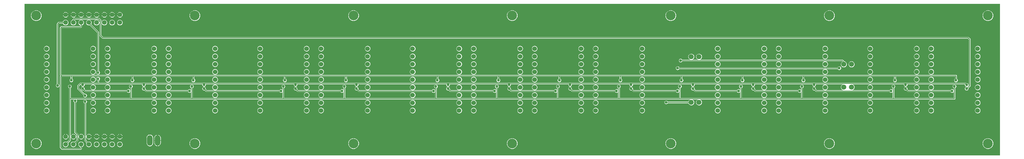
<source format=gtl>
G04 #@! TF.FileFunction,Copper,L1,Top,Signal*
%FSLAX46Y46*%
G04 Gerber Fmt 4.6, Leading zero omitted, Abs format (unit mm)*
G04 Created by KiCad (PCBNEW (2014-11-27 BZR 5304)-product) date 2015 February 14, Saturday 16:28:48*
%MOMM*%
G01*
G04 APERTURE LIST*
%ADD10C,0.100000*%
%ADD11C,1.524000*%
%ADD12C,1.676400*%
%ADD13C,1.506220*%
%ADD14O,1.800860X3.500120*%
%ADD15C,3.200000*%
%ADD16C,0.889000*%
%ADD17C,0.508000*%
%ADD18C,0.254000*%
%ADD19C,0.152400*%
%ADD20C,0.050800*%
G04 APERTURE END LIST*
D10*
D11*
X57380000Y-127340000D03*
X57380000Y-129880000D03*
X57380000Y-132420000D03*
X57380000Y-134960000D03*
X57380000Y-137500000D03*
X57380000Y-140040000D03*
X57380000Y-142580000D03*
X57380000Y-145120000D03*
X57380000Y-147660000D03*
X72620000Y-147660000D03*
X72620000Y-145120000D03*
X72620000Y-142580000D03*
X72620000Y-140040000D03*
X72620000Y-137500000D03*
X72620000Y-134960000D03*
X72620000Y-132420000D03*
X72620000Y-129880000D03*
X72620000Y-127340000D03*
X77380000Y-127340000D03*
X77380000Y-129880000D03*
X77380000Y-132420000D03*
X77380000Y-134960000D03*
X77380000Y-137500000D03*
X77380000Y-140040000D03*
X77380000Y-142580000D03*
X77380000Y-145120000D03*
X77380000Y-147660000D03*
X92620000Y-147660000D03*
X92620000Y-145120000D03*
X92620000Y-142580000D03*
X92620000Y-140040000D03*
X92620000Y-137500000D03*
X92620000Y-134960000D03*
X92620000Y-132420000D03*
X92620000Y-129880000D03*
X92620000Y-127340000D03*
X97380000Y-127340000D03*
X97380000Y-129880000D03*
X97380000Y-132420000D03*
X97380000Y-134960000D03*
X97380000Y-137500000D03*
X97380000Y-140040000D03*
X97380000Y-142580000D03*
X97380000Y-145120000D03*
X97380000Y-147660000D03*
X112620000Y-147660000D03*
X112620000Y-145120000D03*
X112620000Y-142580000D03*
X112620000Y-140040000D03*
X112620000Y-137500000D03*
X112620000Y-134960000D03*
X112620000Y-132420000D03*
X112620000Y-129880000D03*
X112620000Y-127340000D03*
X127380000Y-127340000D03*
X127380000Y-129880000D03*
X127380000Y-132420000D03*
X127380000Y-134960000D03*
X127380000Y-137500000D03*
X127380000Y-140040000D03*
X127380000Y-142580000D03*
X127380000Y-145120000D03*
X127380000Y-147660000D03*
X142620000Y-147660000D03*
X142620000Y-145120000D03*
X142620000Y-142580000D03*
X142620000Y-140040000D03*
X142620000Y-137500000D03*
X142620000Y-134960000D03*
X142620000Y-132420000D03*
X142620000Y-129880000D03*
X142620000Y-127340000D03*
X147380000Y-127340000D03*
X147380000Y-129880000D03*
X147380000Y-132420000D03*
X147380000Y-134960000D03*
X147380000Y-137500000D03*
X147380000Y-140040000D03*
X147380000Y-142580000D03*
X147380000Y-145120000D03*
X147380000Y-147660000D03*
X162620000Y-147660000D03*
X162620000Y-145120000D03*
X162620000Y-142580000D03*
X162620000Y-140040000D03*
X162620000Y-137500000D03*
X162620000Y-134960000D03*
X162620000Y-132420000D03*
X162620000Y-129880000D03*
X162620000Y-127340000D03*
X177380000Y-127340000D03*
X177380000Y-129880000D03*
X177380000Y-132420000D03*
X177380000Y-134960000D03*
X177380000Y-137500000D03*
X177380000Y-140040000D03*
X177380000Y-142580000D03*
X177380000Y-145120000D03*
X177380000Y-147660000D03*
X192620000Y-147660000D03*
X192620000Y-145120000D03*
X192620000Y-142580000D03*
X192620000Y-140040000D03*
X192620000Y-137500000D03*
X192620000Y-134960000D03*
X192620000Y-132420000D03*
X192620000Y-129880000D03*
X192620000Y-127340000D03*
X197380000Y-127340000D03*
X197380000Y-129880000D03*
X197380000Y-132420000D03*
X197380000Y-134960000D03*
X197380000Y-137500000D03*
X197380000Y-140040000D03*
X197380000Y-142580000D03*
X197380000Y-145120000D03*
X197380000Y-147660000D03*
X212620000Y-147660000D03*
X212620000Y-145120000D03*
X212620000Y-142580000D03*
X212620000Y-140040000D03*
X212620000Y-137500000D03*
X212620000Y-134960000D03*
X212620000Y-132420000D03*
X212620000Y-129880000D03*
X212620000Y-127340000D03*
X217380000Y-127340000D03*
X217380000Y-129880000D03*
X217380000Y-132420000D03*
X217380000Y-134960000D03*
X217380000Y-137500000D03*
X217380000Y-140040000D03*
X217380000Y-142580000D03*
X217380000Y-145120000D03*
X217380000Y-147660000D03*
X232620000Y-147660000D03*
X232620000Y-145120000D03*
X232620000Y-142580000D03*
X232620000Y-140040000D03*
X232620000Y-137500000D03*
X232620000Y-134960000D03*
X232620000Y-132420000D03*
X232620000Y-129880000D03*
X232620000Y-127340000D03*
X237380000Y-127340000D03*
X237380000Y-129880000D03*
X237380000Y-132420000D03*
X237380000Y-134960000D03*
X237380000Y-137500000D03*
X237380000Y-140040000D03*
X237380000Y-142580000D03*
X237380000Y-145120000D03*
X237380000Y-147660000D03*
X252620000Y-147660000D03*
X252620000Y-145120000D03*
X252620000Y-142580000D03*
X252620000Y-140040000D03*
X252620000Y-137500000D03*
X252620000Y-134960000D03*
X252620000Y-132420000D03*
X252620000Y-129880000D03*
X252620000Y-127340000D03*
X277380000Y-127340000D03*
X277380000Y-129880000D03*
X277380000Y-132420000D03*
X277380000Y-134960000D03*
X277380000Y-137500000D03*
X277380000Y-140040000D03*
X277380000Y-142580000D03*
X277380000Y-145120000D03*
X277380000Y-147660000D03*
X292620000Y-147660000D03*
X292620000Y-145120000D03*
X292620000Y-142580000D03*
X292620000Y-140040000D03*
X292620000Y-137500000D03*
X292620000Y-134960000D03*
X292620000Y-132420000D03*
X292620000Y-129880000D03*
X292620000Y-127340000D03*
X297380000Y-127340000D03*
X297380000Y-129880000D03*
X297380000Y-132420000D03*
X297380000Y-134960000D03*
X297380000Y-137500000D03*
X297380000Y-140040000D03*
X297380000Y-142580000D03*
X297380000Y-145120000D03*
X297380000Y-147660000D03*
X312620000Y-147660000D03*
X312620000Y-145120000D03*
X312620000Y-142580000D03*
X312620000Y-140040000D03*
X312620000Y-137500000D03*
X312620000Y-134960000D03*
X312620000Y-132420000D03*
X312620000Y-129880000D03*
X312620000Y-127340000D03*
X327380000Y-127340000D03*
X327380000Y-129880000D03*
X327380000Y-132420000D03*
X327380000Y-134960000D03*
X327380000Y-137500000D03*
X327380000Y-140040000D03*
X327380000Y-142580000D03*
X327380000Y-145120000D03*
X327380000Y-147660000D03*
X342620000Y-147660000D03*
X342620000Y-145120000D03*
X342620000Y-142580000D03*
X342620000Y-140040000D03*
X342620000Y-137500000D03*
X342620000Y-134960000D03*
X342620000Y-132420000D03*
X342620000Y-129880000D03*
X342620000Y-127340000D03*
X347380000Y-127340000D03*
X347380000Y-129880000D03*
X347380000Y-132420000D03*
X347380000Y-134960000D03*
X347380000Y-137500000D03*
X347380000Y-140040000D03*
X347380000Y-142580000D03*
X347380000Y-145120000D03*
X347380000Y-147660000D03*
X362620000Y-147660000D03*
X362620000Y-145120000D03*
X362620000Y-142580000D03*
X362620000Y-140040000D03*
X362620000Y-137500000D03*
X362620000Y-134960000D03*
X362620000Y-132420000D03*
X362620000Y-129880000D03*
X362620000Y-127340000D03*
D12*
X271270000Y-145000000D03*
X268730000Y-145000000D03*
X271270000Y-130000000D03*
X268730000Y-130000000D03*
X321270000Y-132500000D03*
X318730000Y-132500000D03*
X321270000Y-140000000D03*
X318730000Y-140000000D03*
D13*
X63610000Y-156230000D03*
X63610000Y-158770000D03*
X66150000Y-156230000D03*
X66150000Y-158770000D03*
X68690000Y-156230000D03*
X68690000Y-158770000D03*
X71230000Y-156230000D03*
X71230000Y-158770000D03*
X73770000Y-156230000D03*
X73770000Y-158770000D03*
X76310000Y-156230000D03*
X76310000Y-158770000D03*
X78850000Y-156230000D03*
X78850000Y-158770000D03*
X81390000Y-156230000D03*
X81390000Y-158770000D03*
X63610000Y-116230000D03*
X63610000Y-118770000D03*
X66150000Y-116230000D03*
X66150000Y-118770000D03*
X68690000Y-116230000D03*
X68690000Y-118770000D03*
X71230000Y-116230000D03*
X71230000Y-118770000D03*
X73770000Y-116230000D03*
X73770000Y-118770000D03*
X76310000Y-116230000D03*
X76310000Y-118770000D03*
X78850000Y-116230000D03*
X78850000Y-118770000D03*
X81390000Y-116230000D03*
X81390000Y-118770000D03*
D14*
X91230000Y-157500000D03*
X93770000Y-157500000D03*
D15*
X106000000Y-116500000D03*
X158000000Y-116500000D03*
X210000000Y-116500000D03*
X262000000Y-116500000D03*
X314000000Y-116500000D03*
X366000000Y-116500000D03*
X366000000Y-158500000D03*
X314000000Y-158500000D03*
X262000000Y-158500000D03*
X210000000Y-158500000D03*
X158000000Y-158500000D03*
X106000000Y-158500000D03*
X54000000Y-158500000D03*
X54000000Y-116500000D03*
D16*
X84250000Y-146750000D03*
X104250000Y-146750000D03*
X134250000Y-146750000D03*
X154250000Y-146750000D03*
X184500000Y-146750000D03*
X204250000Y-146750000D03*
X224250000Y-146750000D03*
X244250000Y-146750000D03*
X264250000Y-146750000D03*
X284250000Y-146750000D03*
X304250000Y-146750000D03*
X334250000Y-146750000D03*
X354250000Y-146750000D03*
X64250000Y-146750000D03*
X273750000Y-146500000D03*
X295000000Y-146500000D03*
X315000000Y-146500000D03*
X321500000Y-146500000D03*
X345000000Y-146500000D03*
X365000000Y-146500000D03*
X255000000Y-146500000D03*
X235000000Y-146500000D03*
X215000000Y-146500000D03*
X195000000Y-146500000D03*
X165000000Y-146500000D03*
X115000000Y-146500000D03*
X95000000Y-146500000D03*
X75000000Y-146500000D03*
X145000000Y-146500000D03*
X62750000Y-121750000D03*
X64750000Y-121750000D03*
X66750000Y-121750000D03*
X68750000Y-121750000D03*
X84250000Y-141250000D03*
X69250000Y-140500000D03*
X104250000Y-141250000D03*
X89250000Y-140500000D03*
X134250000Y-141250000D03*
X109000000Y-140500000D03*
X154250000Y-141250000D03*
X139000000Y-140500000D03*
X184250000Y-141250000D03*
X159000000Y-140500000D03*
X204250000Y-141250000D03*
X189000000Y-140500000D03*
X224250000Y-141250000D03*
X209000000Y-140500000D03*
X244250000Y-141250000D03*
X229000000Y-140500000D03*
X284250000Y-141250000D03*
X269250000Y-140500000D03*
X289000000Y-140500000D03*
X304250000Y-141250000D03*
X309000000Y-140500000D03*
X334250000Y-141250000D03*
X339000000Y-140500000D03*
X354250000Y-141250000D03*
X260500000Y-145000000D03*
X265250000Y-131250000D03*
X264250000Y-133750000D03*
X317250000Y-133750000D03*
X66750000Y-144500000D03*
X65000000Y-139750000D03*
X85000000Y-139750000D03*
X105000000Y-139750000D03*
X135000000Y-139750000D03*
X155000000Y-139750000D03*
X185000000Y-139750000D03*
X205000000Y-139750000D03*
X225000000Y-139750000D03*
X245000000Y-139750000D03*
X265000000Y-139750000D03*
X285000000Y-139750000D03*
X305000000Y-139750000D03*
X335000000Y-139750000D03*
X355000000Y-139750000D03*
X61000000Y-139500000D03*
X355500000Y-137750000D03*
X335500000Y-137750000D03*
X305500000Y-137750000D03*
X285500000Y-137750000D03*
X265500000Y-137750000D03*
X245500000Y-137750000D03*
X205500000Y-137750000D03*
X185500000Y-137750000D03*
X155500000Y-137750000D03*
X135500000Y-137750000D03*
X105500000Y-137750000D03*
X85500000Y-137750000D03*
X65500000Y-137750000D03*
X225500000Y-137750000D03*
X89250000Y-139250000D03*
X69250000Y-139250000D03*
X109000000Y-139250000D03*
X139000000Y-139250000D03*
X159000000Y-139250000D03*
X189000000Y-139250000D03*
X209000000Y-139250000D03*
X229000000Y-139250000D03*
X249000000Y-139250000D03*
X269250000Y-139250000D03*
X289000000Y-139250000D03*
X309000000Y-139250000D03*
X339000000Y-139250000D03*
X359000000Y-139250000D03*
X70000000Y-142750000D03*
X70000000Y-144750000D03*
X74250000Y-137250000D03*
X74250000Y-135250000D03*
X359000000Y-140500000D03*
X249000000Y-140500000D03*
X264250000Y-141250000D03*
D17*
X58750000Y-161250000D02*
X58750000Y-152250000D01*
X55500000Y-121500000D02*
X60770000Y-116230000D01*
X55500000Y-149000000D02*
X55500000Y-121500000D01*
X58750000Y-152250000D02*
X55500000Y-149000000D01*
X93770000Y-157500000D02*
X93770000Y-149500000D01*
X93750000Y-149750000D02*
X93750000Y-149500000D01*
X93750000Y-149520000D02*
X93750000Y-149750000D01*
X93770000Y-149500000D02*
X93750000Y-149520000D01*
X73770000Y-116230000D02*
X76310000Y-116230000D01*
X78850000Y-116230000D02*
X76310000Y-116230000D01*
X78850000Y-116230000D02*
X81390000Y-116230000D01*
X71230000Y-116230000D02*
X73770000Y-116230000D01*
X68690000Y-116230000D02*
X71230000Y-116230000D01*
X71230000Y-156230000D02*
X73770000Y-156230000D01*
X73770000Y-156230000D02*
X76310000Y-156230000D01*
X78850000Y-156230000D02*
X76310000Y-156230000D01*
X78850000Y-156230000D02*
X81390000Y-156230000D01*
X84250000Y-149500000D02*
X84250000Y-146750000D01*
X104250000Y-149500000D02*
X104250000Y-146750000D01*
X84250000Y-149500000D02*
X93750000Y-149500000D01*
X95000000Y-149500000D02*
X104250000Y-149500000D01*
X93750000Y-149500000D02*
X95000000Y-149500000D01*
X134250000Y-149500000D02*
X134250000Y-146750000D01*
X115000000Y-149500000D02*
X134250000Y-149500000D01*
X104250000Y-149500000D02*
X115000000Y-149500000D01*
X154250000Y-149500000D02*
X154250000Y-146750000D01*
X145000000Y-149500000D02*
X154250000Y-149500000D01*
X134250000Y-149500000D02*
X145000000Y-149500000D01*
X184500000Y-149500000D02*
X184500000Y-146750000D01*
X165000000Y-149500000D02*
X184500000Y-149500000D01*
X154250000Y-149500000D02*
X165000000Y-149500000D01*
X204250000Y-149500000D02*
X204250000Y-146750000D01*
X195000000Y-149500000D02*
X204250000Y-149500000D01*
X184500000Y-149500000D02*
X195000000Y-149500000D01*
X224250000Y-149500000D02*
X224250000Y-146750000D01*
X215000000Y-149500000D02*
X224250000Y-149500000D01*
X204250000Y-149500000D02*
X215000000Y-149500000D01*
X244250000Y-149500000D02*
X244250000Y-146750000D01*
X235000000Y-149500000D02*
X244250000Y-149500000D01*
X224250000Y-149500000D02*
X235000000Y-149500000D01*
X264250000Y-149500000D02*
X264250000Y-146750000D01*
X255000000Y-149500000D02*
X264250000Y-149500000D01*
X244250000Y-149500000D02*
X255000000Y-149500000D01*
X284250000Y-149500000D02*
X284250000Y-146750000D01*
X273750000Y-149500000D02*
X284250000Y-149500000D01*
X264250000Y-149500000D02*
X273750000Y-149500000D01*
X304250000Y-149500000D02*
X304250000Y-146750000D01*
X295000000Y-149500000D02*
X304250000Y-149500000D01*
X284250000Y-149500000D02*
X295000000Y-149500000D01*
X334250000Y-149500000D02*
X334250000Y-146750000D01*
X321500000Y-149500000D02*
X334250000Y-149500000D01*
X315000000Y-149500000D02*
X321500000Y-149500000D01*
X304250000Y-149500000D02*
X315000000Y-149500000D01*
X354250000Y-149500000D02*
X354250000Y-149000000D01*
X354250000Y-149000000D02*
X354250000Y-146750000D01*
X345000000Y-149500000D02*
X354250000Y-149500000D01*
X334250000Y-149500000D02*
X345000000Y-149500000D01*
X63610000Y-147390000D02*
X64250000Y-146750000D01*
X63610000Y-155980000D02*
X63610000Y-147390000D01*
X82730000Y-156230000D02*
X83500000Y-157000000D01*
X83500000Y-157000000D02*
X83500000Y-160000000D01*
X83500000Y-160000000D02*
X82250000Y-161250000D01*
X82250000Y-161250000D02*
X58750000Y-161250000D01*
X60770000Y-116230000D02*
X63610000Y-116230000D01*
X81390000Y-156230000D02*
X82730000Y-156230000D01*
X273750000Y-146500000D02*
X273750000Y-149500000D01*
X295000000Y-146500000D02*
X295000000Y-149500000D01*
X315000000Y-146500000D02*
X315000000Y-149500000D01*
X321500000Y-146500000D02*
X321500000Y-149500000D01*
X345000000Y-146500000D02*
X345000000Y-149500000D01*
X365000000Y-146500000D02*
X365000000Y-149500000D01*
X365000000Y-149500000D02*
X354250000Y-149500000D01*
X255000000Y-146500000D02*
X255000000Y-149500000D01*
X235000000Y-146500000D02*
X235000000Y-149500000D01*
X215000000Y-146500000D02*
X215000000Y-149500000D01*
X195000000Y-146500000D02*
X195000000Y-149500000D01*
X165000000Y-146500000D02*
X165000000Y-149500000D01*
X115000000Y-146500000D02*
X115000000Y-149500000D01*
X95000000Y-146500000D02*
X95000000Y-149500000D01*
X81500000Y-149500000D02*
X84250000Y-149500000D01*
X75000000Y-149500000D02*
X81500000Y-149500000D01*
X75000000Y-146500000D02*
X75000000Y-149500000D01*
X81390000Y-149500000D02*
X81500000Y-149500000D01*
X81390000Y-156230000D02*
X81390000Y-149500000D01*
X145000000Y-146500000D02*
X145000000Y-149500000D01*
D18*
X62750000Y-121750000D02*
X64750000Y-121750000D01*
X66750000Y-121750000D02*
X64750000Y-121750000D01*
X68750000Y-121750000D02*
X66750000Y-121750000D01*
D17*
X68690000Y-116230000D02*
X66150000Y-116230000D01*
X63610000Y-116230000D02*
X66150000Y-116230000D01*
D18*
X69250000Y-140500000D02*
X70000000Y-141250000D01*
X70000000Y-141250000D02*
X75000000Y-141250000D01*
X75000000Y-141250000D02*
X84250000Y-141250000D01*
X90000000Y-141250000D02*
X104250000Y-141250000D01*
X89250000Y-140500000D02*
X90000000Y-141250000D01*
X109750000Y-141250000D02*
X134250000Y-141250000D01*
X109000000Y-140500000D02*
X109750000Y-141250000D01*
X139750000Y-141250000D02*
X154250000Y-141250000D01*
X139000000Y-140500000D02*
X139750000Y-141250000D01*
X159750000Y-141250000D02*
X184250000Y-141250000D01*
X159000000Y-140500000D02*
X159750000Y-141250000D01*
X189750000Y-141250000D02*
X204250000Y-141250000D01*
X189000000Y-140500000D02*
X189750000Y-141250000D01*
X209750000Y-141250000D02*
X224250000Y-141250000D01*
X209000000Y-140500000D02*
X209750000Y-141250000D01*
X229750000Y-141250000D02*
X244250000Y-141250000D01*
X229000000Y-140500000D02*
X229750000Y-141250000D01*
X270000000Y-141250000D02*
X284250000Y-141250000D01*
X269250000Y-140500000D02*
X270000000Y-141250000D01*
X289000000Y-140500000D02*
X289750000Y-141250000D01*
X289750000Y-141250000D02*
X304250000Y-141250000D01*
X309000000Y-140500000D02*
X309750000Y-141250000D01*
X309750000Y-141250000D02*
X334250000Y-141250000D01*
X339000000Y-140500000D02*
X339750000Y-141250000D01*
X339750000Y-141250000D02*
X354250000Y-141250000D01*
X260500000Y-145000000D02*
X268730000Y-145000000D01*
X318730000Y-132500000D02*
X318730000Y-131730000D01*
X318250000Y-131250000D02*
X318730000Y-131730000D01*
X318250000Y-131250000D02*
X265250000Y-131250000D01*
X264250000Y-133750000D02*
X265750000Y-133750000D01*
X265750000Y-133750000D02*
X317250000Y-133750000D01*
X66750000Y-154750000D02*
X67500000Y-155500000D01*
X67500000Y-155500000D02*
X67500000Y-157420000D01*
X67500000Y-157420000D02*
X66150000Y-158770000D01*
X66750000Y-144500000D02*
X66750000Y-154750000D01*
X65000000Y-139750000D02*
X65000000Y-143750000D01*
X65000000Y-143750000D02*
X79750000Y-143750000D01*
X79750000Y-143750000D02*
X85000000Y-143750000D01*
X85000000Y-143750000D02*
X85000000Y-139750000D01*
X105000000Y-143750000D02*
X105000000Y-139750000D01*
X85000000Y-143750000D02*
X105000000Y-143750000D01*
X135000000Y-143750000D02*
X135000000Y-139750000D01*
X105000000Y-143750000D02*
X135000000Y-143750000D01*
X155000000Y-143750000D02*
X155000000Y-139750000D01*
X135000000Y-143750000D02*
X155000000Y-143750000D01*
X185000000Y-143750000D02*
X185000000Y-139750000D01*
X155000000Y-143750000D02*
X185000000Y-143750000D01*
X205000000Y-143750000D02*
X205000000Y-139750000D01*
X185000000Y-143750000D02*
X205000000Y-143750000D01*
X225000000Y-143750000D02*
X225000000Y-139750000D01*
X205000000Y-143750000D02*
X225000000Y-143750000D01*
X245000000Y-143750000D02*
X245000000Y-139750000D01*
X225000000Y-143750000D02*
X245000000Y-143750000D01*
D19*
X265000000Y-143750000D02*
X265000000Y-139750000D01*
D18*
X245000000Y-143750000D02*
X265000000Y-143750000D01*
X285000000Y-143750000D02*
X285000000Y-139750000D01*
X265000000Y-143750000D02*
X285000000Y-143750000D01*
X305000000Y-143750000D02*
X305000000Y-139750000D01*
X285000000Y-143750000D02*
X305000000Y-143750000D01*
X335000000Y-143750000D02*
X335000000Y-139750000D01*
X305000000Y-143750000D02*
X335000000Y-143750000D01*
X355000000Y-143750000D02*
X355000000Y-139750000D01*
X335000000Y-143750000D02*
X355000000Y-143750000D01*
X61000000Y-139500000D02*
X61000000Y-119250000D01*
X61000000Y-119250000D02*
X61480000Y-118770000D01*
X61480000Y-118770000D02*
X63610000Y-118770000D01*
X65000000Y-157380000D02*
X63610000Y-158770000D01*
X65000000Y-143750000D02*
X65000000Y-157380000D01*
X335500000Y-136250000D02*
X355500000Y-136250000D01*
X355500000Y-136250000D02*
X355500000Y-137750000D01*
X305500000Y-136250000D02*
X335500000Y-136250000D01*
X335500000Y-136250000D02*
X335500000Y-137750000D01*
X285500000Y-136250000D02*
X305500000Y-136250000D01*
X305500000Y-136250000D02*
X305500000Y-137750000D01*
X265500000Y-136250000D02*
X285500000Y-136250000D01*
X285500000Y-136250000D02*
X285500000Y-137750000D01*
X245500000Y-136250000D02*
X265500000Y-136250000D01*
X265500000Y-136250000D02*
X265500000Y-137750000D01*
X225500000Y-136250000D02*
X245500000Y-136250000D01*
X205500000Y-136250000D02*
X225500000Y-136250000D01*
X245500000Y-136250000D02*
X245500000Y-137750000D01*
X185500000Y-136250000D02*
X205500000Y-136250000D01*
X205500000Y-136250000D02*
X205500000Y-137750000D01*
X155500000Y-136250000D02*
X185500000Y-136250000D01*
X185500000Y-136250000D02*
X185500000Y-137750000D01*
X135500000Y-136250000D02*
X155500000Y-136250000D01*
X155500000Y-136250000D02*
X155500000Y-137750000D01*
X105500000Y-136250000D02*
X135500000Y-136250000D01*
X135500000Y-136250000D02*
X135500000Y-137750000D01*
X85500000Y-136250000D02*
X105500000Y-136250000D01*
X105500000Y-136250000D02*
X105500000Y-137750000D01*
X85500000Y-136250000D02*
X85500000Y-137750000D01*
X65500000Y-136250000D02*
X85500000Y-136250000D01*
X65500000Y-136500000D02*
X65500000Y-136250000D01*
X65500000Y-137750000D02*
X65500000Y-136500000D01*
X62250000Y-136250000D02*
X62000000Y-136500000D01*
X62000000Y-136500000D02*
X62000000Y-159750000D01*
X62000000Y-159750000D02*
X62500000Y-160250000D01*
X62500000Y-160250000D02*
X68500000Y-160250000D01*
X68500000Y-160250000D02*
X68690000Y-160060000D01*
X68690000Y-160060000D02*
X68690000Y-158770000D01*
X65500000Y-136250000D02*
X62250000Y-136250000D01*
X62000000Y-120500000D02*
X62250000Y-120250000D01*
X62250000Y-120250000D02*
X68500000Y-120250000D01*
X68500000Y-120250000D02*
X68690000Y-120060000D01*
X68690000Y-120060000D02*
X68690000Y-118770000D01*
X62250000Y-136250000D02*
X62000000Y-136000000D01*
X62000000Y-136000000D02*
X62000000Y-125460000D01*
X62000000Y-125460000D02*
X62000000Y-120500000D01*
X225500000Y-137750000D02*
X225500000Y-136250000D01*
X89250000Y-138750000D02*
X89250000Y-139250000D01*
X69250000Y-139250000D02*
X69250000Y-138750000D01*
X69250000Y-138750000D02*
X74250000Y-138750000D01*
X74250000Y-138750000D02*
X89250000Y-138750000D01*
X109000000Y-138750000D02*
X109000000Y-139250000D01*
X89250000Y-138750000D02*
X109000000Y-138750000D01*
X139000000Y-138750000D02*
X139000000Y-139250000D01*
X109000000Y-138750000D02*
X139000000Y-138750000D01*
X159000000Y-138750000D02*
X159000000Y-139250000D01*
X139000000Y-138750000D02*
X159000000Y-138750000D01*
X189000000Y-138750000D02*
X189000000Y-139250000D01*
X159000000Y-138750000D02*
X189000000Y-138750000D01*
X209000000Y-138750000D02*
X209000000Y-139250000D01*
X189000000Y-138750000D02*
X209000000Y-138750000D01*
X229000000Y-138750000D02*
X229000000Y-139250000D01*
X209000000Y-138750000D02*
X229000000Y-138750000D01*
X249000000Y-138750000D02*
X249000000Y-139250000D01*
X229000000Y-138750000D02*
X249000000Y-138750000D01*
X269250000Y-138750000D02*
X269250000Y-139250000D01*
X249000000Y-138750000D02*
X269250000Y-138750000D01*
X289000000Y-138750000D02*
X289000000Y-139250000D01*
X269250000Y-138750000D02*
X289000000Y-138750000D01*
X309000000Y-138750000D02*
X309000000Y-139250000D01*
X289000000Y-138750000D02*
X309000000Y-138750000D01*
X339000000Y-138750000D02*
X339000000Y-139250000D01*
X309000000Y-138750000D02*
X339000000Y-138750000D01*
X358500000Y-138750000D02*
X359000000Y-139250000D01*
X339000000Y-138750000D02*
X358500000Y-138750000D01*
X68500000Y-138750000D02*
X69250000Y-138750000D01*
X67750000Y-139500000D02*
X68500000Y-138750000D01*
X67750000Y-140500000D02*
X67750000Y-139500000D01*
X70000000Y-142750000D02*
X67750000Y-140500000D01*
X70000000Y-157500000D02*
X70000000Y-144750000D01*
X71230000Y-158730000D02*
X70000000Y-157500000D01*
X71230000Y-158770000D02*
X71230000Y-158730000D01*
X71230000Y-118980000D02*
X71230000Y-118770000D01*
X74250000Y-135250000D02*
X74250000Y-127000000D01*
X74250000Y-127000000D02*
X74250000Y-123500000D01*
X74250000Y-123500000D02*
X74250000Y-122000000D01*
X74250000Y-122000000D02*
X71230000Y-118980000D01*
X74250000Y-138750000D02*
X74250000Y-137250000D01*
X359000000Y-140500000D02*
X360000000Y-139500000D01*
X360000000Y-139500000D02*
X360000000Y-124250000D01*
X360000000Y-124250000D02*
X359500000Y-123750000D01*
X359500000Y-123750000D02*
X75750000Y-123750000D01*
X75750000Y-123750000D02*
X75000000Y-123000000D01*
X75000000Y-123000000D02*
X75000000Y-118000000D01*
X75000000Y-118000000D02*
X74500000Y-117500000D01*
X74500000Y-117500000D02*
X66500000Y-117500000D01*
X66500000Y-117500000D02*
X66150000Y-117850000D01*
X66150000Y-117850000D02*
X66150000Y-118770000D01*
X249000000Y-140500000D02*
X249750000Y-141250000D01*
X249750000Y-141250000D02*
X264250000Y-141250000D01*
D20*
G36*
X369848800Y-162348800D02*
X367778108Y-162348800D01*
X367778108Y-158147925D01*
X367778108Y-116147925D01*
X367508024Y-115494273D01*
X367008358Y-114993733D01*
X366355178Y-114722509D01*
X365647925Y-114721892D01*
X364994273Y-114991976D01*
X364493733Y-115491642D01*
X364222509Y-116144822D01*
X364221892Y-116852075D01*
X364491976Y-117505727D01*
X364991642Y-118006267D01*
X365644822Y-118277491D01*
X366352075Y-118278108D01*
X367005727Y-118008024D01*
X367506267Y-117508358D01*
X367777491Y-116855178D01*
X367778108Y-116147925D01*
X367778108Y-158147925D01*
X367508024Y-157494273D01*
X367008358Y-156993733D01*
X366355178Y-156722509D01*
X365647925Y-156721892D01*
X364994273Y-156991976D01*
X364493733Y-157491642D01*
X364222509Y-158144822D01*
X364221892Y-158852075D01*
X364491976Y-159505727D01*
X364991642Y-160006267D01*
X365644822Y-160277491D01*
X366352075Y-160278108D01*
X367005727Y-160008024D01*
X367506267Y-159508358D01*
X367777491Y-158855178D01*
X367778108Y-158147925D01*
X367778108Y-162348800D01*
X363559963Y-162348800D01*
X363559963Y-147473882D01*
X363559963Y-144933882D01*
X363559963Y-142393882D01*
X363559963Y-139853882D01*
X363559963Y-137313882D01*
X363559963Y-134773882D01*
X363559963Y-132233882D01*
X363559963Y-129693882D01*
X363559963Y-127153882D01*
X363417188Y-126808341D01*
X363153049Y-126543741D01*
X362807758Y-126400363D01*
X362433882Y-126400037D01*
X362088341Y-126542812D01*
X361823741Y-126806951D01*
X361680363Y-127152242D01*
X361680037Y-127526118D01*
X361822812Y-127871659D01*
X362086951Y-128136259D01*
X362432242Y-128279637D01*
X362806118Y-128279963D01*
X363151659Y-128137188D01*
X363416259Y-127873049D01*
X363559637Y-127527758D01*
X363559963Y-127153882D01*
X363559963Y-129693882D01*
X363417188Y-129348341D01*
X363153049Y-129083741D01*
X362807758Y-128940363D01*
X362433882Y-128940037D01*
X362088341Y-129082812D01*
X361823741Y-129346951D01*
X361680363Y-129692242D01*
X361680037Y-130066118D01*
X361822812Y-130411659D01*
X362086951Y-130676259D01*
X362432242Y-130819637D01*
X362806118Y-130819963D01*
X363151659Y-130677188D01*
X363416259Y-130413049D01*
X363559637Y-130067758D01*
X363559963Y-129693882D01*
X363559963Y-132233882D01*
X363417188Y-131888341D01*
X363153049Y-131623741D01*
X362807758Y-131480363D01*
X362433882Y-131480037D01*
X362088341Y-131622812D01*
X361823741Y-131886951D01*
X361680363Y-132232242D01*
X361680037Y-132606118D01*
X361822812Y-132951659D01*
X362086951Y-133216259D01*
X362432242Y-133359637D01*
X362806118Y-133359963D01*
X363151659Y-133217188D01*
X363416259Y-132953049D01*
X363559637Y-132607758D01*
X363559963Y-132233882D01*
X363559963Y-134773882D01*
X363417188Y-134428341D01*
X363153049Y-134163741D01*
X362807758Y-134020363D01*
X362433882Y-134020037D01*
X362088341Y-134162812D01*
X361823741Y-134426951D01*
X361680363Y-134772242D01*
X361680037Y-135146118D01*
X361822812Y-135491659D01*
X362086951Y-135756259D01*
X362432242Y-135899637D01*
X362806118Y-135899963D01*
X363151659Y-135757188D01*
X363416259Y-135493049D01*
X363559637Y-135147758D01*
X363559963Y-134773882D01*
X363559963Y-137313882D01*
X363417188Y-136968341D01*
X363153049Y-136703741D01*
X362807758Y-136560363D01*
X362433882Y-136560037D01*
X362088341Y-136702812D01*
X361823741Y-136966951D01*
X361680363Y-137312242D01*
X361680037Y-137686118D01*
X361822812Y-138031659D01*
X362086951Y-138296259D01*
X362432242Y-138439637D01*
X362806118Y-138439963D01*
X363151659Y-138297188D01*
X363416259Y-138033049D01*
X363559637Y-137687758D01*
X363559963Y-137313882D01*
X363559963Y-139853882D01*
X363417188Y-139508341D01*
X363153049Y-139243741D01*
X362807758Y-139100363D01*
X362433882Y-139100037D01*
X362088341Y-139242812D01*
X361823741Y-139506951D01*
X361680363Y-139852242D01*
X361680037Y-140226118D01*
X361822812Y-140571659D01*
X362086951Y-140836259D01*
X362432242Y-140979637D01*
X362806118Y-140979963D01*
X363151659Y-140837188D01*
X363416259Y-140573049D01*
X363559637Y-140227758D01*
X363559963Y-139853882D01*
X363559963Y-142393882D01*
X363417188Y-142048341D01*
X363153049Y-141783741D01*
X362807758Y-141640363D01*
X362433882Y-141640037D01*
X362088341Y-141782812D01*
X361823741Y-142046951D01*
X361680363Y-142392242D01*
X361680037Y-142766118D01*
X361822812Y-143111659D01*
X362086951Y-143376259D01*
X362432242Y-143519637D01*
X362806118Y-143519963D01*
X363151659Y-143377188D01*
X363416259Y-143113049D01*
X363559637Y-142767758D01*
X363559963Y-142393882D01*
X363559963Y-144933882D01*
X363417188Y-144588341D01*
X363153049Y-144323741D01*
X362807758Y-144180363D01*
X362433882Y-144180037D01*
X362088341Y-144322812D01*
X361823741Y-144586951D01*
X361680363Y-144932242D01*
X361680037Y-145306118D01*
X361822812Y-145651659D01*
X362086951Y-145916259D01*
X362432242Y-146059637D01*
X362806118Y-146059963D01*
X363151659Y-145917188D01*
X363416259Y-145653049D01*
X363559637Y-145307758D01*
X363559963Y-144933882D01*
X363559963Y-147473882D01*
X363417188Y-147128341D01*
X363153049Y-146863741D01*
X362807758Y-146720363D01*
X362433882Y-146720037D01*
X362088341Y-146862812D01*
X361823741Y-147126951D01*
X361680363Y-147472242D01*
X361680037Y-147846118D01*
X361822812Y-148191659D01*
X362086951Y-148456259D01*
X362432242Y-148599637D01*
X362806118Y-148599963D01*
X363151659Y-148457188D01*
X363416259Y-148193049D01*
X363559637Y-147847758D01*
X363559963Y-147473882D01*
X363559963Y-162348800D01*
X360304800Y-162348800D01*
X360304800Y-139500000D01*
X360304800Y-124250000D01*
X360281598Y-124133359D01*
X360281598Y-124133358D01*
X360215526Y-124034474D01*
X359715526Y-123534474D01*
X359616642Y-123468402D01*
X359500000Y-123445200D01*
X315778108Y-123445200D01*
X315778108Y-116147925D01*
X315508024Y-115494273D01*
X315008358Y-114993733D01*
X314355178Y-114722509D01*
X313647925Y-114721892D01*
X312994273Y-114991976D01*
X312493733Y-115491642D01*
X312222509Y-116144822D01*
X312221892Y-116852075D01*
X312491976Y-117505727D01*
X312991642Y-118006267D01*
X313644822Y-118277491D01*
X314352075Y-118278108D01*
X315005727Y-118008024D01*
X315506267Y-117508358D01*
X315777491Y-116855178D01*
X315778108Y-116147925D01*
X315778108Y-123445200D01*
X263778108Y-123445200D01*
X263778108Y-116147925D01*
X263508024Y-115494273D01*
X263008358Y-114993733D01*
X262355178Y-114722509D01*
X261647925Y-114721892D01*
X260994273Y-114991976D01*
X260493733Y-115491642D01*
X260222509Y-116144822D01*
X260221892Y-116852075D01*
X260491976Y-117505727D01*
X260991642Y-118006267D01*
X261644822Y-118277491D01*
X262352075Y-118278108D01*
X263005727Y-118008024D01*
X263506267Y-117508358D01*
X263777491Y-116855178D01*
X263778108Y-116147925D01*
X263778108Y-123445200D01*
X211778108Y-123445200D01*
X211778108Y-116147925D01*
X211508024Y-115494273D01*
X211008358Y-114993733D01*
X210355178Y-114722509D01*
X209647925Y-114721892D01*
X208994273Y-114991976D01*
X208493733Y-115491642D01*
X208222509Y-116144822D01*
X208221892Y-116852075D01*
X208491976Y-117505727D01*
X208991642Y-118006267D01*
X209644822Y-118277491D01*
X210352075Y-118278108D01*
X211005727Y-118008024D01*
X211506267Y-117508358D01*
X211777491Y-116855178D01*
X211778108Y-116147925D01*
X211778108Y-123445200D01*
X159778108Y-123445200D01*
X159778108Y-116147925D01*
X159508024Y-115494273D01*
X159008358Y-114993733D01*
X158355178Y-114722509D01*
X157647925Y-114721892D01*
X156994273Y-114991976D01*
X156493733Y-115491642D01*
X156222509Y-116144822D01*
X156221892Y-116852075D01*
X156491976Y-117505727D01*
X156991642Y-118006267D01*
X157644822Y-118277491D01*
X158352075Y-118278108D01*
X159005727Y-118008024D01*
X159506267Y-117508358D01*
X159777491Y-116855178D01*
X159778108Y-116147925D01*
X159778108Y-123445200D01*
X107778108Y-123445200D01*
X107778108Y-116147925D01*
X107508024Y-115494273D01*
X107008358Y-114993733D01*
X106355178Y-114722509D01*
X105647925Y-114721892D01*
X104994273Y-114991976D01*
X104493733Y-115491642D01*
X104222509Y-116144822D01*
X104221892Y-116852075D01*
X104491976Y-117505727D01*
X104991642Y-118006267D01*
X105644822Y-118277491D01*
X106352075Y-118278108D01*
X107005727Y-118008024D01*
X107506267Y-117508358D01*
X107777491Y-116855178D01*
X107778108Y-116147925D01*
X107778108Y-123445200D01*
X82323459Y-123445200D01*
X82323459Y-116401860D01*
X82318172Y-116031559D01*
X82186636Y-115714002D01*
X82064630Y-115627212D01*
X81992788Y-115699054D01*
X81992788Y-115555370D01*
X81905998Y-115433364D01*
X81561860Y-115296541D01*
X81191559Y-115301828D01*
X80874002Y-115433364D01*
X80787212Y-115555370D01*
X81390000Y-116158158D01*
X81992788Y-115555370D01*
X81992788Y-115699054D01*
X81461842Y-116230000D01*
X82064630Y-116832788D01*
X82186636Y-116745998D01*
X82323459Y-116401860D01*
X82323459Y-123445200D01*
X82321072Y-123445200D01*
X82321072Y-118585643D01*
X82179648Y-118243371D01*
X81992788Y-118056184D01*
X81992788Y-116904630D01*
X81390000Y-116301842D01*
X81318158Y-116373684D01*
X81318158Y-116230000D01*
X80715370Y-115627212D01*
X80593364Y-115714002D01*
X80456541Y-116058140D01*
X80461828Y-116428441D01*
X80593364Y-116745998D01*
X80715370Y-116832788D01*
X81318158Y-116230000D01*
X81318158Y-116373684D01*
X80787212Y-116904630D01*
X80874002Y-117026636D01*
X81218140Y-117163459D01*
X81588441Y-117158172D01*
X81905998Y-117026636D01*
X81992788Y-116904630D01*
X81992788Y-118056184D01*
X81918007Y-117981273D01*
X81575982Y-117839252D01*
X81205643Y-117838928D01*
X80863371Y-117980352D01*
X80601273Y-118241993D01*
X80459252Y-118584018D01*
X80458928Y-118954357D01*
X80600352Y-119296629D01*
X80861993Y-119558727D01*
X81204018Y-119700748D01*
X81574357Y-119701072D01*
X81916629Y-119559648D01*
X82178727Y-119298007D01*
X82320748Y-118955982D01*
X82321072Y-118585643D01*
X82321072Y-123445200D01*
X79783459Y-123445200D01*
X79783459Y-116401860D01*
X79778172Y-116031559D01*
X79646636Y-115714002D01*
X79524630Y-115627212D01*
X79452788Y-115699054D01*
X79452788Y-115555370D01*
X79365998Y-115433364D01*
X79021860Y-115296541D01*
X78651559Y-115301828D01*
X78334002Y-115433364D01*
X78247212Y-115555370D01*
X78850000Y-116158158D01*
X79452788Y-115555370D01*
X79452788Y-115699054D01*
X78921842Y-116230000D01*
X79524630Y-116832788D01*
X79646636Y-116745998D01*
X79783459Y-116401860D01*
X79783459Y-123445200D01*
X79781072Y-123445200D01*
X79781072Y-118585643D01*
X79639648Y-118243371D01*
X79452788Y-118056184D01*
X79452788Y-116904630D01*
X78850000Y-116301842D01*
X78778158Y-116373684D01*
X78778158Y-116230000D01*
X78175370Y-115627212D01*
X78053364Y-115714002D01*
X77916541Y-116058140D01*
X77921828Y-116428441D01*
X78053364Y-116745998D01*
X78175370Y-116832788D01*
X78778158Y-116230000D01*
X78778158Y-116373684D01*
X78247212Y-116904630D01*
X78334002Y-117026636D01*
X78678140Y-117163459D01*
X79048441Y-117158172D01*
X79365998Y-117026636D01*
X79452788Y-116904630D01*
X79452788Y-118056184D01*
X79378007Y-117981273D01*
X79035982Y-117839252D01*
X78665643Y-117838928D01*
X78323371Y-117980352D01*
X78061273Y-118241993D01*
X77919252Y-118584018D01*
X77918928Y-118954357D01*
X78060352Y-119296629D01*
X78321993Y-119558727D01*
X78664018Y-119700748D01*
X79034357Y-119701072D01*
X79376629Y-119559648D01*
X79638727Y-119298007D01*
X79780748Y-118955982D01*
X79781072Y-118585643D01*
X79781072Y-123445200D01*
X77243459Y-123445200D01*
X77243459Y-116401860D01*
X77238172Y-116031559D01*
X77106636Y-115714002D01*
X76984630Y-115627212D01*
X76912788Y-115699054D01*
X76912788Y-115555370D01*
X76825998Y-115433364D01*
X76481860Y-115296541D01*
X76111559Y-115301828D01*
X75794002Y-115433364D01*
X75707212Y-115555370D01*
X76310000Y-116158158D01*
X76912788Y-115555370D01*
X76912788Y-115699054D01*
X76381842Y-116230000D01*
X76984630Y-116832788D01*
X77106636Y-116745998D01*
X77243459Y-116401860D01*
X77243459Y-123445200D01*
X77241072Y-123445200D01*
X77241072Y-118585643D01*
X77099648Y-118243371D01*
X76912788Y-118056184D01*
X76912788Y-116904630D01*
X76310000Y-116301842D01*
X76238158Y-116373684D01*
X76238158Y-116230000D01*
X75635370Y-115627212D01*
X75513364Y-115714002D01*
X75376541Y-116058140D01*
X75381828Y-116428441D01*
X75513364Y-116745998D01*
X75635370Y-116832788D01*
X76238158Y-116230000D01*
X76238158Y-116373684D01*
X75707212Y-116904630D01*
X75794002Y-117026636D01*
X76138140Y-117163459D01*
X76508441Y-117158172D01*
X76825998Y-117026636D01*
X76912788Y-116904630D01*
X76912788Y-118056184D01*
X76838007Y-117981273D01*
X76495982Y-117839252D01*
X76125643Y-117838928D01*
X75783371Y-117980352D01*
X75521273Y-118241993D01*
X75379252Y-118584018D01*
X75378928Y-118954357D01*
X75520352Y-119296629D01*
X75781993Y-119558727D01*
X76124018Y-119700748D01*
X76494357Y-119701072D01*
X76836629Y-119559648D01*
X77098727Y-119298007D01*
X77240748Y-118955982D01*
X77241072Y-118585643D01*
X77241072Y-123445200D01*
X75876252Y-123445200D01*
X75304800Y-122873748D01*
X75304800Y-118000000D01*
X75281598Y-117883359D01*
X75281598Y-117883358D01*
X75215526Y-117784474D01*
X74715526Y-117284474D01*
X74703459Y-117276411D01*
X74703459Y-116401860D01*
X74698172Y-116031559D01*
X74566636Y-115714002D01*
X74444630Y-115627212D01*
X74372788Y-115699054D01*
X74372788Y-115555370D01*
X74285998Y-115433364D01*
X73941860Y-115296541D01*
X73571559Y-115301828D01*
X73254002Y-115433364D01*
X73167212Y-115555370D01*
X73770000Y-116158158D01*
X74372788Y-115555370D01*
X74372788Y-115699054D01*
X73841842Y-116230000D01*
X74444630Y-116832788D01*
X74566636Y-116745998D01*
X74703459Y-116401860D01*
X74703459Y-117276411D01*
X74616642Y-117218402D01*
X74500000Y-117195200D01*
X74372788Y-117195200D01*
X74372788Y-116904630D01*
X73770000Y-116301842D01*
X73698158Y-116373684D01*
X73698158Y-116230000D01*
X73095370Y-115627212D01*
X72973364Y-115714002D01*
X72836541Y-116058140D01*
X72841828Y-116428441D01*
X72973364Y-116745998D01*
X73095370Y-116832788D01*
X73698158Y-116230000D01*
X73698158Y-116373684D01*
X73167212Y-116904630D01*
X73254002Y-117026636D01*
X73598140Y-117163459D01*
X73968441Y-117158172D01*
X74285998Y-117026636D01*
X74372788Y-116904630D01*
X74372788Y-117195200D01*
X72163459Y-117195200D01*
X72163459Y-116401860D01*
X72158172Y-116031559D01*
X72026636Y-115714002D01*
X71904630Y-115627212D01*
X71832788Y-115699054D01*
X71832788Y-115555370D01*
X71745998Y-115433364D01*
X71401860Y-115296541D01*
X71031559Y-115301828D01*
X70714002Y-115433364D01*
X70627212Y-115555370D01*
X71230000Y-116158158D01*
X71832788Y-115555370D01*
X71832788Y-115699054D01*
X71301842Y-116230000D01*
X71904630Y-116832788D01*
X72026636Y-116745998D01*
X72163459Y-116401860D01*
X72163459Y-117195200D01*
X71832788Y-117195200D01*
X71832788Y-116904630D01*
X71230000Y-116301842D01*
X71158158Y-116373684D01*
X71158158Y-116230000D01*
X70555370Y-115627212D01*
X70433364Y-115714002D01*
X70296541Y-116058140D01*
X70301828Y-116428441D01*
X70433364Y-116745998D01*
X70555370Y-116832788D01*
X71158158Y-116230000D01*
X71158158Y-116373684D01*
X70627212Y-116904630D01*
X70714002Y-117026636D01*
X71058140Y-117163459D01*
X71428441Y-117158172D01*
X71745998Y-117026636D01*
X71832788Y-116904630D01*
X71832788Y-117195200D01*
X69623459Y-117195200D01*
X69623459Y-116401860D01*
X69618172Y-116031559D01*
X69486636Y-115714002D01*
X69364630Y-115627212D01*
X69292788Y-115699054D01*
X69292788Y-115555370D01*
X69205998Y-115433364D01*
X68861860Y-115296541D01*
X68491559Y-115301828D01*
X68174002Y-115433364D01*
X68087212Y-115555370D01*
X68690000Y-116158158D01*
X69292788Y-115555370D01*
X69292788Y-115699054D01*
X68761842Y-116230000D01*
X69364630Y-116832788D01*
X69486636Y-116745998D01*
X69623459Y-116401860D01*
X69623459Y-117195200D01*
X69292788Y-117195200D01*
X69292788Y-116904630D01*
X68690000Y-116301842D01*
X68618158Y-116373684D01*
X68618158Y-116230000D01*
X68015370Y-115627212D01*
X67893364Y-115714002D01*
X67756541Y-116058140D01*
X67761828Y-116428441D01*
X67893364Y-116745998D01*
X68015370Y-116832788D01*
X68618158Y-116230000D01*
X68618158Y-116373684D01*
X68087212Y-116904630D01*
X68174002Y-117026636D01*
X68518140Y-117163459D01*
X68888441Y-117158172D01*
X69205998Y-117026636D01*
X69292788Y-116904630D01*
X69292788Y-117195200D01*
X67083459Y-117195200D01*
X67083459Y-116401860D01*
X67078172Y-116031559D01*
X66946636Y-115714002D01*
X66824630Y-115627212D01*
X66752788Y-115699054D01*
X66752788Y-115555370D01*
X66665998Y-115433364D01*
X66321860Y-115296541D01*
X65951559Y-115301828D01*
X65634002Y-115433364D01*
X65547212Y-115555370D01*
X66150000Y-116158158D01*
X66752788Y-115555370D01*
X66752788Y-115699054D01*
X66221842Y-116230000D01*
X66824630Y-116832788D01*
X66946636Y-116745998D01*
X67083459Y-116401860D01*
X67083459Y-117195200D01*
X66752788Y-117195200D01*
X66752788Y-116904630D01*
X66150000Y-116301842D01*
X66078158Y-116373684D01*
X66078158Y-116230000D01*
X65475370Y-115627212D01*
X65353364Y-115714002D01*
X65216541Y-116058140D01*
X65221828Y-116428441D01*
X65353364Y-116745998D01*
X65475370Y-116832788D01*
X66078158Y-116230000D01*
X66078158Y-116373684D01*
X65547212Y-116904630D01*
X65634002Y-117026636D01*
X65978140Y-117163459D01*
X66348441Y-117158172D01*
X66665998Y-117026636D01*
X66752788Y-116904630D01*
X66752788Y-117195200D01*
X66500000Y-117195200D01*
X66383358Y-117218402D01*
X66284474Y-117284474D01*
X65934474Y-117634474D01*
X65868402Y-117733358D01*
X65845200Y-117850000D01*
X65845200Y-117888694D01*
X65623371Y-117980352D01*
X65361273Y-118241993D01*
X65219252Y-118584018D01*
X65218928Y-118954357D01*
X65360352Y-119296629D01*
X65621993Y-119558727D01*
X65964018Y-119700748D01*
X66334357Y-119701072D01*
X66676629Y-119559648D01*
X66938727Y-119298007D01*
X67080748Y-118955982D01*
X67081072Y-118585643D01*
X66939648Y-118243371D01*
X66678007Y-117981273D01*
X66516741Y-117914310D01*
X66626252Y-117804800D01*
X74373748Y-117804800D01*
X74695200Y-118126252D01*
X74695200Y-118571431D01*
X74559648Y-118243371D01*
X74298007Y-117981273D01*
X73955982Y-117839252D01*
X73585643Y-117838928D01*
X73243371Y-117980352D01*
X72981273Y-118241993D01*
X72839252Y-118584018D01*
X72838928Y-118954357D01*
X72980352Y-119296629D01*
X73241993Y-119558727D01*
X73584018Y-119700748D01*
X73954357Y-119701072D01*
X74296629Y-119559648D01*
X74558727Y-119298007D01*
X74695200Y-118969343D01*
X74695200Y-123000000D01*
X74718402Y-123116642D01*
X74784474Y-123215526D01*
X75534474Y-123965526D01*
X75633358Y-124031598D01*
X75750000Y-124054800D01*
X359373748Y-124054800D01*
X359695200Y-124376252D01*
X359695200Y-139373748D01*
X359570760Y-139498187D01*
X359622192Y-139374326D01*
X359622408Y-139126760D01*
X359527868Y-138897956D01*
X359352965Y-138722747D01*
X359124326Y-138627808D01*
X358876760Y-138627592D01*
X358828559Y-138647507D01*
X358715526Y-138534474D01*
X358616642Y-138468402D01*
X358500000Y-138445200D01*
X356122408Y-138445200D01*
X356122408Y-137626760D01*
X356027868Y-137397956D01*
X355852965Y-137222747D01*
X355804800Y-137202747D01*
X355804800Y-136250000D01*
X355781598Y-136133358D01*
X355715526Y-136034474D01*
X355616642Y-135968402D01*
X355500000Y-135945200D01*
X348319963Y-135945200D01*
X348319963Y-134773882D01*
X348319963Y-132233882D01*
X348319963Y-129693882D01*
X348319963Y-127153882D01*
X348177188Y-126808341D01*
X347913049Y-126543741D01*
X347567758Y-126400363D01*
X347193882Y-126400037D01*
X346848341Y-126542812D01*
X346583741Y-126806951D01*
X346440363Y-127152242D01*
X346440037Y-127526118D01*
X346582812Y-127871659D01*
X346846951Y-128136259D01*
X347192242Y-128279637D01*
X347566118Y-128279963D01*
X347911659Y-128137188D01*
X348176259Y-127873049D01*
X348319637Y-127527758D01*
X348319963Y-127153882D01*
X348319963Y-129693882D01*
X348177188Y-129348341D01*
X347913049Y-129083741D01*
X347567758Y-128940363D01*
X347193882Y-128940037D01*
X346848341Y-129082812D01*
X346583741Y-129346951D01*
X346440363Y-129692242D01*
X346440037Y-130066118D01*
X346582812Y-130411659D01*
X346846951Y-130676259D01*
X347192242Y-130819637D01*
X347566118Y-130819963D01*
X347911659Y-130677188D01*
X348176259Y-130413049D01*
X348319637Y-130067758D01*
X348319963Y-129693882D01*
X348319963Y-132233882D01*
X348177188Y-131888341D01*
X347913049Y-131623741D01*
X347567758Y-131480363D01*
X347193882Y-131480037D01*
X346848341Y-131622812D01*
X346583741Y-131886951D01*
X346440363Y-132232242D01*
X346440037Y-132606118D01*
X346582812Y-132951659D01*
X346846951Y-133216259D01*
X347192242Y-133359637D01*
X347566118Y-133359963D01*
X347911659Y-133217188D01*
X348176259Y-132953049D01*
X348319637Y-132607758D01*
X348319963Y-132233882D01*
X348319963Y-134773882D01*
X348177188Y-134428341D01*
X347913049Y-134163741D01*
X347567758Y-134020363D01*
X347193882Y-134020037D01*
X346848341Y-134162812D01*
X346583741Y-134426951D01*
X346440363Y-134772242D01*
X346440037Y-135146118D01*
X346582812Y-135491659D01*
X346846951Y-135756259D01*
X347192242Y-135899637D01*
X347566118Y-135899963D01*
X347911659Y-135757188D01*
X348176259Y-135493049D01*
X348319637Y-135147758D01*
X348319963Y-134773882D01*
X348319963Y-135945200D01*
X343559963Y-135945200D01*
X343559963Y-134773882D01*
X343559963Y-132233882D01*
X343559963Y-129693882D01*
X343559963Y-127153882D01*
X343417188Y-126808341D01*
X343153049Y-126543741D01*
X342807758Y-126400363D01*
X342433882Y-126400037D01*
X342088341Y-126542812D01*
X341823741Y-126806951D01*
X341680363Y-127152242D01*
X341680037Y-127526118D01*
X341822812Y-127871659D01*
X342086951Y-128136259D01*
X342432242Y-128279637D01*
X342806118Y-128279963D01*
X343151659Y-128137188D01*
X343416259Y-127873049D01*
X343559637Y-127527758D01*
X343559963Y-127153882D01*
X343559963Y-129693882D01*
X343417188Y-129348341D01*
X343153049Y-129083741D01*
X342807758Y-128940363D01*
X342433882Y-128940037D01*
X342088341Y-129082812D01*
X341823741Y-129346951D01*
X341680363Y-129692242D01*
X341680037Y-130066118D01*
X341822812Y-130411659D01*
X342086951Y-130676259D01*
X342432242Y-130819637D01*
X342806118Y-130819963D01*
X343151659Y-130677188D01*
X343416259Y-130413049D01*
X343559637Y-130067758D01*
X343559963Y-129693882D01*
X343559963Y-132233882D01*
X343417188Y-131888341D01*
X343153049Y-131623741D01*
X342807758Y-131480363D01*
X342433882Y-131480037D01*
X342088341Y-131622812D01*
X341823741Y-131886951D01*
X341680363Y-132232242D01*
X341680037Y-132606118D01*
X341822812Y-132951659D01*
X342086951Y-133216259D01*
X342432242Y-133359637D01*
X342806118Y-133359963D01*
X343151659Y-133217188D01*
X343416259Y-132953049D01*
X343559637Y-132607758D01*
X343559963Y-132233882D01*
X343559963Y-134773882D01*
X343417188Y-134428341D01*
X343153049Y-134163741D01*
X342807758Y-134020363D01*
X342433882Y-134020037D01*
X342088341Y-134162812D01*
X341823741Y-134426951D01*
X341680363Y-134772242D01*
X341680037Y-135146118D01*
X341822812Y-135491659D01*
X342086951Y-135756259D01*
X342432242Y-135899637D01*
X342806118Y-135899963D01*
X343151659Y-135757188D01*
X343416259Y-135493049D01*
X343559637Y-135147758D01*
X343559963Y-134773882D01*
X343559963Y-135945200D01*
X335500000Y-135945200D01*
X328319963Y-135945200D01*
X328319963Y-134773882D01*
X328319963Y-132233882D01*
X328319963Y-129693882D01*
X328319963Y-127153882D01*
X328177188Y-126808341D01*
X327913049Y-126543741D01*
X327567758Y-126400363D01*
X327193882Y-126400037D01*
X326848341Y-126542812D01*
X326583741Y-126806951D01*
X326440363Y-127152242D01*
X326440037Y-127526118D01*
X326582812Y-127871659D01*
X326846951Y-128136259D01*
X327192242Y-128279637D01*
X327566118Y-128279963D01*
X327911659Y-128137188D01*
X328176259Y-127873049D01*
X328319637Y-127527758D01*
X328319963Y-127153882D01*
X328319963Y-129693882D01*
X328177188Y-129348341D01*
X327913049Y-129083741D01*
X327567758Y-128940363D01*
X327193882Y-128940037D01*
X326848341Y-129082812D01*
X326583741Y-129346951D01*
X326440363Y-129692242D01*
X326440037Y-130066118D01*
X326582812Y-130411659D01*
X326846951Y-130676259D01*
X327192242Y-130819637D01*
X327566118Y-130819963D01*
X327911659Y-130677188D01*
X328176259Y-130413049D01*
X328319637Y-130067758D01*
X328319963Y-129693882D01*
X328319963Y-132233882D01*
X328177188Y-131888341D01*
X327913049Y-131623741D01*
X327567758Y-131480363D01*
X327193882Y-131480037D01*
X326848341Y-131622812D01*
X326583741Y-131886951D01*
X326440363Y-132232242D01*
X326440037Y-132606118D01*
X326582812Y-132951659D01*
X326846951Y-133216259D01*
X327192242Y-133359637D01*
X327566118Y-133359963D01*
X327911659Y-133217188D01*
X328176259Y-132953049D01*
X328319637Y-132607758D01*
X328319963Y-132233882D01*
X328319963Y-134773882D01*
X328177188Y-134428341D01*
X327913049Y-134163741D01*
X327567758Y-134020363D01*
X327193882Y-134020037D01*
X326848341Y-134162812D01*
X326583741Y-134426951D01*
X326440363Y-134772242D01*
X326440037Y-135146118D01*
X326582812Y-135491659D01*
X326846951Y-135756259D01*
X327192242Y-135899637D01*
X327566118Y-135899963D01*
X327911659Y-135757188D01*
X328176259Y-135493049D01*
X328319637Y-135147758D01*
X328319963Y-134773882D01*
X328319963Y-135945200D01*
X322286176Y-135945200D01*
X322286176Y-132298792D01*
X322131825Y-131925234D01*
X321846269Y-131639179D01*
X321472982Y-131484176D01*
X321068792Y-131483824D01*
X320695234Y-131638175D01*
X320409179Y-131923731D01*
X320254176Y-132297018D01*
X320253824Y-132701208D01*
X320408175Y-133074766D01*
X320693731Y-133360821D01*
X321067018Y-133515824D01*
X321471208Y-133516176D01*
X321844766Y-133361825D01*
X322130821Y-133076269D01*
X322285824Y-132702982D01*
X322286176Y-132298792D01*
X322286176Y-135945200D01*
X319746176Y-135945200D01*
X319746176Y-132298792D01*
X319591825Y-131925234D01*
X319306269Y-131639179D01*
X318932982Y-131484176D01*
X318915212Y-131484160D01*
X318465526Y-131034474D01*
X318366642Y-130968402D01*
X318250000Y-130945200D01*
X313559963Y-130945200D01*
X313559963Y-129693882D01*
X313559963Y-127153882D01*
X313417188Y-126808341D01*
X313153049Y-126543741D01*
X312807758Y-126400363D01*
X312433882Y-126400037D01*
X312088341Y-126542812D01*
X311823741Y-126806951D01*
X311680363Y-127152242D01*
X311680037Y-127526118D01*
X311822812Y-127871659D01*
X312086951Y-128136259D01*
X312432242Y-128279637D01*
X312806118Y-128279963D01*
X313151659Y-128137188D01*
X313416259Y-127873049D01*
X313559637Y-127527758D01*
X313559963Y-127153882D01*
X313559963Y-129693882D01*
X313417188Y-129348341D01*
X313153049Y-129083741D01*
X312807758Y-128940363D01*
X312433882Y-128940037D01*
X312088341Y-129082812D01*
X311823741Y-129346951D01*
X311680363Y-129692242D01*
X311680037Y-130066118D01*
X311822812Y-130411659D01*
X312086951Y-130676259D01*
X312432242Y-130819637D01*
X312806118Y-130819963D01*
X313151659Y-130677188D01*
X313416259Y-130413049D01*
X313559637Y-130067758D01*
X313559963Y-129693882D01*
X313559963Y-130945200D01*
X298319963Y-130945200D01*
X298319963Y-129693882D01*
X298319963Y-127153882D01*
X298177188Y-126808341D01*
X297913049Y-126543741D01*
X297567758Y-126400363D01*
X297193882Y-126400037D01*
X296848341Y-126542812D01*
X296583741Y-126806951D01*
X296440363Y-127152242D01*
X296440037Y-127526118D01*
X296582812Y-127871659D01*
X296846951Y-128136259D01*
X297192242Y-128279637D01*
X297566118Y-128279963D01*
X297911659Y-128137188D01*
X298176259Y-127873049D01*
X298319637Y-127527758D01*
X298319963Y-127153882D01*
X298319963Y-129693882D01*
X298177188Y-129348341D01*
X297913049Y-129083741D01*
X297567758Y-128940363D01*
X297193882Y-128940037D01*
X296848341Y-129082812D01*
X296583741Y-129346951D01*
X296440363Y-129692242D01*
X296440037Y-130066118D01*
X296582812Y-130411659D01*
X296846951Y-130676259D01*
X297192242Y-130819637D01*
X297566118Y-130819963D01*
X297911659Y-130677188D01*
X298176259Y-130413049D01*
X298319637Y-130067758D01*
X298319963Y-129693882D01*
X298319963Y-130945200D01*
X293559963Y-130945200D01*
X293559963Y-129693882D01*
X293559963Y-127153882D01*
X293417188Y-126808341D01*
X293153049Y-126543741D01*
X292807758Y-126400363D01*
X292433882Y-126400037D01*
X292088341Y-126542812D01*
X291823741Y-126806951D01*
X291680363Y-127152242D01*
X291680037Y-127526118D01*
X291822812Y-127871659D01*
X292086951Y-128136259D01*
X292432242Y-128279637D01*
X292806118Y-128279963D01*
X293151659Y-128137188D01*
X293416259Y-127873049D01*
X293559637Y-127527758D01*
X293559963Y-127153882D01*
X293559963Y-129693882D01*
X293417188Y-129348341D01*
X293153049Y-129083741D01*
X292807758Y-128940363D01*
X292433882Y-128940037D01*
X292088341Y-129082812D01*
X291823741Y-129346951D01*
X291680363Y-129692242D01*
X291680037Y-130066118D01*
X291822812Y-130411659D01*
X292086951Y-130676259D01*
X292432242Y-130819637D01*
X292806118Y-130819963D01*
X293151659Y-130677188D01*
X293416259Y-130413049D01*
X293559637Y-130067758D01*
X293559963Y-129693882D01*
X293559963Y-130945200D01*
X278319963Y-130945200D01*
X278319963Y-129693882D01*
X278319963Y-127153882D01*
X278177188Y-126808341D01*
X277913049Y-126543741D01*
X277567758Y-126400363D01*
X277193882Y-126400037D01*
X276848341Y-126542812D01*
X276583741Y-126806951D01*
X276440363Y-127152242D01*
X276440037Y-127526118D01*
X276582812Y-127871659D01*
X276846951Y-128136259D01*
X277192242Y-128279637D01*
X277566118Y-128279963D01*
X277911659Y-128137188D01*
X278176259Y-127873049D01*
X278319637Y-127527758D01*
X278319963Y-127153882D01*
X278319963Y-129693882D01*
X278177188Y-129348341D01*
X277913049Y-129083741D01*
X277567758Y-128940363D01*
X277193882Y-128940037D01*
X276848341Y-129082812D01*
X276583741Y-129346951D01*
X276440363Y-129692242D01*
X276440037Y-130066118D01*
X276582812Y-130411659D01*
X276846951Y-130676259D01*
X277192242Y-130819637D01*
X277566118Y-130819963D01*
X277911659Y-130677188D01*
X278176259Y-130413049D01*
X278319637Y-130067758D01*
X278319963Y-129693882D01*
X278319963Y-130945200D01*
X271642983Y-130945200D01*
X271844766Y-130861825D01*
X272130821Y-130576269D01*
X272285824Y-130202982D01*
X272286176Y-129798792D01*
X272131825Y-129425234D01*
X271846269Y-129139179D01*
X271472982Y-128984176D01*
X271068792Y-128983824D01*
X270695234Y-129138175D01*
X270409179Y-129423731D01*
X270254176Y-129797018D01*
X270253824Y-130201208D01*
X270408175Y-130574766D01*
X270693731Y-130860821D01*
X270896937Y-130945200D01*
X269102983Y-130945200D01*
X269304766Y-130861825D01*
X269590821Y-130576269D01*
X269745824Y-130202982D01*
X269746176Y-129798792D01*
X269591825Y-129425234D01*
X269306269Y-129139179D01*
X268932982Y-128984176D01*
X268528792Y-128983824D01*
X268155234Y-129138175D01*
X267869179Y-129423731D01*
X267714176Y-129797018D01*
X267713824Y-130201208D01*
X267868175Y-130574766D01*
X268153731Y-130860821D01*
X268356937Y-130945200D01*
X265797388Y-130945200D01*
X265777868Y-130897956D01*
X265602965Y-130722747D01*
X265374326Y-130627808D01*
X265126760Y-130627592D01*
X264897956Y-130722132D01*
X264722747Y-130897035D01*
X264627808Y-131125674D01*
X264627592Y-131373240D01*
X264722132Y-131602044D01*
X264897035Y-131777253D01*
X265125674Y-131872192D01*
X265373240Y-131872408D01*
X265602044Y-131777868D01*
X265777253Y-131602965D01*
X265797252Y-131554800D01*
X277012942Y-131554800D01*
X276848341Y-131622812D01*
X276583741Y-131886951D01*
X276440363Y-132232242D01*
X276440037Y-132606118D01*
X276582812Y-132951659D01*
X276846951Y-133216259D01*
X277192242Y-133359637D01*
X277566118Y-133359963D01*
X277911659Y-133217188D01*
X278176259Y-132953049D01*
X278319637Y-132607758D01*
X278319963Y-132233882D01*
X278177188Y-131888341D01*
X277913049Y-131623741D01*
X277747021Y-131554800D01*
X292252942Y-131554800D01*
X292088341Y-131622812D01*
X291823741Y-131886951D01*
X291680363Y-132232242D01*
X291680037Y-132606118D01*
X291822812Y-132951659D01*
X292086951Y-133216259D01*
X292432242Y-133359637D01*
X292806118Y-133359963D01*
X293151659Y-133217188D01*
X293416259Y-132953049D01*
X293559637Y-132607758D01*
X293559963Y-132233882D01*
X293417188Y-131888341D01*
X293153049Y-131623741D01*
X292987021Y-131554800D01*
X297012942Y-131554800D01*
X296848341Y-131622812D01*
X296583741Y-131886951D01*
X296440363Y-132232242D01*
X296440037Y-132606118D01*
X296582812Y-132951659D01*
X296846951Y-133216259D01*
X297192242Y-133359637D01*
X297566118Y-133359963D01*
X297911659Y-133217188D01*
X298176259Y-132953049D01*
X298319637Y-132607758D01*
X298319963Y-132233882D01*
X298177188Y-131888341D01*
X297913049Y-131623741D01*
X297747021Y-131554800D01*
X312252942Y-131554800D01*
X312088341Y-131622812D01*
X311823741Y-131886951D01*
X311680363Y-132232242D01*
X311680037Y-132606118D01*
X311822812Y-132951659D01*
X312086951Y-133216259D01*
X312432242Y-133359637D01*
X312806118Y-133359963D01*
X313151659Y-133217188D01*
X313416259Y-132953049D01*
X313559637Y-132607758D01*
X313559963Y-132233882D01*
X313417188Y-131888341D01*
X313153049Y-131623741D01*
X312987021Y-131554800D01*
X318123748Y-131554800D01*
X318191951Y-131623003D01*
X318155234Y-131638175D01*
X317869179Y-131923731D01*
X317714176Y-132297018D01*
X317713824Y-132701208D01*
X317868175Y-133074766D01*
X318153731Y-133360821D01*
X318527018Y-133515824D01*
X318931208Y-133516176D01*
X319304766Y-133361825D01*
X319590821Y-133076269D01*
X319745824Y-132702982D01*
X319746176Y-132298792D01*
X319746176Y-135945200D01*
X317872408Y-135945200D01*
X317872408Y-133626760D01*
X317777868Y-133397956D01*
X317602965Y-133222747D01*
X317374326Y-133127808D01*
X317126760Y-133127592D01*
X316897956Y-133222132D01*
X316722747Y-133397035D01*
X316702747Y-133445200D01*
X265750000Y-133445200D01*
X264797388Y-133445200D01*
X264777868Y-133397956D01*
X264602965Y-133222747D01*
X264374326Y-133127808D01*
X264126760Y-133127592D01*
X263897956Y-133222132D01*
X263722747Y-133397035D01*
X263627808Y-133625674D01*
X263627592Y-133873240D01*
X263722132Y-134102044D01*
X263897035Y-134277253D01*
X264125674Y-134372192D01*
X264373240Y-134372408D01*
X264602044Y-134277868D01*
X264777253Y-134102965D01*
X264797252Y-134054800D01*
X265750000Y-134054800D01*
X277109749Y-134054800D01*
X276848341Y-134162812D01*
X276583741Y-134426951D01*
X276440363Y-134772242D01*
X276440037Y-135146118D01*
X276582812Y-135491659D01*
X276846951Y-135756259D01*
X277192242Y-135899637D01*
X277566118Y-135899963D01*
X277911659Y-135757188D01*
X278176259Y-135493049D01*
X278319637Y-135147758D01*
X278319963Y-134773882D01*
X278177188Y-134428341D01*
X277913049Y-134163741D01*
X277650691Y-134054800D01*
X292349749Y-134054800D01*
X292088341Y-134162812D01*
X291823741Y-134426951D01*
X291680363Y-134772242D01*
X291680037Y-135146118D01*
X291822812Y-135491659D01*
X292086951Y-135756259D01*
X292432242Y-135899637D01*
X292806118Y-135899963D01*
X293151659Y-135757188D01*
X293416259Y-135493049D01*
X293559637Y-135147758D01*
X293559963Y-134773882D01*
X293417188Y-134428341D01*
X293153049Y-134163741D01*
X292890691Y-134054800D01*
X297109749Y-134054800D01*
X296848341Y-134162812D01*
X296583741Y-134426951D01*
X296440363Y-134772242D01*
X296440037Y-135146118D01*
X296582812Y-135491659D01*
X296846951Y-135756259D01*
X297192242Y-135899637D01*
X297566118Y-135899963D01*
X297911659Y-135757188D01*
X298176259Y-135493049D01*
X298319637Y-135147758D01*
X298319963Y-134773882D01*
X298177188Y-134428341D01*
X297913049Y-134163741D01*
X297650691Y-134054800D01*
X312349749Y-134054800D01*
X312088341Y-134162812D01*
X311823741Y-134426951D01*
X311680363Y-134772242D01*
X311680037Y-135146118D01*
X311822812Y-135491659D01*
X312086951Y-135756259D01*
X312432242Y-135899637D01*
X312806118Y-135899963D01*
X313151659Y-135757188D01*
X313416259Y-135493049D01*
X313559637Y-135147758D01*
X313559963Y-134773882D01*
X313417188Y-134428341D01*
X313153049Y-134163741D01*
X312890691Y-134054800D01*
X316702611Y-134054800D01*
X316722132Y-134102044D01*
X316897035Y-134277253D01*
X317125674Y-134372192D01*
X317373240Y-134372408D01*
X317602044Y-134277868D01*
X317777253Y-134102965D01*
X317872192Y-133874326D01*
X317872408Y-133626760D01*
X317872408Y-135945200D01*
X305500000Y-135945200D01*
X285500000Y-135945200D01*
X265500000Y-135945200D01*
X253559963Y-135945200D01*
X253559963Y-134773882D01*
X253559963Y-132233882D01*
X253559963Y-129693882D01*
X253559963Y-127153882D01*
X253417188Y-126808341D01*
X253153049Y-126543741D01*
X252807758Y-126400363D01*
X252433882Y-126400037D01*
X252088341Y-126542812D01*
X251823741Y-126806951D01*
X251680363Y-127152242D01*
X251680037Y-127526118D01*
X251822812Y-127871659D01*
X252086951Y-128136259D01*
X252432242Y-128279637D01*
X252806118Y-128279963D01*
X253151659Y-128137188D01*
X253416259Y-127873049D01*
X253559637Y-127527758D01*
X253559963Y-127153882D01*
X253559963Y-129693882D01*
X253417188Y-129348341D01*
X253153049Y-129083741D01*
X252807758Y-128940363D01*
X252433882Y-128940037D01*
X252088341Y-129082812D01*
X251823741Y-129346951D01*
X251680363Y-129692242D01*
X251680037Y-130066118D01*
X251822812Y-130411659D01*
X252086951Y-130676259D01*
X252432242Y-130819637D01*
X252806118Y-130819963D01*
X253151659Y-130677188D01*
X253416259Y-130413049D01*
X253559637Y-130067758D01*
X253559963Y-129693882D01*
X253559963Y-132233882D01*
X253417188Y-131888341D01*
X253153049Y-131623741D01*
X252807758Y-131480363D01*
X252433882Y-131480037D01*
X252088341Y-131622812D01*
X251823741Y-131886951D01*
X251680363Y-132232242D01*
X251680037Y-132606118D01*
X251822812Y-132951659D01*
X252086951Y-133216259D01*
X252432242Y-133359637D01*
X252806118Y-133359963D01*
X253151659Y-133217188D01*
X253416259Y-132953049D01*
X253559637Y-132607758D01*
X253559963Y-132233882D01*
X253559963Y-134773882D01*
X253417188Y-134428341D01*
X253153049Y-134163741D01*
X252807758Y-134020363D01*
X252433882Y-134020037D01*
X252088341Y-134162812D01*
X251823741Y-134426951D01*
X251680363Y-134772242D01*
X251680037Y-135146118D01*
X251822812Y-135491659D01*
X252086951Y-135756259D01*
X252432242Y-135899637D01*
X252806118Y-135899963D01*
X253151659Y-135757188D01*
X253416259Y-135493049D01*
X253559637Y-135147758D01*
X253559963Y-134773882D01*
X253559963Y-135945200D01*
X245500000Y-135945200D01*
X238319963Y-135945200D01*
X238319963Y-134773882D01*
X238319963Y-132233882D01*
X238319963Y-129693882D01*
X238319963Y-127153882D01*
X238177188Y-126808341D01*
X237913049Y-126543741D01*
X237567758Y-126400363D01*
X237193882Y-126400037D01*
X236848341Y-126542812D01*
X236583741Y-126806951D01*
X236440363Y-127152242D01*
X236440037Y-127526118D01*
X236582812Y-127871659D01*
X236846951Y-128136259D01*
X237192242Y-128279637D01*
X237566118Y-128279963D01*
X237911659Y-128137188D01*
X238176259Y-127873049D01*
X238319637Y-127527758D01*
X238319963Y-127153882D01*
X238319963Y-129693882D01*
X238177188Y-129348341D01*
X237913049Y-129083741D01*
X237567758Y-128940363D01*
X237193882Y-128940037D01*
X236848341Y-129082812D01*
X236583741Y-129346951D01*
X236440363Y-129692242D01*
X236440037Y-130066118D01*
X236582812Y-130411659D01*
X236846951Y-130676259D01*
X237192242Y-130819637D01*
X237566118Y-130819963D01*
X237911659Y-130677188D01*
X238176259Y-130413049D01*
X238319637Y-130067758D01*
X238319963Y-129693882D01*
X238319963Y-132233882D01*
X238177188Y-131888341D01*
X237913049Y-131623741D01*
X237567758Y-131480363D01*
X237193882Y-131480037D01*
X236848341Y-131622812D01*
X236583741Y-131886951D01*
X236440363Y-132232242D01*
X236440037Y-132606118D01*
X236582812Y-132951659D01*
X236846951Y-133216259D01*
X237192242Y-133359637D01*
X237566118Y-133359963D01*
X237911659Y-133217188D01*
X238176259Y-132953049D01*
X238319637Y-132607758D01*
X238319963Y-132233882D01*
X238319963Y-134773882D01*
X238177188Y-134428341D01*
X237913049Y-134163741D01*
X237567758Y-134020363D01*
X237193882Y-134020037D01*
X236848341Y-134162812D01*
X236583741Y-134426951D01*
X236440363Y-134772242D01*
X236440037Y-135146118D01*
X236582812Y-135491659D01*
X236846951Y-135756259D01*
X237192242Y-135899637D01*
X237566118Y-135899963D01*
X237911659Y-135757188D01*
X238176259Y-135493049D01*
X238319637Y-135147758D01*
X238319963Y-134773882D01*
X238319963Y-135945200D01*
X233559963Y-135945200D01*
X233559963Y-134773882D01*
X233559963Y-132233882D01*
X233559963Y-129693882D01*
X233559963Y-127153882D01*
X233417188Y-126808341D01*
X233153049Y-126543741D01*
X232807758Y-126400363D01*
X232433882Y-126400037D01*
X232088341Y-126542812D01*
X231823741Y-126806951D01*
X231680363Y-127152242D01*
X231680037Y-127526118D01*
X231822812Y-127871659D01*
X232086951Y-128136259D01*
X232432242Y-128279637D01*
X232806118Y-128279963D01*
X233151659Y-128137188D01*
X233416259Y-127873049D01*
X233559637Y-127527758D01*
X233559963Y-127153882D01*
X233559963Y-129693882D01*
X233417188Y-129348341D01*
X233153049Y-129083741D01*
X232807758Y-128940363D01*
X232433882Y-128940037D01*
X232088341Y-129082812D01*
X231823741Y-129346951D01*
X231680363Y-129692242D01*
X231680037Y-130066118D01*
X231822812Y-130411659D01*
X232086951Y-130676259D01*
X232432242Y-130819637D01*
X232806118Y-130819963D01*
X233151659Y-130677188D01*
X233416259Y-130413049D01*
X233559637Y-130067758D01*
X233559963Y-129693882D01*
X233559963Y-132233882D01*
X233417188Y-131888341D01*
X233153049Y-131623741D01*
X232807758Y-131480363D01*
X232433882Y-131480037D01*
X232088341Y-131622812D01*
X231823741Y-131886951D01*
X231680363Y-132232242D01*
X231680037Y-132606118D01*
X231822812Y-132951659D01*
X232086951Y-133216259D01*
X232432242Y-133359637D01*
X232806118Y-133359963D01*
X233151659Y-133217188D01*
X233416259Y-132953049D01*
X233559637Y-132607758D01*
X233559963Y-132233882D01*
X233559963Y-134773882D01*
X233417188Y-134428341D01*
X233153049Y-134163741D01*
X232807758Y-134020363D01*
X232433882Y-134020037D01*
X232088341Y-134162812D01*
X231823741Y-134426951D01*
X231680363Y-134772242D01*
X231680037Y-135146118D01*
X231822812Y-135491659D01*
X232086951Y-135756259D01*
X232432242Y-135899637D01*
X232806118Y-135899963D01*
X233151659Y-135757188D01*
X233416259Y-135493049D01*
X233559637Y-135147758D01*
X233559963Y-134773882D01*
X233559963Y-135945200D01*
X225500000Y-135945200D01*
X218319963Y-135945200D01*
X218319963Y-134773882D01*
X218319963Y-132233882D01*
X218319963Y-129693882D01*
X218319963Y-127153882D01*
X218177188Y-126808341D01*
X217913049Y-126543741D01*
X217567758Y-126400363D01*
X217193882Y-126400037D01*
X216848341Y-126542812D01*
X216583741Y-126806951D01*
X216440363Y-127152242D01*
X216440037Y-127526118D01*
X216582812Y-127871659D01*
X216846951Y-128136259D01*
X217192242Y-128279637D01*
X217566118Y-128279963D01*
X217911659Y-128137188D01*
X218176259Y-127873049D01*
X218319637Y-127527758D01*
X218319963Y-127153882D01*
X218319963Y-129693882D01*
X218177188Y-129348341D01*
X217913049Y-129083741D01*
X217567758Y-128940363D01*
X217193882Y-128940037D01*
X216848341Y-129082812D01*
X216583741Y-129346951D01*
X216440363Y-129692242D01*
X216440037Y-130066118D01*
X216582812Y-130411659D01*
X216846951Y-130676259D01*
X217192242Y-130819637D01*
X217566118Y-130819963D01*
X217911659Y-130677188D01*
X218176259Y-130413049D01*
X218319637Y-130067758D01*
X218319963Y-129693882D01*
X218319963Y-132233882D01*
X218177188Y-131888341D01*
X217913049Y-131623741D01*
X217567758Y-131480363D01*
X217193882Y-131480037D01*
X216848341Y-131622812D01*
X216583741Y-131886951D01*
X216440363Y-132232242D01*
X216440037Y-132606118D01*
X216582812Y-132951659D01*
X216846951Y-133216259D01*
X217192242Y-133359637D01*
X217566118Y-133359963D01*
X217911659Y-133217188D01*
X218176259Y-132953049D01*
X218319637Y-132607758D01*
X218319963Y-132233882D01*
X218319963Y-134773882D01*
X218177188Y-134428341D01*
X217913049Y-134163741D01*
X217567758Y-134020363D01*
X217193882Y-134020037D01*
X216848341Y-134162812D01*
X216583741Y-134426951D01*
X216440363Y-134772242D01*
X216440037Y-135146118D01*
X216582812Y-135491659D01*
X216846951Y-135756259D01*
X217192242Y-135899637D01*
X217566118Y-135899963D01*
X217911659Y-135757188D01*
X218176259Y-135493049D01*
X218319637Y-135147758D01*
X218319963Y-134773882D01*
X218319963Y-135945200D01*
X213559963Y-135945200D01*
X213559963Y-134773882D01*
X213559963Y-132233882D01*
X213559963Y-129693882D01*
X213559963Y-127153882D01*
X213417188Y-126808341D01*
X213153049Y-126543741D01*
X212807758Y-126400363D01*
X212433882Y-126400037D01*
X212088341Y-126542812D01*
X211823741Y-126806951D01*
X211680363Y-127152242D01*
X211680037Y-127526118D01*
X211822812Y-127871659D01*
X212086951Y-128136259D01*
X212432242Y-128279637D01*
X212806118Y-128279963D01*
X213151659Y-128137188D01*
X213416259Y-127873049D01*
X213559637Y-127527758D01*
X213559963Y-127153882D01*
X213559963Y-129693882D01*
X213417188Y-129348341D01*
X213153049Y-129083741D01*
X212807758Y-128940363D01*
X212433882Y-128940037D01*
X212088341Y-129082812D01*
X211823741Y-129346951D01*
X211680363Y-129692242D01*
X211680037Y-130066118D01*
X211822812Y-130411659D01*
X212086951Y-130676259D01*
X212432242Y-130819637D01*
X212806118Y-130819963D01*
X213151659Y-130677188D01*
X213416259Y-130413049D01*
X213559637Y-130067758D01*
X213559963Y-129693882D01*
X213559963Y-132233882D01*
X213417188Y-131888341D01*
X213153049Y-131623741D01*
X212807758Y-131480363D01*
X212433882Y-131480037D01*
X212088341Y-131622812D01*
X211823741Y-131886951D01*
X211680363Y-132232242D01*
X211680037Y-132606118D01*
X211822812Y-132951659D01*
X212086951Y-133216259D01*
X212432242Y-133359637D01*
X212806118Y-133359963D01*
X213151659Y-133217188D01*
X213416259Y-132953049D01*
X213559637Y-132607758D01*
X213559963Y-132233882D01*
X213559963Y-134773882D01*
X213417188Y-134428341D01*
X213153049Y-134163741D01*
X212807758Y-134020363D01*
X212433882Y-134020037D01*
X212088341Y-134162812D01*
X211823741Y-134426951D01*
X211680363Y-134772242D01*
X211680037Y-135146118D01*
X211822812Y-135491659D01*
X212086951Y-135756259D01*
X212432242Y-135899637D01*
X212806118Y-135899963D01*
X213151659Y-135757188D01*
X213416259Y-135493049D01*
X213559637Y-135147758D01*
X213559963Y-134773882D01*
X213559963Y-135945200D01*
X205500000Y-135945200D01*
X198319963Y-135945200D01*
X198319963Y-134773882D01*
X198319963Y-132233882D01*
X198319963Y-129693882D01*
X198319963Y-127153882D01*
X198177188Y-126808341D01*
X197913049Y-126543741D01*
X197567758Y-126400363D01*
X197193882Y-126400037D01*
X196848341Y-126542812D01*
X196583741Y-126806951D01*
X196440363Y-127152242D01*
X196440037Y-127526118D01*
X196582812Y-127871659D01*
X196846951Y-128136259D01*
X197192242Y-128279637D01*
X197566118Y-128279963D01*
X197911659Y-128137188D01*
X198176259Y-127873049D01*
X198319637Y-127527758D01*
X198319963Y-127153882D01*
X198319963Y-129693882D01*
X198177188Y-129348341D01*
X197913049Y-129083741D01*
X197567758Y-128940363D01*
X197193882Y-128940037D01*
X196848341Y-129082812D01*
X196583741Y-129346951D01*
X196440363Y-129692242D01*
X196440037Y-130066118D01*
X196582812Y-130411659D01*
X196846951Y-130676259D01*
X197192242Y-130819637D01*
X197566118Y-130819963D01*
X197911659Y-130677188D01*
X198176259Y-130413049D01*
X198319637Y-130067758D01*
X198319963Y-129693882D01*
X198319963Y-132233882D01*
X198177188Y-131888341D01*
X197913049Y-131623741D01*
X197567758Y-131480363D01*
X197193882Y-131480037D01*
X196848341Y-131622812D01*
X196583741Y-131886951D01*
X196440363Y-132232242D01*
X196440037Y-132606118D01*
X196582812Y-132951659D01*
X196846951Y-133216259D01*
X197192242Y-133359637D01*
X197566118Y-133359963D01*
X197911659Y-133217188D01*
X198176259Y-132953049D01*
X198319637Y-132607758D01*
X198319963Y-132233882D01*
X198319963Y-134773882D01*
X198177188Y-134428341D01*
X197913049Y-134163741D01*
X197567758Y-134020363D01*
X197193882Y-134020037D01*
X196848341Y-134162812D01*
X196583741Y-134426951D01*
X196440363Y-134772242D01*
X196440037Y-135146118D01*
X196582812Y-135491659D01*
X196846951Y-135756259D01*
X197192242Y-135899637D01*
X197566118Y-135899963D01*
X197911659Y-135757188D01*
X198176259Y-135493049D01*
X198319637Y-135147758D01*
X198319963Y-134773882D01*
X198319963Y-135945200D01*
X193559963Y-135945200D01*
X193559963Y-134773882D01*
X193559963Y-132233882D01*
X193559963Y-129693882D01*
X193559963Y-127153882D01*
X193417188Y-126808341D01*
X193153049Y-126543741D01*
X192807758Y-126400363D01*
X192433882Y-126400037D01*
X192088341Y-126542812D01*
X191823741Y-126806951D01*
X191680363Y-127152242D01*
X191680037Y-127526118D01*
X191822812Y-127871659D01*
X192086951Y-128136259D01*
X192432242Y-128279637D01*
X192806118Y-128279963D01*
X193151659Y-128137188D01*
X193416259Y-127873049D01*
X193559637Y-127527758D01*
X193559963Y-127153882D01*
X193559963Y-129693882D01*
X193417188Y-129348341D01*
X193153049Y-129083741D01*
X192807758Y-128940363D01*
X192433882Y-128940037D01*
X192088341Y-129082812D01*
X191823741Y-129346951D01*
X191680363Y-129692242D01*
X191680037Y-130066118D01*
X191822812Y-130411659D01*
X192086951Y-130676259D01*
X192432242Y-130819637D01*
X192806118Y-130819963D01*
X193151659Y-130677188D01*
X193416259Y-130413049D01*
X193559637Y-130067758D01*
X193559963Y-129693882D01*
X193559963Y-132233882D01*
X193417188Y-131888341D01*
X193153049Y-131623741D01*
X192807758Y-131480363D01*
X192433882Y-131480037D01*
X192088341Y-131622812D01*
X191823741Y-131886951D01*
X191680363Y-132232242D01*
X191680037Y-132606118D01*
X191822812Y-132951659D01*
X192086951Y-133216259D01*
X192432242Y-133359637D01*
X192806118Y-133359963D01*
X193151659Y-133217188D01*
X193416259Y-132953049D01*
X193559637Y-132607758D01*
X193559963Y-132233882D01*
X193559963Y-134773882D01*
X193417188Y-134428341D01*
X193153049Y-134163741D01*
X192807758Y-134020363D01*
X192433882Y-134020037D01*
X192088341Y-134162812D01*
X191823741Y-134426951D01*
X191680363Y-134772242D01*
X191680037Y-135146118D01*
X191822812Y-135491659D01*
X192086951Y-135756259D01*
X192432242Y-135899637D01*
X192806118Y-135899963D01*
X193151659Y-135757188D01*
X193416259Y-135493049D01*
X193559637Y-135147758D01*
X193559963Y-134773882D01*
X193559963Y-135945200D01*
X185500000Y-135945200D01*
X178319963Y-135945200D01*
X178319963Y-134773882D01*
X178319963Y-132233882D01*
X178319963Y-129693882D01*
X178319963Y-127153882D01*
X178177188Y-126808341D01*
X177913049Y-126543741D01*
X177567758Y-126400363D01*
X177193882Y-126400037D01*
X176848341Y-126542812D01*
X176583741Y-126806951D01*
X176440363Y-127152242D01*
X176440037Y-127526118D01*
X176582812Y-127871659D01*
X176846951Y-128136259D01*
X177192242Y-128279637D01*
X177566118Y-128279963D01*
X177911659Y-128137188D01*
X178176259Y-127873049D01*
X178319637Y-127527758D01*
X178319963Y-127153882D01*
X178319963Y-129693882D01*
X178177188Y-129348341D01*
X177913049Y-129083741D01*
X177567758Y-128940363D01*
X177193882Y-128940037D01*
X176848341Y-129082812D01*
X176583741Y-129346951D01*
X176440363Y-129692242D01*
X176440037Y-130066118D01*
X176582812Y-130411659D01*
X176846951Y-130676259D01*
X177192242Y-130819637D01*
X177566118Y-130819963D01*
X177911659Y-130677188D01*
X178176259Y-130413049D01*
X178319637Y-130067758D01*
X178319963Y-129693882D01*
X178319963Y-132233882D01*
X178177188Y-131888341D01*
X177913049Y-131623741D01*
X177567758Y-131480363D01*
X177193882Y-131480037D01*
X176848341Y-131622812D01*
X176583741Y-131886951D01*
X176440363Y-132232242D01*
X176440037Y-132606118D01*
X176582812Y-132951659D01*
X176846951Y-133216259D01*
X177192242Y-133359637D01*
X177566118Y-133359963D01*
X177911659Y-133217188D01*
X178176259Y-132953049D01*
X178319637Y-132607758D01*
X178319963Y-132233882D01*
X178319963Y-134773882D01*
X178177188Y-134428341D01*
X177913049Y-134163741D01*
X177567758Y-134020363D01*
X177193882Y-134020037D01*
X176848341Y-134162812D01*
X176583741Y-134426951D01*
X176440363Y-134772242D01*
X176440037Y-135146118D01*
X176582812Y-135491659D01*
X176846951Y-135756259D01*
X177192242Y-135899637D01*
X177566118Y-135899963D01*
X177911659Y-135757188D01*
X178176259Y-135493049D01*
X178319637Y-135147758D01*
X178319963Y-134773882D01*
X178319963Y-135945200D01*
X163559963Y-135945200D01*
X163559963Y-134773882D01*
X163559963Y-132233882D01*
X163559963Y-129693882D01*
X163559963Y-127153882D01*
X163417188Y-126808341D01*
X163153049Y-126543741D01*
X162807758Y-126400363D01*
X162433882Y-126400037D01*
X162088341Y-126542812D01*
X161823741Y-126806951D01*
X161680363Y-127152242D01*
X161680037Y-127526118D01*
X161822812Y-127871659D01*
X162086951Y-128136259D01*
X162432242Y-128279637D01*
X162806118Y-128279963D01*
X163151659Y-128137188D01*
X163416259Y-127873049D01*
X163559637Y-127527758D01*
X163559963Y-127153882D01*
X163559963Y-129693882D01*
X163417188Y-129348341D01*
X163153049Y-129083741D01*
X162807758Y-128940363D01*
X162433882Y-128940037D01*
X162088341Y-129082812D01*
X161823741Y-129346951D01*
X161680363Y-129692242D01*
X161680037Y-130066118D01*
X161822812Y-130411659D01*
X162086951Y-130676259D01*
X162432242Y-130819637D01*
X162806118Y-130819963D01*
X163151659Y-130677188D01*
X163416259Y-130413049D01*
X163559637Y-130067758D01*
X163559963Y-129693882D01*
X163559963Y-132233882D01*
X163417188Y-131888341D01*
X163153049Y-131623741D01*
X162807758Y-131480363D01*
X162433882Y-131480037D01*
X162088341Y-131622812D01*
X161823741Y-131886951D01*
X161680363Y-132232242D01*
X161680037Y-132606118D01*
X161822812Y-132951659D01*
X162086951Y-133216259D01*
X162432242Y-133359637D01*
X162806118Y-133359963D01*
X163151659Y-133217188D01*
X163416259Y-132953049D01*
X163559637Y-132607758D01*
X163559963Y-132233882D01*
X163559963Y-134773882D01*
X163417188Y-134428341D01*
X163153049Y-134163741D01*
X162807758Y-134020363D01*
X162433882Y-134020037D01*
X162088341Y-134162812D01*
X161823741Y-134426951D01*
X161680363Y-134772242D01*
X161680037Y-135146118D01*
X161822812Y-135491659D01*
X162086951Y-135756259D01*
X162432242Y-135899637D01*
X162806118Y-135899963D01*
X163151659Y-135757188D01*
X163416259Y-135493049D01*
X163559637Y-135147758D01*
X163559963Y-134773882D01*
X163559963Y-135945200D01*
X155500000Y-135945200D01*
X148319963Y-135945200D01*
X148319963Y-134773882D01*
X148319963Y-132233882D01*
X148319963Y-129693882D01*
X148319963Y-127153882D01*
X148177188Y-126808341D01*
X147913049Y-126543741D01*
X147567758Y-126400363D01*
X147193882Y-126400037D01*
X146848341Y-126542812D01*
X146583741Y-126806951D01*
X146440363Y-127152242D01*
X146440037Y-127526118D01*
X146582812Y-127871659D01*
X146846951Y-128136259D01*
X147192242Y-128279637D01*
X147566118Y-128279963D01*
X147911659Y-128137188D01*
X148176259Y-127873049D01*
X148319637Y-127527758D01*
X148319963Y-127153882D01*
X148319963Y-129693882D01*
X148177188Y-129348341D01*
X147913049Y-129083741D01*
X147567758Y-128940363D01*
X147193882Y-128940037D01*
X146848341Y-129082812D01*
X146583741Y-129346951D01*
X146440363Y-129692242D01*
X146440037Y-130066118D01*
X146582812Y-130411659D01*
X146846951Y-130676259D01*
X147192242Y-130819637D01*
X147566118Y-130819963D01*
X147911659Y-130677188D01*
X148176259Y-130413049D01*
X148319637Y-130067758D01*
X148319963Y-129693882D01*
X148319963Y-132233882D01*
X148177188Y-131888341D01*
X147913049Y-131623741D01*
X147567758Y-131480363D01*
X147193882Y-131480037D01*
X146848341Y-131622812D01*
X146583741Y-131886951D01*
X146440363Y-132232242D01*
X146440037Y-132606118D01*
X146582812Y-132951659D01*
X146846951Y-133216259D01*
X147192242Y-133359637D01*
X147566118Y-133359963D01*
X147911659Y-133217188D01*
X148176259Y-132953049D01*
X148319637Y-132607758D01*
X148319963Y-132233882D01*
X148319963Y-134773882D01*
X148177188Y-134428341D01*
X147913049Y-134163741D01*
X147567758Y-134020363D01*
X147193882Y-134020037D01*
X146848341Y-134162812D01*
X146583741Y-134426951D01*
X146440363Y-134772242D01*
X146440037Y-135146118D01*
X146582812Y-135491659D01*
X146846951Y-135756259D01*
X147192242Y-135899637D01*
X147566118Y-135899963D01*
X147911659Y-135757188D01*
X148176259Y-135493049D01*
X148319637Y-135147758D01*
X148319963Y-134773882D01*
X148319963Y-135945200D01*
X143559963Y-135945200D01*
X143559963Y-134773882D01*
X143559963Y-132233882D01*
X143559963Y-129693882D01*
X143559963Y-127153882D01*
X143417188Y-126808341D01*
X143153049Y-126543741D01*
X142807758Y-126400363D01*
X142433882Y-126400037D01*
X142088341Y-126542812D01*
X141823741Y-126806951D01*
X141680363Y-127152242D01*
X141680037Y-127526118D01*
X141822812Y-127871659D01*
X142086951Y-128136259D01*
X142432242Y-128279637D01*
X142806118Y-128279963D01*
X143151659Y-128137188D01*
X143416259Y-127873049D01*
X143559637Y-127527758D01*
X143559963Y-127153882D01*
X143559963Y-129693882D01*
X143417188Y-129348341D01*
X143153049Y-129083741D01*
X142807758Y-128940363D01*
X142433882Y-128940037D01*
X142088341Y-129082812D01*
X141823741Y-129346951D01*
X141680363Y-129692242D01*
X141680037Y-130066118D01*
X141822812Y-130411659D01*
X142086951Y-130676259D01*
X142432242Y-130819637D01*
X142806118Y-130819963D01*
X143151659Y-130677188D01*
X143416259Y-130413049D01*
X143559637Y-130067758D01*
X143559963Y-129693882D01*
X143559963Y-132233882D01*
X143417188Y-131888341D01*
X143153049Y-131623741D01*
X142807758Y-131480363D01*
X142433882Y-131480037D01*
X142088341Y-131622812D01*
X141823741Y-131886951D01*
X141680363Y-132232242D01*
X141680037Y-132606118D01*
X141822812Y-132951659D01*
X142086951Y-133216259D01*
X142432242Y-133359637D01*
X142806118Y-133359963D01*
X143151659Y-133217188D01*
X143416259Y-132953049D01*
X143559637Y-132607758D01*
X143559963Y-132233882D01*
X143559963Y-134773882D01*
X143417188Y-134428341D01*
X143153049Y-134163741D01*
X142807758Y-134020363D01*
X142433882Y-134020037D01*
X142088341Y-134162812D01*
X141823741Y-134426951D01*
X141680363Y-134772242D01*
X141680037Y-135146118D01*
X141822812Y-135491659D01*
X142086951Y-135756259D01*
X142432242Y-135899637D01*
X142806118Y-135899963D01*
X143151659Y-135757188D01*
X143416259Y-135493049D01*
X143559637Y-135147758D01*
X143559963Y-134773882D01*
X143559963Y-135945200D01*
X135500000Y-135945200D01*
X128319963Y-135945200D01*
X128319963Y-134773882D01*
X128319963Y-132233882D01*
X128319963Y-129693882D01*
X128319963Y-127153882D01*
X128177188Y-126808341D01*
X127913049Y-126543741D01*
X127567758Y-126400363D01*
X127193882Y-126400037D01*
X126848341Y-126542812D01*
X126583741Y-126806951D01*
X126440363Y-127152242D01*
X126440037Y-127526118D01*
X126582812Y-127871659D01*
X126846951Y-128136259D01*
X127192242Y-128279637D01*
X127566118Y-128279963D01*
X127911659Y-128137188D01*
X128176259Y-127873049D01*
X128319637Y-127527758D01*
X128319963Y-127153882D01*
X128319963Y-129693882D01*
X128177188Y-129348341D01*
X127913049Y-129083741D01*
X127567758Y-128940363D01*
X127193882Y-128940037D01*
X126848341Y-129082812D01*
X126583741Y-129346951D01*
X126440363Y-129692242D01*
X126440037Y-130066118D01*
X126582812Y-130411659D01*
X126846951Y-130676259D01*
X127192242Y-130819637D01*
X127566118Y-130819963D01*
X127911659Y-130677188D01*
X128176259Y-130413049D01*
X128319637Y-130067758D01*
X128319963Y-129693882D01*
X128319963Y-132233882D01*
X128177188Y-131888341D01*
X127913049Y-131623741D01*
X127567758Y-131480363D01*
X127193882Y-131480037D01*
X126848341Y-131622812D01*
X126583741Y-131886951D01*
X126440363Y-132232242D01*
X126440037Y-132606118D01*
X126582812Y-132951659D01*
X126846951Y-133216259D01*
X127192242Y-133359637D01*
X127566118Y-133359963D01*
X127911659Y-133217188D01*
X128176259Y-132953049D01*
X128319637Y-132607758D01*
X128319963Y-132233882D01*
X128319963Y-134773882D01*
X128177188Y-134428341D01*
X127913049Y-134163741D01*
X127567758Y-134020363D01*
X127193882Y-134020037D01*
X126848341Y-134162812D01*
X126583741Y-134426951D01*
X126440363Y-134772242D01*
X126440037Y-135146118D01*
X126582812Y-135491659D01*
X126846951Y-135756259D01*
X127192242Y-135899637D01*
X127566118Y-135899963D01*
X127911659Y-135757188D01*
X128176259Y-135493049D01*
X128319637Y-135147758D01*
X128319963Y-134773882D01*
X128319963Y-135945200D01*
X113559963Y-135945200D01*
X113559963Y-134773882D01*
X113559963Y-132233882D01*
X113559963Y-129693882D01*
X113559963Y-127153882D01*
X113417188Y-126808341D01*
X113153049Y-126543741D01*
X112807758Y-126400363D01*
X112433882Y-126400037D01*
X112088341Y-126542812D01*
X111823741Y-126806951D01*
X111680363Y-127152242D01*
X111680037Y-127526118D01*
X111822812Y-127871659D01*
X112086951Y-128136259D01*
X112432242Y-128279637D01*
X112806118Y-128279963D01*
X113151659Y-128137188D01*
X113416259Y-127873049D01*
X113559637Y-127527758D01*
X113559963Y-127153882D01*
X113559963Y-129693882D01*
X113417188Y-129348341D01*
X113153049Y-129083741D01*
X112807758Y-128940363D01*
X112433882Y-128940037D01*
X112088341Y-129082812D01*
X111823741Y-129346951D01*
X111680363Y-129692242D01*
X111680037Y-130066118D01*
X111822812Y-130411659D01*
X112086951Y-130676259D01*
X112432242Y-130819637D01*
X112806118Y-130819963D01*
X113151659Y-130677188D01*
X113416259Y-130413049D01*
X113559637Y-130067758D01*
X113559963Y-129693882D01*
X113559963Y-132233882D01*
X113417188Y-131888341D01*
X113153049Y-131623741D01*
X112807758Y-131480363D01*
X112433882Y-131480037D01*
X112088341Y-131622812D01*
X111823741Y-131886951D01*
X111680363Y-132232242D01*
X111680037Y-132606118D01*
X111822812Y-132951659D01*
X112086951Y-133216259D01*
X112432242Y-133359637D01*
X112806118Y-133359963D01*
X113151659Y-133217188D01*
X113416259Y-132953049D01*
X113559637Y-132607758D01*
X113559963Y-132233882D01*
X113559963Y-134773882D01*
X113417188Y-134428341D01*
X113153049Y-134163741D01*
X112807758Y-134020363D01*
X112433882Y-134020037D01*
X112088341Y-134162812D01*
X111823741Y-134426951D01*
X111680363Y-134772242D01*
X111680037Y-135146118D01*
X111822812Y-135491659D01*
X112086951Y-135756259D01*
X112432242Y-135899637D01*
X112806118Y-135899963D01*
X113151659Y-135757188D01*
X113416259Y-135493049D01*
X113559637Y-135147758D01*
X113559963Y-134773882D01*
X113559963Y-135945200D01*
X105500000Y-135945200D01*
X98319963Y-135945200D01*
X98319963Y-134773882D01*
X98319963Y-132233882D01*
X98319963Y-129693882D01*
X98319963Y-127153882D01*
X98177188Y-126808341D01*
X97913049Y-126543741D01*
X97567758Y-126400363D01*
X97193882Y-126400037D01*
X96848341Y-126542812D01*
X96583741Y-126806951D01*
X96440363Y-127152242D01*
X96440037Y-127526118D01*
X96582812Y-127871659D01*
X96846951Y-128136259D01*
X97192242Y-128279637D01*
X97566118Y-128279963D01*
X97911659Y-128137188D01*
X98176259Y-127873049D01*
X98319637Y-127527758D01*
X98319963Y-127153882D01*
X98319963Y-129693882D01*
X98177188Y-129348341D01*
X97913049Y-129083741D01*
X97567758Y-128940363D01*
X97193882Y-128940037D01*
X96848341Y-129082812D01*
X96583741Y-129346951D01*
X96440363Y-129692242D01*
X96440037Y-130066118D01*
X96582812Y-130411659D01*
X96846951Y-130676259D01*
X97192242Y-130819637D01*
X97566118Y-130819963D01*
X97911659Y-130677188D01*
X98176259Y-130413049D01*
X98319637Y-130067758D01*
X98319963Y-129693882D01*
X98319963Y-132233882D01*
X98177188Y-131888341D01*
X97913049Y-131623741D01*
X97567758Y-131480363D01*
X97193882Y-131480037D01*
X96848341Y-131622812D01*
X96583741Y-131886951D01*
X96440363Y-132232242D01*
X96440037Y-132606118D01*
X96582812Y-132951659D01*
X96846951Y-133216259D01*
X97192242Y-133359637D01*
X97566118Y-133359963D01*
X97911659Y-133217188D01*
X98176259Y-132953049D01*
X98319637Y-132607758D01*
X98319963Y-132233882D01*
X98319963Y-134773882D01*
X98177188Y-134428341D01*
X97913049Y-134163741D01*
X97567758Y-134020363D01*
X97193882Y-134020037D01*
X96848341Y-134162812D01*
X96583741Y-134426951D01*
X96440363Y-134772242D01*
X96440037Y-135146118D01*
X96582812Y-135491659D01*
X96846951Y-135756259D01*
X97192242Y-135899637D01*
X97566118Y-135899963D01*
X97911659Y-135757188D01*
X98176259Y-135493049D01*
X98319637Y-135147758D01*
X98319963Y-134773882D01*
X98319963Y-135945200D01*
X93559963Y-135945200D01*
X93559963Y-134773882D01*
X93559963Y-132233882D01*
X93559963Y-129693882D01*
X93559963Y-127153882D01*
X93417188Y-126808341D01*
X93153049Y-126543741D01*
X92807758Y-126400363D01*
X92433882Y-126400037D01*
X92088341Y-126542812D01*
X91823741Y-126806951D01*
X91680363Y-127152242D01*
X91680037Y-127526118D01*
X91822812Y-127871659D01*
X92086951Y-128136259D01*
X92432242Y-128279637D01*
X92806118Y-128279963D01*
X93151659Y-128137188D01*
X93416259Y-127873049D01*
X93559637Y-127527758D01*
X93559963Y-127153882D01*
X93559963Y-129693882D01*
X93417188Y-129348341D01*
X93153049Y-129083741D01*
X92807758Y-128940363D01*
X92433882Y-128940037D01*
X92088341Y-129082812D01*
X91823741Y-129346951D01*
X91680363Y-129692242D01*
X91680037Y-130066118D01*
X91822812Y-130411659D01*
X92086951Y-130676259D01*
X92432242Y-130819637D01*
X92806118Y-130819963D01*
X93151659Y-130677188D01*
X93416259Y-130413049D01*
X93559637Y-130067758D01*
X93559963Y-129693882D01*
X93559963Y-132233882D01*
X93417188Y-131888341D01*
X93153049Y-131623741D01*
X92807758Y-131480363D01*
X92433882Y-131480037D01*
X92088341Y-131622812D01*
X91823741Y-131886951D01*
X91680363Y-132232242D01*
X91680037Y-132606118D01*
X91822812Y-132951659D01*
X92086951Y-133216259D01*
X92432242Y-133359637D01*
X92806118Y-133359963D01*
X93151659Y-133217188D01*
X93416259Y-132953049D01*
X93559637Y-132607758D01*
X93559963Y-132233882D01*
X93559963Y-134773882D01*
X93417188Y-134428341D01*
X93153049Y-134163741D01*
X92807758Y-134020363D01*
X92433882Y-134020037D01*
X92088341Y-134162812D01*
X91823741Y-134426951D01*
X91680363Y-134772242D01*
X91680037Y-135146118D01*
X91822812Y-135491659D01*
X92086951Y-135756259D01*
X92432242Y-135899637D01*
X92806118Y-135899963D01*
X93151659Y-135757188D01*
X93416259Y-135493049D01*
X93559637Y-135147758D01*
X93559963Y-134773882D01*
X93559963Y-135945200D01*
X85500000Y-135945200D01*
X78319963Y-135945200D01*
X78319963Y-134773882D01*
X78319963Y-132233882D01*
X78319963Y-129693882D01*
X78319963Y-127153882D01*
X78177188Y-126808341D01*
X77913049Y-126543741D01*
X77567758Y-126400363D01*
X77193882Y-126400037D01*
X76848341Y-126542812D01*
X76583741Y-126806951D01*
X76440363Y-127152242D01*
X76440037Y-127526118D01*
X76582812Y-127871659D01*
X76846951Y-128136259D01*
X77192242Y-128279637D01*
X77566118Y-128279963D01*
X77911659Y-128137188D01*
X78176259Y-127873049D01*
X78319637Y-127527758D01*
X78319963Y-127153882D01*
X78319963Y-129693882D01*
X78177188Y-129348341D01*
X77913049Y-129083741D01*
X77567758Y-128940363D01*
X77193882Y-128940037D01*
X76848341Y-129082812D01*
X76583741Y-129346951D01*
X76440363Y-129692242D01*
X76440037Y-130066118D01*
X76582812Y-130411659D01*
X76846951Y-130676259D01*
X77192242Y-130819637D01*
X77566118Y-130819963D01*
X77911659Y-130677188D01*
X78176259Y-130413049D01*
X78319637Y-130067758D01*
X78319963Y-129693882D01*
X78319963Y-132233882D01*
X78177188Y-131888341D01*
X77913049Y-131623741D01*
X77567758Y-131480363D01*
X77193882Y-131480037D01*
X76848341Y-131622812D01*
X76583741Y-131886951D01*
X76440363Y-132232242D01*
X76440037Y-132606118D01*
X76582812Y-132951659D01*
X76846951Y-133216259D01*
X77192242Y-133359637D01*
X77566118Y-133359963D01*
X77911659Y-133217188D01*
X78176259Y-132953049D01*
X78319637Y-132607758D01*
X78319963Y-132233882D01*
X78319963Y-134773882D01*
X78177188Y-134428341D01*
X77913049Y-134163741D01*
X77567758Y-134020363D01*
X77193882Y-134020037D01*
X76848341Y-134162812D01*
X76583741Y-134426951D01*
X76440363Y-134772242D01*
X76440037Y-135146118D01*
X76582812Y-135491659D01*
X76846951Y-135756259D01*
X77192242Y-135899637D01*
X77566118Y-135899963D01*
X77911659Y-135757188D01*
X78176259Y-135493049D01*
X78319637Y-135147758D01*
X78319963Y-134773882D01*
X78319963Y-135945200D01*
X74872408Y-135945200D01*
X74872408Y-135126760D01*
X74777868Y-134897956D01*
X74602965Y-134722747D01*
X74554800Y-134702747D01*
X74554800Y-127000000D01*
X74554800Y-123500000D01*
X74554800Y-122000000D01*
X74531598Y-121883359D01*
X74531598Y-121883358D01*
X74465526Y-121784474D01*
X71998875Y-119317823D01*
X72018727Y-119298007D01*
X72160748Y-118955982D01*
X72161072Y-118585643D01*
X72019648Y-118243371D01*
X71758007Y-117981273D01*
X71415982Y-117839252D01*
X71045643Y-117838928D01*
X70703371Y-117980352D01*
X70441273Y-118241993D01*
X70299252Y-118584018D01*
X70298928Y-118954357D01*
X70440352Y-119296629D01*
X70701993Y-119558727D01*
X71044018Y-119700748D01*
X71414357Y-119701072D01*
X71489126Y-119670178D01*
X73945200Y-122126252D01*
X73945200Y-123500000D01*
X73945200Y-127000000D01*
X73945200Y-134702611D01*
X73897956Y-134722132D01*
X73722747Y-134897035D01*
X73627808Y-135125674D01*
X73627592Y-135373240D01*
X73722132Y-135602044D01*
X73897035Y-135777253D01*
X74125674Y-135872192D01*
X74373240Y-135872408D01*
X74602044Y-135777868D01*
X74777253Y-135602965D01*
X74872192Y-135374326D01*
X74872408Y-135126760D01*
X74872408Y-135945200D01*
X73559963Y-135945200D01*
X73559963Y-134773882D01*
X73559963Y-132233882D01*
X73559963Y-129693882D01*
X73559963Y-127153882D01*
X73417188Y-126808341D01*
X73153049Y-126543741D01*
X72807758Y-126400363D01*
X72433882Y-126400037D01*
X72088341Y-126542812D01*
X71823741Y-126806951D01*
X71680363Y-127152242D01*
X71680037Y-127526118D01*
X71822812Y-127871659D01*
X72086951Y-128136259D01*
X72432242Y-128279637D01*
X72806118Y-128279963D01*
X73151659Y-128137188D01*
X73416259Y-127873049D01*
X73559637Y-127527758D01*
X73559963Y-127153882D01*
X73559963Y-129693882D01*
X73417188Y-129348341D01*
X73153049Y-129083741D01*
X72807758Y-128940363D01*
X72433882Y-128940037D01*
X72088341Y-129082812D01*
X71823741Y-129346951D01*
X71680363Y-129692242D01*
X71680037Y-130066118D01*
X71822812Y-130411659D01*
X72086951Y-130676259D01*
X72432242Y-130819637D01*
X72806118Y-130819963D01*
X73151659Y-130677188D01*
X73416259Y-130413049D01*
X73559637Y-130067758D01*
X73559963Y-129693882D01*
X73559963Y-132233882D01*
X73417188Y-131888341D01*
X73153049Y-131623741D01*
X72807758Y-131480363D01*
X72433882Y-131480037D01*
X72088341Y-131622812D01*
X71823741Y-131886951D01*
X71680363Y-132232242D01*
X71680037Y-132606118D01*
X71822812Y-132951659D01*
X72086951Y-133216259D01*
X72432242Y-133359637D01*
X72806118Y-133359963D01*
X73151659Y-133217188D01*
X73416259Y-132953049D01*
X73559637Y-132607758D01*
X73559963Y-132233882D01*
X73559963Y-134773882D01*
X73417188Y-134428341D01*
X73153049Y-134163741D01*
X72807758Y-134020363D01*
X72433882Y-134020037D01*
X72088341Y-134162812D01*
X71823741Y-134426951D01*
X71680363Y-134772242D01*
X71680037Y-135146118D01*
X71822812Y-135491659D01*
X72086951Y-135756259D01*
X72432242Y-135899637D01*
X72806118Y-135899963D01*
X73151659Y-135757188D01*
X73416259Y-135493049D01*
X73559637Y-135147758D01*
X73559963Y-134773882D01*
X73559963Y-135945200D01*
X65500000Y-135945200D01*
X62376252Y-135945200D01*
X62304800Y-135873748D01*
X62304800Y-125460000D01*
X62304800Y-120626252D01*
X62376252Y-120554800D01*
X68500000Y-120554800D01*
X68616642Y-120531598D01*
X68715526Y-120465526D01*
X68905526Y-120275526D01*
X68971598Y-120176642D01*
X68971599Y-120176641D01*
X68994800Y-120060000D01*
X68994800Y-119651305D01*
X69216629Y-119559648D01*
X69478727Y-119298007D01*
X69620748Y-118955982D01*
X69621072Y-118585643D01*
X69479648Y-118243371D01*
X69218007Y-117981273D01*
X68875982Y-117839252D01*
X68505643Y-117838928D01*
X68163371Y-117980352D01*
X67901273Y-118241993D01*
X67759252Y-118584018D01*
X67758928Y-118954357D01*
X67900352Y-119296629D01*
X68161993Y-119558727D01*
X68385200Y-119651410D01*
X68385200Y-119933748D01*
X68373748Y-119945200D01*
X64543459Y-119945200D01*
X64543459Y-116401860D01*
X64538172Y-116031559D01*
X64406636Y-115714002D01*
X64284630Y-115627212D01*
X64212788Y-115699054D01*
X64212788Y-115555370D01*
X64125998Y-115433364D01*
X63781860Y-115296541D01*
X63411559Y-115301828D01*
X63094002Y-115433364D01*
X63007212Y-115555370D01*
X63610000Y-116158158D01*
X64212788Y-115555370D01*
X64212788Y-115699054D01*
X63681842Y-116230000D01*
X64284630Y-116832788D01*
X64406636Y-116745998D01*
X64543459Y-116401860D01*
X64543459Y-119945200D01*
X64541072Y-119945200D01*
X64541072Y-118585643D01*
X64399648Y-118243371D01*
X64212788Y-118056184D01*
X64212788Y-116904630D01*
X63610000Y-116301842D01*
X63538158Y-116373684D01*
X63538158Y-116230000D01*
X62935370Y-115627212D01*
X62813364Y-115714002D01*
X62676541Y-116058140D01*
X62681828Y-116428441D01*
X62813364Y-116745998D01*
X62935370Y-116832788D01*
X63538158Y-116230000D01*
X63538158Y-116373684D01*
X63007212Y-116904630D01*
X63094002Y-117026636D01*
X63438140Y-117163459D01*
X63808441Y-117158172D01*
X64125998Y-117026636D01*
X64212788Y-116904630D01*
X64212788Y-118056184D01*
X64138007Y-117981273D01*
X63795982Y-117839252D01*
X63425643Y-117838928D01*
X63083371Y-117980352D01*
X62821273Y-118241993D01*
X62728589Y-118465200D01*
X61480000Y-118465200D01*
X61363359Y-118488401D01*
X61264474Y-118554474D01*
X60784474Y-119034474D01*
X60718402Y-119133358D01*
X60695200Y-119250000D01*
X60695200Y-138952611D01*
X60647956Y-138972132D01*
X60472747Y-139147035D01*
X60377808Y-139375674D01*
X60377592Y-139623240D01*
X60472132Y-139852044D01*
X60647035Y-140027253D01*
X60875674Y-140122192D01*
X61123240Y-140122408D01*
X61352044Y-140027868D01*
X61527253Y-139852965D01*
X61622192Y-139624326D01*
X61622408Y-139376760D01*
X61527868Y-139147956D01*
X61352965Y-138972747D01*
X61304800Y-138952747D01*
X61304800Y-119376252D01*
X61606252Y-119074800D01*
X62728694Y-119074800D01*
X62820352Y-119296629D01*
X63081993Y-119558727D01*
X63424018Y-119700748D01*
X63794357Y-119701072D01*
X64136629Y-119559648D01*
X64398727Y-119298007D01*
X64540748Y-118955982D01*
X64541072Y-118585643D01*
X64541072Y-119945200D01*
X62250000Y-119945200D01*
X62133358Y-119968402D01*
X62034474Y-120034474D01*
X61784474Y-120284474D01*
X61718402Y-120383358D01*
X61695200Y-120500000D01*
X61695200Y-125460000D01*
X61695200Y-136000000D01*
X61718402Y-136116642D01*
X61784474Y-136215526D01*
X61818948Y-136250000D01*
X61784474Y-136284474D01*
X61718402Y-136383358D01*
X61695200Y-136500000D01*
X61695200Y-159750000D01*
X61718402Y-159866642D01*
X61784474Y-159965526D01*
X62284474Y-160465526D01*
X62383358Y-160531598D01*
X62383359Y-160531598D01*
X62500000Y-160554800D01*
X68500000Y-160554800D01*
X68616642Y-160531598D01*
X68715526Y-160465526D01*
X68905526Y-160275526D01*
X68971598Y-160176642D01*
X68971599Y-160176641D01*
X68994800Y-160060000D01*
X68994800Y-159651305D01*
X69216629Y-159559648D01*
X69478727Y-159298007D01*
X69620748Y-158955982D01*
X69621072Y-158585643D01*
X69479648Y-158243371D01*
X69292788Y-158056184D01*
X69292788Y-156904630D01*
X68690000Y-156301842D01*
X68087212Y-156904630D01*
X68174002Y-157026636D01*
X68518140Y-157163459D01*
X68888441Y-157158172D01*
X69205998Y-157026636D01*
X69292788Y-156904630D01*
X69292788Y-158056184D01*
X69218007Y-157981273D01*
X68875982Y-157839252D01*
X68505643Y-157838928D01*
X68163371Y-157980352D01*
X67901273Y-158241993D01*
X67759252Y-158584018D01*
X67758928Y-158954357D01*
X67900352Y-159296629D01*
X68161993Y-159558727D01*
X68385200Y-159651410D01*
X68385200Y-159933748D01*
X68373748Y-159945200D01*
X62626252Y-159945200D01*
X62304800Y-159623748D01*
X62304800Y-136626252D01*
X62376252Y-136554800D01*
X65195200Y-136554800D01*
X65195200Y-137202611D01*
X65147956Y-137222132D01*
X64972747Y-137397035D01*
X64877808Y-137625674D01*
X64877592Y-137873240D01*
X64972132Y-138102044D01*
X65147035Y-138277253D01*
X65375674Y-138372192D01*
X65623240Y-138372408D01*
X65852044Y-138277868D01*
X66027253Y-138102965D01*
X66122192Y-137874326D01*
X66122408Y-137626760D01*
X66027868Y-137397956D01*
X65852965Y-137222747D01*
X65804800Y-137202747D01*
X65804800Y-136554800D01*
X85195200Y-136554800D01*
X85195200Y-137202611D01*
X85147956Y-137222132D01*
X84972747Y-137397035D01*
X84877808Y-137625674D01*
X84877592Y-137873240D01*
X84972132Y-138102044D01*
X85147035Y-138277253D01*
X85375674Y-138372192D01*
X85623240Y-138372408D01*
X85852044Y-138277868D01*
X86027253Y-138102965D01*
X86122192Y-137874326D01*
X86122408Y-137626760D01*
X86027868Y-137397956D01*
X85852965Y-137222747D01*
X85804800Y-137202747D01*
X85804800Y-136554800D01*
X105195200Y-136554800D01*
X105195200Y-137202611D01*
X105147956Y-137222132D01*
X104972747Y-137397035D01*
X104877808Y-137625674D01*
X104877592Y-137873240D01*
X104972132Y-138102044D01*
X105147035Y-138277253D01*
X105375674Y-138372192D01*
X105623240Y-138372408D01*
X105852044Y-138277868D01*
X106027253Y-138102965D01*
X106122192Y-137874326D01*
X106122408Y-137626760D01*
X106027868Y-137397956D01*
X105852965Y-137222747D01*
X105804800Y-137202747D01*
X105804800Y-136554800D01*
X135195200Y-136554800D01*
X135195200Y-137202611D01*
X135147956Y-137222132D01*
X134972747Y-137397035D01*
X134877808Y-137625674D01*
X134877592Y-137873240D01*
X134972132Y-138102044D01*
X135147035Y-138277253D01*
X135375674Y-138372192D01*
X135623240Y-138372408D01*
X135852044Y-138277868D01*
X136027253Y-138102965D01*
X136122192Y-137874326D01*
X136122408Y-137626760D01*
X136027868Y-137397956D01*
X135852965Y-137222747D01*
X135804800Y-137202747D01*
X135804800Y-136554800D01*
X155195200Y-136554800D01*
X155195200Y-137202611D01*
X155147956Y-137222132D01*
X154972747Y-137397035D01*
X154877808Y-137625674D01*
X154877592Y-137873240D01*
X154972132Y-138102044D01*
X155147035Y-138277253D01*
X155375674Y-138372192D01*
X155623240Y-138372408D01*
X155852044Y-138277868D01*
X156027253Y-138102965D01*
X156122192Y-137874326D01*
X156122408Y-137626760D01*
X156027868Y-137397956D01*
X155852965Y-137222747D01*
X155804800Y-137202747D01*
X155804800Y-136554800D01*
X185195200Y-136554800D01*
X185195200Y-137202611D01*
X185147956Y-137222132D01*
X184972747Y-137397035D01*
X184877808Y-137625674D01*
X184877592Y-137873240D01*
X184972132Y-138102044D01*
X185147035Y-138277253D01*
X185375674Y-138372192D01*
X185623240Y-138372408D01*
X185852044Y-138277868D01*
X186027253Y-138102965D01*
X186122192Y-137874326D01*
X186122408Y-137626760D01*
X186027868Y-137397956D01*
X185852965Y-137222747D01*
X185804800Y-137202747D01*
X185804800Y-136554800D01*
X205195200Y-136554800D01*
X205195200Y-137202611D01*
X205147956Y-137222132D01*
X204972747Y-137397035D01*
X204877808Y-137625674D01*
X204877592Y-137873240D01*
X204972132Y-138102044D01*
X205147035Y-138277253D01*
X205375674Y-138372192D01*
X205623240Y-138372408D01*
X205852044Y-138277868D01*
X206027253Y-138102965D01*
X206122192Y-137874326D01*
X206122408Y-137626760D01*
X206027868Y-137397956D01*
X205852965Y-137222747D01*
X205804800Y-137202747D01*
X205804800Y-136554800D01*
X225195200Y-136554800D01*
X225195200Y-137202611D01*
X225147956Y-137222132D01*
X224972747Y-137397035D01*
X224877808Y-137625674D01*
X224877592Y-137873240D01*
X224972132Y-138102044D01*
X225147035Y-138277253D01*
X225375674Y-138372192D01*
X225623240Y-138372408D01*
X225852044Y-138277868D01*
X226027253Y-138102965D01*
X226122192Y-137874326D01*
X226122408Y-137626760D01*
X226027868Y-137397956D01*
X225852965Y-137222747D01*
X225804800Y-137202747D01*
X225804800Y-136554800D01*
X245195200Y-136554800D01*
X245195200Y-137202611D01*
X245147956Y-137222132D01*
X244972747Y-137397035D01*
X244877808Y-137625674D01*
X244877592Y-137873240D01*
X244972132Y-138102044D01*
X245147035Y-138277253D01*
X245375674Y-138372192D01*
X245623240Y-138372408D01*
X245852044Y-138277868D01*
X246027253Y-138102965D01*
X246122192Y-137874326D01*
X246122408Y-137626760D01*
X246027868Y-137397956D01*
X245852965Y-137222747D01*
X245804800Y-137202747D01*
X245804800Y-136554800D01*
X265195200Y-136554800D01*
X265195200Y-137202611D01*
X265147956Y-137222132D01*
X264972747Y-137397035D01*
X264877808Y-137625674D01*
X264877592Y-137873240D01*
X264972132Y-138102044D01*
X265147035Y-138277253D01*
X265375674Y-138372192D01*
X265623240Y-138372408D01*
X265852044Y-138277868D01*
X266027253Y-138102965D01*
X266122192Y-137874326D01*
X266122408Y-137626760D01*
X266027868Y-137397956D01*
X265852965Y-137222747D01*
X265804800Y-137202747D01*
X265804800Y-136554800D01*
X285195200Y-136554800D01*
X285195200Y-137202611D01*
X285147956Y-137222132D01*
X284972747Y-137397035D01*
X284877808Y-137625674D01*
X284877592Y-137873240D01*
X284972132Y-138102044D01*
X285147035Y-138277253D01*
X285375674Y-138372192D01*
X285623240Y-138372408D01*
X285852044Y-138277868D01*
X286027253Y-138102965D01*
X286122192Y-137874326D01*
X286122408Y-137626760D01*
X286027868Y-137397956D01*
X285852965Y-137222747D01*
X285804800Y-137202747D01*
X285804800Y-136554800D01*
X305195200Y-136554800D01*
X305195200Y-137202611D01*
X305147956Y-137222132D01*
X304972747Y-137397035D01*
X304877808Y-137625674D01*
X304877592Y-137873240D01*
X304972132Y-138102044D01*
X305147035Y-138277253D01*
X305375674Y-138372192D01*
X305623240Y-138372408D01*
X305852044Y-138277868D01*
X306027253Y-138102965D01*
X306122192Y-137874326D01*
X306122408Y-137626760D01*
X306027868Y-137397956D01*
X305852965Y-137222747D01*
X305804800Y-137202747D01*
X305804800Y-136554800D01*
X335195200Y-136554800D01*
X335195200Y-137202611D01*
X335147956Y-137222132D01*
X334972747Y-137397035D01*
X334877808Y-137625674D01*
X334877592Y-137873240D01*
X334972132Y-138102044D01*
X335147035Y-138277253D01*
X335375674Y-138372192D01*
X335623240Y-138372408D01*
X335852044Y-138277868D01*
X336027253Y-138102965D01*
X336122192Y-137874326D01*
X336122408Y-137626760D01*
X336027868Y-137397956D01*
X335852965Y-137222747D01*
X335804800Y-137202747D01*
X335804800Y-136554800D01*
X355195200Y-136554800D01*
X355195200Y-137202611D01*
X355147956Y-137222132D01*
X354972747Y-137397035D01*
X354877808Y-137625674D01*
X354877592Y-137873240D01*
X354972132Y-138102044D01*
X355147035Y-138277253D01*
X355375674Y-138372192D01*
X355623240Y-138372408D01*
X355852044Y-138277868D01*
X356027253Y-138102965D01*
X356122192Y-137874326D01*
X356122408Y-137626760D01*
X356122408Y-138445200D01*
X348319963Y-138445200D01*
X348319963Y-137313882D01*
X348177188Y-136968341D01*
X347913049Y-136703741D01*
X347567758Y-136560363D01*
X347193882Y-136560037D01*
X346848341Y-136702812D01*
X346583741Y-136966951D01*
X346440363Y-137312242D01*
X346440037Y-137686118D01*
X346582812Y-138031659D01*
X346846951Y-138296259D01*
X347192242Y-138439637D01*
X347566118Y-138439963D01*
X347911659Y-138297188D01*
X348176259Y-138033049D01*
X348319637Y-137687758D01*
X348319963Y-137313882D01*
X348319963Y-138445200D01*
X343559963Y-138445200D01*
X343559963Y-137313882D01*
X343417188Y-136968341D01*
X343153049Y-136703741D01*
X342807758Y-136560363D01*
X342433882Y-136560037D01*
X342088341Y-136702812D01*
X341823741Y-136966951D01*
X341680363Y-137312242D01*
X341680037Y-137686118D01*
X341822812Y-138031659D01*
X342086951Y-138296259D01*
X342432242Y-138439637D01*
X342806118Y-138439963D01*
X343151659Y-138297188D01*
X343416259Y-138033049D01*
X343559637Y-137687758D01*
X343559963Y-137313882D01*
X343559963Y-138445200D01*
X339000000Y-138445200D01*
X328319963Y-138445200D01*
X328319963Y-137313882D01*
X328177188Y-136968341D01*
X327913049Y-136703741D01*
X327567758Y-136560363D01*
X327193882Y-136560037D01*
X326848341Y-136702812D01*
X326583741Y-136966951D01*
X326440363Y-137312242D01*
X326440037Y-137686118D01*
X326582812Y-138031659D01*
X326846951Y-138296259D01*
X327192242Y-138439637D01*
X327566118Y-138439963D01*
X327911659Y-138297188D01*
X328176259Y-138033049D01*
X328319637Y-137687758D01*
X328319963Y-137313882D01*
X328319963Y-138445200D01*
X313559963Y-138445200D01*
X313559963Y-137313882D01*
X313417188Y-136968341D01*
X313153049Y-136703741D01*
X312807758Y-136560363D01*
X312433882Y-136560037D01*
X312088341Y-136702812D01*
X311823741Y-136966951D01*
X311680363Y-137312242D01*
X311680037Y-137686118D01*
X311822812Y-138031659D01*
X312086951Y-138296259D01*
X312432242Y-138439637D01*
X312806118Y-138439963D01*
X313151659Y-138297188D01*
X313416259Y-138033049D01*
X313559637Y-137687758D01*
X313559963Y-137313882D01*
X313559963Y-138445200D01*
X309000000Y-138445200D01*
X298319963Y-138445200D01*
X298319963Y-137313882D01*
X298177188Y-136968341D01*
X297913049Y-136703741D01*
X297567758Y-136560363D01*
X297193882Y-136560037D01*
X296848341Y-136702812D01*
X296583741Y-136966951D01*
X296440363Y-137312242D01*
X296440037Y-137686118D01*
X296582812Y-138031659D01*
X296846951Y-138296259D01*
X297192242Y-138439637D01*
X297566118Y-138439963D01*
X297911659Y-138297188D01*
X298176259Y-138033049D01*
X298319637Y-137687758D01*
X298319963Y-137313882D01*
X298319963Y-138445200D01*
X293559963Y-138445200D01*
X293559963Y-137313882D01*
X293417188Y-136968341D01*
X293153049Y-136703741D01*
X292807758Y-136560363D01*
X292433882Y-136560037D01*
X292088341Y-136702812D01*
X291823741Y-136966951D01*
X291680363Y-137312242D01*
X291680037Y-137686118D01*
X291822812Y-138031659D01*
X292086951Y-138296259D01*
X292432242Y-138439637D01*
X292806118Y-138439963D01*
X293151659Y-138297188D01*
X293416259Y-138033049D01*
X293559637Y-137687758D01*
X293559963Y-137313882D01*
X293559963Y-138445200D01*
X289000000Y-138445200D01*
X278319963Y-138445200D01*
X278319963Y-137313882D01*
X278177188Y-136968341D01*
X277913049Y-136703741D01*
X277567758Y-136560363D01*
X277193882Y-136560037D01*
X276848341Y-136702812D01*
X276583741Y-136966951D01*
X276440363Y-137312242D01*
X276440037Y-137686118D01*
X276582812Y-138031659D01*
X276846951Y-138296259D01*
X277192242Y-138439637D01*
X277566118Y-138439963D01*
X277911659Y-138297188D01*
X278176259Y-138033049D01*
X278319637Y-137687758D01*
X278319963Y-137313882D01*
X278319963Y-138445200D01*
X269250000Y-138445200D01*
X253559963Y-138445200D01*
X253559963Y-137313882D01*
X253417188Y-136968341D01*
X253153049Y-136703741D01*
X252807758Y-136560363D01*
X252433882Y-136560037D01*
X252088341Y-136702812D01*
X251823741Y-136966951D01*
X251680363Y-137312242D01*
X251680037Y-137686118D01*
X251822812Y-138031659D01*
X252086951Y-138296259D01*
X252432242Y-138439637D01*
X252806118Y-138439963D01*
X253151659Y-138297188D01*
X253416259Y-138033049D01*
X253559637Y-137687758D01*
X253559963Y-137313882D01*
X253559963Y-138445200D01*
X249000000Y-138445200D01*
X238319963Y-138445200D01*
X238319963Y-137313882D01*
X238177188Y-136968341D01*
X237913049Y-136703741D01*
X237567758Y-136560363D01*
X237193882Y-136560037D01*
X236848341Y-136702812D01*
X236583741Y-136966951D01*
X236440363Y-137312242D01*
X236440037Y-137686118D01*
X236582812Y-138031659D01*
X236846951Y-138296259D01*
X237192242Y-138439637D01*
X237566118Y-138439963D01*
X237911659Y-138297188D01*
X238176259Y-138033049D01*
X238319637Y-137687758D01*
X238319963Y-137313882D01*
X238319963Y-138445200D01*
X233559963Y-138445200D01*
X233559963Y-137313882D01*
X233417188Y-136968341D01*
X233153049Y-136703741D01*
X232807758Y-136560363D01*
X232433882Y-136560037D01*
X232088341Y-136702812D01*
X231823741Y-136966951D01*
X231680363Y-137312242D01*
X231680037Y-137686118D01*
X231822812Y-138031659D01*
X232086951Y-138296259D01*
X232432242Y-138439637D01*
X232806118Y-138439963D01*
X233151659Y-138297188D01*
X233416259Y-138033049D01*
X233559637Y-137687758D01*
X233559963Y-137313882D01*
X233559963Y-138445200D01*
X229000000Y-138445200D01*
X218319963Y-138445200D01*
X218319963Y-137313882D01*
X218177188Y-136968341D01*
X217913049Y-136703741D01*
X217567758Y-136560363D01*
X217193882Y-136560037D01*
X216848341Y-136702812D01*
X216583741Y-136966951D01*
X216440363Y-137312242D01*
X216440037Y-137686118D01*
X216582812Y-138031659D01*
X216846951Y-138296259D01*
X217192242Y-138439637D01*
X217566118Y-138439963D01*
X217911659Y-138297188D01*
X218176259Y-138033049D01*
X218319637Y-137687758D01*
X218319963Y-137313882D01*
X218319963Y-138445200D01*
X213559963Y-138445200D01*
X213559963Y-137313882D01*
X213417188Y-136968341D01*
X213153049Y-136703741D01*
X212807758Y-136560363D01*
X212433882Y-136560037D01*
X212088341Y-136702812D01*
X211823741Y-136966951D01*
X211680363Y-137312242D01*
X211680037Y-137686118D01*
X211822812Y-138031659D01*
X212086951Y-138296259D01*
X212432242Y-138439637D01*
X212806118Y-138439963D01*
X213151659Y-138297188D01*
X213416259Y-138033049D01*
X213559637Y-137687758D01*
X213559963Y-137313882D01*
X213559963Y-138445200D01*
X209000000Y-138445200D01*
X198319963Y-138445200D01*
X198319963Y-137313882D01*
X198177188Y-136968341D01*
X197913049Y-136703741D01*
X197567758Y-136560363D01*
X197193882Y-136560037D01*
X196848341Y-136702812D01*
X196583741Y-136966951D01*
X196440363Y-137312242D01*
X196440037Y-137686118D01*
X196582812Y-138031659D01*
X196846951Y-138296259D01*
X197192242Y-138439637D01*
X197566118Y-138439963D01*
X197911659Y-138297188D01*
X198176259Y-138033049D01*
X198319637Y-137687758D01*
X198319963Y-137313882D01*
X198319963Y-138445200D01*
X193559963Y-138445200D01*
X193559963Y-137313882D01*
X193417188Y-136968341D01*
X193153049Y-136703741D01*
X192807758Y-136560363D01*
X192433882Y-136560037D01*
X192088341Y-136702812D01*
X191823741Y-136966951D01*
X191680363Y-137312242D01*
X191680037Y-137686118D01*
X191822812Y-138031659D01*
X192086951Y-138296259D01*
X192432242Y-138439637D01*
X192806118Y-138439963D01*
X193151659Y-138297188D01*
X193416259Y-138033049D01*
X193559637Y-137687758D01*
X193559963Y-137313882D01*
X193559963Y-138445200D01*
X189000000Y-138445200D01*
X178319963Y-138445200D01*
X178319963Y-137313882D01*
X178177188Y-136968341D01*
X177913049Y-136703741D01*
X177567758Y-136560363D01*
X177193882Y-136560037D01*
X176848341Y-136702812D01*
X176583741Y-136966951D01*
X176440363Y-137312242D01*
X176440037Y-137686118D01*
X176582812Y-138031659D01*
X176846951Y-138296259D01*
X177192242Y-138439637D01*
X177566118Y-138439963D01*
X177911659Y-138297188D01*
X178176259Y-138033049D01*
X178319637Y-137687758D01*
X178319963Y-137313882D01*
X178319963Y-138445200D01*
X163559963Y-138445200D01*
X163559963Y-137313882D01*
X163417188Y-136968341D01*
X163153049Y-136703741D01*
X162807758Y-136560363D01*
X162433882Y-136560037D01*
X162088341Y-136702812D01*
X161823741Y-136966951D01*
X161680363Y-137312242D01*
X161680037Y-137686118D01*
X161822812Y-138031659D01*
X162086951Y-138296259D01*
X162432242Y-138439637D01*
X162806118Y-138439963D01*
X163151659Y-138297188D01*
X163416259Y-138033049D01*
X163559637Y-137687758D01*
X163559963Y-137313882D01*
X163559963Y-138445200D01*
X159000000Y-138445200D01*
X148319963Y-138445200D01*
X148319963Y-137313882D01*
X148177188Y-136968341D01*
X147913049Y-136703741D01*
X147567758Y-136560363D01*
X147193882Y-136560037D01*
X146848341Y-136702812D01*
X146583741Y-136966951D01*
X146440363Y-137312242D01*
X146440037Y-137686118D01*
X146582812Y-138031659D01*
X146846951Y-138296259D01*
X147192242Y-138439637D01*
X147566118Y-138439963D01*
X147911659Y-138297188D01*
X148176259Y-138033049D01*
X148319637Y-137687758D01*
X148319963Y-137313882D01*
X148319963Y-138445200D01*
X143559963Y-138445200D01*
X143559963Y-137313882D01*
X143417188Y-136968341D01*
X143153049Y-136703741D01*
X142807758Y-136560363D01*
X142433882Y-136560037D01*
X142088341Y-136702812D01*
X141823741Y-136966951D01*
X141680363Y-137312242D01*
X141680037Y-137686118D01*
X141822812Y-138031659D01*
X142086951Y-138296259D01*
X142432242Y-138439637D01*
X142806118Y-138439963D01*
X143151659Y-138297188D01*
X143416259Y-138033049D01*
X143559637Y-137687758D01*
X143559963Y-137313882D01*
X143559963Y-138445200D01*
X139000000Y-138445200D01*
X128319963Y-138445200D01*
X128319963Y-137313882D01*
X128177188Y-136968341D01*
X127913049Y-136703741D01*
X127567758Y-136560363D01*
X127193882Y-136560037D01*
X126848341Y-136702812D01*
X126583741Y-136966951D01*
X126440363Y-137312242D01*
X126440037Y-137686118D01*
X126582812Y-138031659D01*
X126846951Y-138296259D01*
X127192242Y-138439637D01*
X127566118Y-138439963D01*
X127911659Y-138297188D01*
X128176259Y-138033049D01*
X128319637Y-137687758D01*
X128319963Y-137313882D01*
X128319963Y-138445200D01*
X113559963Y-138445200D01*
X113559963Y-137313882D01*
X113417188Y-136968341D01*
X113153049Y-136703741D01*
X112807758Y-136560363D01*
X112433882Y-136560037D01*
X112088341Y-136702812D01*
X111823741Y-136966951D01*
X111680363Y-137312242D01*
X111680037Y-137686118D01*
X111822812Y-138031659D01*
X112086951Y-138296259D01*
X112432242Y-138439637D01*
X112806118Y-138439963D01*
X113151659Y-138297188D01*
X113416259Y-138033049D01*
X113559637Y-137687758D01*
X113559963Y-137313882D01*
X113559963Y-138445200D01*
X109000000Y-138445200D01*
X98319963Y-138445200D01*
X98319963Y-137313882D01*
X98177188Y-136968341D01*
X97913049Y-136703741D01*
X97567758Y-136560363D01*
X97193882Y-136560037D01*
X96848341Y-136702812D01*
X96583741Y-136966951D01*
X96440363Y-137312242D01*
X96440037Y-137686118D01*
X96582812Y-138031659D01*
X96846951Y-138296259D01*
X97192242Y-138439637D01*
X97566118Y-138439963D01*
X97911659Y-138297188D01*
X98176259Y-138033049D01*
X98319637Y-137687758D01*
X98319963Y-137313882D01*
X98319963Y-138445200D01*
X93559963Y-138445200D01*
X93559963Y-137313882D01*
X93417188Y-136968341D01*
X93153049Y-136703741D01*
X92807758Y-136560363D01*
X92433882Y-136560037D01*
X92088341Y-136702812D01*
X91823741Y-136966951D01*
X91680363Y-137312242D01*
X91680037Y-137686118D01*
X91822812Y-138031659D01*
X92086951Y-138296259D01*
X92432242Y-138439637D01*
X92806118Y-138439963D01*
X93151659Y-138297188D01*
X93416259Y-138033049D01*
X93559637Y-137687758D01*
X93559963Y-137313882D01*
X93559963Y-138445200D01*
X89250000Y-138445200D01*
X78319963Y-138445200D01*
X78319963Y-137313882D01*
X78177188Y-136968341D01*
X77913049Y-136703741D01*
X77567758Y-136560363D01*
X77193882Y-136560037D01*
X76848341Y-136702812D01*
X76583741Y-136966951D01*
X76440363Y-137312242D01*
X76440037Y-137686118D01*
X76582812Y-138031659D01*
X76846951Y-138296259D01*
X77192242Y-138439637D01*
X77566118Y-138439963D01*
X77911659Y-138297188D01*
X78176259Y-138033049D01*
X78319637Y-137687758D01*
X78319963Y-137313882D01*
X78319963Y-138445200D01*
X74554800Y-138445200D01*
X74554800Y-137797388D01*
X74602044Y-137777868D01*
X74777253Y-137602965D01*
X74872192Y-137374326D01*
X74872408Y-137126760D01*
X74777868Y-136897956D01*
X74602965Y-136722747D01*
X74374326Y-136627808D01*
X74126760Y-136627592D01*
X73897956Y-136722132D01*
X73722747Y-136897035D01*
X73627808Y-137125674D01*
X73627592Y-137373240D01*
X73722132Y-137602044D01*
X73897035Y-137777253D01*
X73945200Y-137797252D01*
X73945200Y-138445200D01*
X73559963Y-138445200D01*
X73559963Y-137313882D01*
X73417188Y-136968341D01*
X73153049Y-136703741D01*
X72807758Y-136560363D01*
X72433882Y-136560037D01*
X72088341Y-136702812D01*
X71823741Y-136966951D01*
X71680363Y-137312242D01*
X71680037Y-137686118D01*
X71822812Y-138031659D01*
X72086951Y-138296259D01*
X72432242Y-138439637D01*
X72806118Y-138439963D01*
X73151659Y-138297188D01*
X73416259Y-138033049D01*
X73559637Y-137687758D01*
X73559963Y-137313882D01*
X73559963Y-138445200D01*
X69250000Y-138445200D01*
X68500000Y-138445200D01*
X68383358Y-138468402D01*
X68284474Y-138534474D01*
X67534474Y-139284474D01*
X67468402Y-139383358D01*
X67445200Y-139500000D01*
X67445200Y-140500000D01*
X67468402Y-140616642D01*
X67534474Y-140715526D01*
X69397411Y-142578463D01*
X69377808Y-142625674D01*
X69377592Y-142873240D01*
X69472132Y-143102044D01*
X69647035Y-143277253D01*
X69875674Y-143372192D01*
X70123240Y-143372408D01*
X70352044Y-143277868D01*
X70527253Y-143102965D01*
X70622192Y-142874326D01*
X70622408Y-142626760D01*
X70527868Y-142397956D01*
X70352965Y-142222747D01*
X70124326Y-142127808D01*
X69876760Y-142127592D01*
X69828559Y-142147507D01*
X68054800Y-140373748D01*
X68054800Y-139626252D01*
X68626252Y-139054800D01*
X68657237Y-139054800D01*
X68627808Y-139125674D01*
X68627592Y-139373240D01*
X68722132Y-139602044D01*
X68897035Y-139777253D01*
X69125674Y-139872192D01*
X69373240Y-139872408D01*
X69602044Y-139777868D01*
X69777253Y-139602965D01*
X69872192Y-139374326D01*
X69872408Y-139126760D01*
X69842674Y-139054800D01*
X74250000Y-139054800D01*
X88657237Y-139054800D01*
X88627808Y-139125674D01*
X88627592Y-139373240D01*
X88722132Y-139602044D01*
X88897035Y-139777253D01*
X89125674Y-139872192D01*
X89373240Y-139872408D01*
X89602044Y-139777868D01*
X89777253Y-139602965D01*
X89872192Y-139374326D01*
X89872408Y-139126760D01*
X89842674Y-139054800D01*
X108407237Y-139054800D01*
X108377808Y-139125674D01*
X108377592Y-139373240D01*
X108472132Y-139602044D01*
X108647035Y-139777253D01*
X108875674Y-139872192D01*
X109123240Y-139872408D01*
X109352044Y-139777868D01*
X109527253Y-139602965D01*
X109622192Y-139374326D01*
X109622408Y-139126760D01*
X109592674Y-139054800D01*
X138407237Y-139054800D01*
X138377808Y-139125674D01*
X138377592Y-139373240D01*
X138472132Y-139602044D01*
X138647035Y-139777253D01*
X138875674Y-139872192D01*
X139123240Y-139872408D01*
X139352044Y-139777868D01*
X139527253Y-139602965D01*
X139622192Y-139374326D01*
X139622408Y-139126760D01*
X139592674Y-139054800D01*
X158407237Y-139054800D01*
X158377808Y-139125674D01*
X158377592Y-139373240D01*
X158472132Y-139602044D01*
X158647035Y-139777253D01*
X158875674Y-139872192D01*
X159123240Y-139872408D01*
X159352044Y-139777868D01*
X159527253Y-139602965D01*
X159622192Y-139374326D01*
X159622408Y-139126760D01*
X159592674Y-139054800D01*
X188407237Y-139054800D01*
X188377808Y-139125674D01*
X188377592Y-139373240D01*
X188472132Y-139602044D01*
X188647035Y-139777253D01*
X188875674Y-139872192D01*
X189123240Y-139872408D01*
X189352044Y-139777868D01*
X189527253Y-139602965D01*
X189622192Y-139374326D01*
X189622408Y-139126760D01*
X189592674Y-139054800D01*
X208407237Y-139054800D01*
X208377808Y-139125674D01*
X208377592Y-139373240D01*
X208472132Y-139602044D01*
X208647035Y-139777253D01*
X208875674Y-139872192D01*
X209123240Y-139872408D01*
X209352044Y-139777868D01*
X209527253Y-139602965D01*
X209622192Y-139374326D01*
X209622408Y-139126760D01*
X209592674Y-139054800D01*
X228407237Y-139054800D01*
X228377808Y-139125674D01*
X228377592Y-139373240D01*
X228472132Y-139602044D01*
X228647035Y-139777253D01*
X228875674Y-139872192D01*
X229123240Y-139872408D01*
X229352044Y-139777868D01*
X229527253Y-139602965D01*
X229622192Y-139374326D01*
X229622408Y-139126760D01*
X229592674Y-139054800D01*
X248407237Y-139054800D01*
X248377808Y-139125674D01*
X248377592Y-139373240D01*
X248472132Y-139602044D01*
X248647035Y-139777253D01*
X248875674Y-139872192D01*
X249123240Y-139872408D01*
X249352044Y-139777868D01*
X249527253Y-139602965D01*
X249622192Y-139374326D01*
X249622408Y-139126760D01*
X249592674Y-139054800D01*
X268657237Y-139054800D01*
X268627808Y-139125674D01*
X268627592Y-139373240D01*
X268722132Y-139602044D01*
X268897035Y-139777253D01*
X269125674Y-139872192D01*
X269373240Y-139872408D01*
X269602044Y-139777868D01*
X269777253Y-139602965D01*
X269872192Y-139374326D01*
X269872408Y-139126760D01*
X269842674Y-139054800D01*
X288407237Y-139054800D01*
X288377808Y-139125674D01*
X288377592Y-139373240D01*
X288472132Y-139602044D01*
X288647035Y-139777253D01*
X288875674Y-139872192D01*
X289123240Y-139872408D01*
X289352044Y-139777868D01*
X289527253Y-139602965D01*
X289622192Y-139374326D01*
X289622408Y-139126760D01*
X289592674Y-139054800D01*
X308407237Y-139054800D01*
X308377808Y-139125674D01*
X308377592Y-139373240D01*
X308472132Y-139602044D01*
X308647035Y-139777253D01*
X308875674Y-139872192D01*
X309123240Y-139872408D01*
X309352044Y-139777868D01*
X309527253Y-139602965D01*
X309622192Y-139374326D01*
X309622408Y-139126760D01*
X309592674Y-139054800D01*
X318357016Y-139054800D01*
X318155234Y-139138175D01*
X317869179Y-139423731D01*
X317714176Y-139797018D01*
X317713824Y-140201208D01*
X317868175Y-140574766D01*
X318153731Y-140860821D01*
X318356937Y-140945200D01*
X312890250Y-140945200D01*
X313151659Y-140837188D01*
X313416259Y-140573049D01*
X313559637Y-140227758D01*
X313559963Y-139853882D01*
X313417188Y-139508341D01*
X313153049Y-139243741D01*
X312807758Y-139100363D01*
X312433882Y-139100037D01*
X312088341Y-139242812D01*
X311823741Y-139506951D01*
X311680363Y-139852242D01*
X311680037Y-140226118D01*
X311822812Y-140571659D01*
X312086951Y-140836259D01*
X312349308Y-140945200D01*
X309876252Y-140945200D01*
X309602588Y-140671536D01*
X309622192Y-140624326D01*
X309622408Y-140376760D01*
X309527868Y-140147956D01*
X309352965Y-139972747D01*
X309124326Y-139877808D01*
X308876760Y-139877592D01*
X308647956Y-139972132D01*
X308472747Y-140147035D01*
X308377808Y-140375674D01*
X308377592Y-140623240D01*
X308472132Y-140852044D01*
X308647035Y-141027253D01*
X308875674Y-141122192D01*
X309123240Y-141122408D01*
X309171440Y-141102492D01*
X309534474Y-141465526D01*
X309633358Y-141531598D01*
X309750000Y-141554800D01*
X333702611Y-141554800D01*
X333722132Y-141602044D01*
X333897035Y-141777253D01*
X334125674Y-141872192D01*
X334373240Y-141872408D01*
X334602044Y-141777868D01*
X334695200Y-141684874D01*
X334695200Y-143445200D01*
X327747057Y-143445200D01*
X327911659Y-143377188D01*
X328176259Y-143113049D01*
X328319637Y-142767758D01*
X328319963Y-142393882D01*
X328177188Y-142048341D01*
X327913049Y-141783741D01*
X327567758Y-141640363D01*
X327193882Y-141640037D01*
X326848341Y-141782812D01*
X326583741Y-142046951D01*
X326440363Y-142392242D01*
X326440037Y-142766118D01*
X326582812Y-143111659D01*
X326846951Y-143376259D01*
X327012978Y-143445200D01*
X312987057Y-143445200D01*
X313151659Y-143377188D01*
X313416259Y-143113049D01*
X313559637Y-142767758D01*
X313559963Y-142393882D01*
X313417188Y-142048341D01*
X313153049Y-141783741D01*
X312807758Y-141640363D01*
X312433882Y-141640037D01*
X312088341Y-141782812D01*
X311823741Y-142046951D01*
X311680363Y-142392242D01*
X311680037Y-142766118D01*
X311822812Y-143111659D01*
X312086951Y-143376259D01*
X312252978Y-143445200D01*
X305304800Y-143445200D01*
X305304800Y-140297388D01*
X305352044Y-140277868D01*
X305527253Y-140102965D01*
X305622192Y-139874326D01*
X305622408Y-139626760D01*
X305527868Y-139397956D01*
X305352965Y-139222747D01*
X305124326Y-139127808D01*
X304876760Y-139127592D01*
X304647956Y-139222132D01*
X304472747Y-139397035D01*
X304377808Y-139625674D01*
X304377592Y-139873240D01*
X304472132Y-140102044D01*
X304647035Y-140277253D01*
X304695200Y-140297252D01*
X304695200Y-140815143D01*
X304602965Y-140722747D01*
X304374326Y-140627808D01*
X304126760Y-140627592D01*
X303897956Y-140722132D01*
X303722747Y-140897035D01*
X303702747Y-140945200D01*
X297650250Y-140945200D01*
X297911659Y-140837188D01*
X298176259Y-140573049D01*
X298319637Y-140227758D01*
X298319963Y-139853882D01*
X298177188Y-139508341D01*
X297913049Y-139243741D01*
X297567758Y-139100363D01*
X297193882Y-139100037D01*
X296848341Y-139242812D01*
X296583741Y-139506951D01*
X296440363Y-139852242D01*
X296440037Y-140226118D01*
X296582812Y-140571659D01*
X296846951Y-140836259D01*
X297109308Y-140945200D01*
X292890250Y-140945200D01*
X293151659Y-140837188D01*
X293416259Y-140573049D01*
X293559637Y-140227758D01*
X293559963Y-139853882D01*
X293417188Y-139508341D01*
X293153049Y-139243741D01*
X292807758Y-139100363D01*
X292433882Y-139100037D01*
X292088341Y-139242812D01*
X291823741Y-139506951D01*
X291680363Y-139852242D01*
X291680037Y-140226118D01*
X291822812Y-140571659D01*
X292086951Y-140836259D01*
X292349308Y-140945200D01*
X289876252Y-140945200D01*
X289602588Y-140671536D01*
X289622192Y-140624326D01*
X289622408Y-140376760D01*
X289527868Y-140147956D01*
X289352965Y-139972747D01*
X289124326Y-139877808D01*
X288876760Y-139877592D01*
X288647956Y-139972132D01*
X288472747Y-140147035D01*
X288377808Y-140375674D01*
X288377592Y-140623240D01*
X288472132Y-140852044D01*
X288647035Y-141027253D01*
X288875674Y-141122192D01*
X289123240Y-141122408D01*
X289171440Y-141102492D01*
X289534474Y-141465526D01*
X289633358Y-141531598D01*
X289750000Y-141554800D01*
X303702611Y-141554800D01*
X303722132Y-141602044D01*
X303897035Y-141777253D01*
X304125674Y-141872192D01*
X304373240Y-141872408D01*
X304602044Y-141777868D01*
X304695200Y-141684874D01*
X304695200Y-143445200D01*
X297747057Y-143445200D01*
X297911659Y-143377188D01*
X298176259Y-143113049D01*
X298319637Y-142767758D01*
X298319963Y-142393882D01*
X298177188Y-142048341D01*
X297913049Y-141783741D01*
X297567758Y-141640363D01*
X297193882Y-141640037D01*
X296848341Y-141782812D01*
X296583741Y-142046951D01*
X296440363Y-142392242D01*
X296440037Y-142766118D01*
X296582812Y-143111659D01*
X296846951Y-143376259D01*
X297012978Y-143445200D01*
X292987057Y-143445200D01*
X293151659Y-143377188D01*
X293416259Y-143113049D01*
X293559637Y-142767758D01*
X293559963Y-142393882D01*
X293417188Y-142048341D01*
X293153049Y-141783741D01*
X292807758Y-141640363D01*
X292433882Y-141640037D01*
X292088341Y-141782812D01*
X291823741Y-142046951D01*
X291680363Y-142392242D01*
X291680037Y-142766118D01*
X291822812Y-143111659D01*
X292086951Y-143376259D01*
X292252978Y-143445200D01*
X285304800Y-143445200D01*
X285304800Y-140297388D01*
X285352044Y-140277868D01*
X285527253Y-140102965D01*
X285622192Y-139874326D01*
X285622408Y-139626760D01*
X285527868Y-139397956D01*
X285352965Y-139222747D01*
X285124326Y-139127808D01*
X284876760Y-139127592D01*
X284647956Y-139222132D01*
X284472747Y-139397035D01*
X284377808Y-139625674D01*
X284377592Y-139873240D01*
X284472132Y-140102044D01*
X284647035Y-140277253D01*
X284695200Y-140297252D01*
X284695200Y-140815143D01*
X284602965Y-140722747D01*
X284374326Y-140627808D01*
X284126760Y-140627592D01*
X283897956Y-140722132D01*
X283722747Y-140897035D01*
X283702747Y-140945200D01*
X277650250Y-140945200D01*
X277911659Y-140837188D01*
X278176259Y-140573049D01*
X278319637Y-140227758D01*
X278319963Y-139853882D01*
X278177188Y-139508341D01*
X277913049Y-139243741D01*
X277567758Y-139100363D01*
X277193882Y-139100037D01*
X276848341Y-139242812D01*
X276583741Y-139506951D01*
X276440363Y-139852242D01*
X276440037Y-140226118D01*
X276582812Y-140571659D01*
X276846951Y-140836259D01*
X277109308Y-140945200D01*
X270126252Y-140945200D01*
X269852588Y-140671536D01*
X269872192Y-140624326D01*
X269872408Y-140376760D01*
X269777868Y-140147956D01*
X269602965Y-139972747D01*
X269374326Y-139877808D01*
X269126760Y-139877592D01*
X268897956Y-139972132D01*
X268722747Y-140147035D01*
X268627808Y-140375674D01*
X268627592Y-140623240D01*
X268722132Y-140852044D01*
X268897035Y-141027253D01*
X269125674Y-141122192D01*
X269373240Y-141122408D01*
X269421440Y-141102492D01*
X269784474Y-141465526D01*
X269883358Y-141531598D01*
X270000000Y-141554800D01*
X283702611Y-141554800D01*
X283722132Y-141602044D01*
X283897035Y-141777253D01*
X284125674Y-141872192D01*
X284373240Y-141872408D01*
X284602044Y-141777868D01*
X284695200Y-141684874D01*
X284695200Y-143445200D01*
X277747057Y-143445200D01*
X277911659Y-143377188D01*
X278176259Y-143113049D01*
X278319637Y-142767758D01*
X278319963Y-142393882D01*
X278177188Y-142048341D01*
X277913049Y-141783741D01*
X277567758Y-141640363D01*
X277193882Y-141640037D01*
X276848341Y-141782812D01*
X276583741Y-142046951D01*
X276440363Y-142392242D01*
X276440037Y-142766118D01*
X276582812Y-143111659D01*
X276846951Y-143376259D01*
X277012978Y-143445200D01*
X265254000Y-143445200D01*
X265254000Y-140318379D01*
X265352044Y-140277868D01*
X265527253Y-140102965D01*
X265622192Y-139874326D01*
X265622408Y-139626760D01*
X265527868Y-139397956D01*
X265352965Y-139222747D01*
X265124326Y-139127808D01*
X264876760Y-139127592D01*
X264647956Y-139222132D01*
X264472747Y-139397035D01*
X264377808Y-139625674D01*
X264377592Y-139873240D01*
X264472132Y-140102044D01*
X264647035Y-140277253D01*
X264746000Y-140318346D01*
X264746000Y-140866032D01*
X264602965Y-140722747D01*
X264374326Y-140627808D01*
X264126760Y-140627592D01*
X263897956Y-140722132D01*
X263722747Y-140897035D01*
X263702747Y-140945200D01*
X252890250Y-140945200D01*
X253151659Y-140837188D01*
X253416259Y-140573049D01*
X253559637Y-140227758D01*
X253559963Y-139853882D01*
X253417188Y-139508341D01*
X253153049Y-139243741D01*
X252807758Y-139100363D01*
X252433882Y-139100037D01*
X252088341Y-139242812D01*
X251823741Y-139506951D01*
X251680363Y-139852242D01*
X251680037Y-140226118D01*
X251822812Y-140571659D01*
X252086951Y-140836259D01*
X252349308Y-140945200D01*
X249876252Y-140945200D01*
X249602588Y-140671536D01*
X249622192Y-140624326D01*
X249622408Y-140376760D01*
X249527868Y-140147956D01*
X249352965Y-139972747D01*
X249124326Y-139877808D01*
X248876760Y-139877592D01*
X248647956Y-139972132D01*
X248472747Y-140147035D01*
X248377808Y-140375674D01*
X248377592Y-140623240D01*
X248472132Y-140852044D01*
X248647035Y-141027253D01*
X248875674Y-141122192D01*
X249123240Y-141122408D01*
X249171440Y-141102492D01*
X249534474Y-141465526D01*
X249633358Y-141531598D01*
X249750000Y-141554800D01*
X263702611Y-141554800D01*
X263722132Y-141602044D01*
X263897035Y-141777253D01*
X264125674Y-141872192D01*
X264373240Y-141872408D01*
X264602044Y-141777868D01*
X264746000Y-141634163D01*
X264746000Y-143445200D01*
X252987057Y-143445200D01*
X253151659Y-143377188D01*
X253416259Y-143113049D01*
X253559637Y-142767758D01*
X253559963Y-142393882D01*
X253417188Y-142048341D01*
X253153049Y-141783741D01*
X252807758Y-141640363D01*
X252433882Y-141640037D01*
X252088341Y-141782812D01*
X251823741Y-142046951D01*
X251680363Y-142392242D01*
X251680037Y-142766118D01*
X251822812Y-143111659D01*
X252086951Y-143376259D01*
X252252978Y-143445200D01*
X245304800Y-143445200D01*
X245304800Y-140297388D01*
X245352044Y-140277868D01*
X245527253Y-140102965D01*
X245622192Y-139874326D01*
X245622408Y-139626760D01*
X245527868Y-139397956D01*
X245352965Y-139222747D01*
X245124326Y-139127808D01*
X244876760Y-139127592D01*
X244647956Y-139222132D01*
X244472747Y-139397035D01*
X244377808Y-139625674D01*
X244377592Y-139873240D01*
X244472132Y-140102044D01*
X244647035Y-140277253D01*
X244695200Y-140297252D01*
X244695200Y-140815143D01*
X244602965Y-140722747D01*
X244374326Y-140627808D01*
X244126760Y-140627592D01*
X243897956Y-140722132D01*
X243722747Y-140897035D01*
X243702747Y-140945200D01*
X237650250Y-140945200D01*
X237911659Y-140837188D01*
X238176259Y-140573049D01*
X238319637Y-140227758D01*
X238319963Y-139853882D01*
X238177188Y-139508341D01*
X237913049Y-139243741D01*
X237567758Y-139100363D01*
X237193882Y-139100037D01*
X236848341Y-139242812D01*
X236583741Y-139506951D01*
X236440363Y-139852242D01*
X236440037Y-140226118D01*
X236582812Y-140571659D01*
X236846951Y-140836259D01*
X237109308Y-140945200D01*
X232890250Y-140945200D01*
X233151659Y-140837188D01*
X233416259Y-140573049D01*
X233559637Y-140227758D01*
X233559963Y-139853882D01*
X233417188Y-139508341D01*
X233153049Y-139243741D01*
X232807758Y-139100363D01*
X232433882Y-139100037D01*
X232088341Y-139242812D01*
X231823741Y-139506951D01*
X231680363Y-139852242D01*
X231680037Y-140226118D01*
X231822812Y-140571659D01*
X232086951Y-140836259D01*
X232349308Y-140945200D01*
X229876252Y-140945200D01*
X229602588Y-140671536D01*
X229622192Y-140624326D01*
X229622408Y-140376760D01*
X229527868Y-140147956D01*
X229352965Y-139972747D01*
X229124326Y-139877808D01*
X228876760Y-139877592D01*
X228647956Y-139972132D01*
X228472747Y-140147035D01*
X228377808Y-140375674D01*
X228377592Y-140623240D01*
X228472132Y-140852044D01*
X228647035Y-141027253D01*
X228875674Y-141122192D01*
X229123240Y-141122408D01*
X229171440Y-141102492D01*
X229534474Y-141465526D01*
X229633358Y-141531598D01*
X229750000Y-141554800D01*
X243702611Y-141554800D01*
X243722132Y-141602044D01*
X243897035Y-141777253D01*
X244125674Y-141872192D01*
X244373240Y-141872408D01*
X244602044Y-141777868D01*
X244695200Y-141684874D01*
X244695200Y-143445200D01*
X237747057Y-143445200D01*
X237911659Y-143377188D01*
X238176259Y-143113049D01*
X238319637Y-142767758D01*
X238319963Y-142393882D01*
X238177188Y-142048341D01*
X237913049Y-141783741D01*
X237567758Y-141640363D01*
X237193882Y-141640037D01*
X236848341Y-141782812D01*
X236583741Y-142046951D01*
X236440363Y-142392242D01*
X236440037Y-142766118D01*
X236582812Y-143111659D01*
X236846951Y-143376259D01*
X237012978Y-143445200D01*
X232987057Y-143445200D01*
X233151659Y-143377188D01*
X233416259Y-143113049D01*
X233559637Y-142767758D01*
X233559963Y-142393882D01*
X233417188Y-142048341D01*
X233153049Y-141783741D01*
X232807758Y-141640363D01*
X232433882Y-141640037D01*
X232088341Y-141782812D01*
X231823741Y-142046951D01*
X231680363Y-142392242D01*
X231680037Y-142766118D01*
X231822812Y-143111659D01*
X232086951Y-143376259D01*
X232252978Y-143445200D01*
X225304800Y-143445200D01*
X225304800Y-140297388D01*
X225352044Y-140277868D01*
X225527253Y-140102965D01*
X225622192Y-139874326D01*
X225622408Y-139626760D01*
X225527868Y-139397956D01*
X225352965Y-139222747D01*
X225124326Y-139127808D01*
X224876760Y-139127592D01*
X224647956Y-139222132D01*
X224472747Y-139397035D01*
X224377808Y-139625674D01*
X224377592Y-139873240D01*
X224472132Y-140102044D01*
X224647035Y-140277253D01*
X224695200Y-140297252D01*
X224695200Y-140815143D01*
X224602965Y-140722747D01*
X224374326Y-140627808D01*
X224126760Y-140627592D01*
X223897956Y-140722132D01*
X223722747Y-140897035D01*
X223702747Y-140945200D01*
X217650250Y-140945200D01*
X217911659Y-140837188D01*
X218176259Y-140573049D01*
X218319637Y-140227758D01*
X218319963Y-139853882D01*
X218177188Y-139508341D01*
X217913049Y-139243741D01*
X217567758Y-139100363D01*
X217193882Y-139100037D01*
X216848341Y-139242812D01*
X216583741Y-139506951D01*
X216440363Y-139852242D01*
X216440037Y-140226118D01*
X216582812Y-140571659D01*
X216846951Y-140836259D01*
X217109308Y-140945200D01*
X212890250Y-140945200D01*
X213151659Y-140837188D01*
X213416259Y-140573049D01*
X213559637Y-140227758D01*
X213559963Y-139853882D01*
X213417188Y-139508341D01*
X213153049Y-139243741D01*
X212807758Y-139100363D01*
X212433882Y-139100037D01*
X212088341Y-139242812D01*
X211823741Y-139506951D01*
X211680363Y-139852242D01*
X211680037Y-140226118D01*
X211822812Y-140571659D01*
X212086951Y-140836259D01*
X212349308Y-140945200D01*
X209876252Y-140945200D01*
X209602588Y-140671536D01*
X209622192Y-140624326D01*
X209622408Y-140376760D01*
X209527868Y-140147956D01*
X209352965Y-139972747D01*
X209124326Y-139877808D01*
X208876760Y-139877592D01*
X208647956Y-139972132D01*
X208472747Y-140147035D01*
X208377808Y-140375674D01*
X208377592Y-140623240D01*
X208472132Y-140852044D01*
X208647035Y-141027253D01*
X208875674Y-141122192D01*
X209123240Y-141122408D01*
X209171440Y-141102492D01*
X209534474Y-141465526D01*
X209633358Y-141531598D01*
X209750000Y-141554800D01*
X223702611Y-141554800D01*
X223722132Y-141602044D01*
X223897035Y-141777253D01*
X224125674Y-141872192D01*
X224373240Y-141872408D01*
X224602044Y-141777868D01*
X224695200Y-141684874D01*
X224695200Y-143445200D01*
X217747057Y-143445200D01*
X217911659Y-143377188D01*
X218176259Y-143113049D01*
X218319637Y-142767758D01*
X218319963Y-142393882D01*
X218177188Y-142048341D01*
X217913049Y-141783741D01*
X217567758Y-141640363D01*
X217193882Y-141640037D01*
X216848341Y-141782812D01*
X216583741Y-142046951D01*
X216440363Y-142392242D01*
X216440037Y-142766118D01*
X216582812Y-143111659D01*
X216846951Y-143376259D01*
X217012978Y-143445200D01*
X212987057Y-143445200D01*
X213151659Y-143377188D01*
X213416259Y-143113049D01*
X213559637Y-142767758D01*
X213559963Y-142393882D01*
X213417188Y-142048341D01*
X213153049Y-141783741D01*
X212807758Y-141640363D01*
X212433882Y-141640037D01*
X212088341Y-141782812D01*
X211823741Y-142046951D01*
X211680363Y-142392242D01*
X211680037Y-142766118D01*
X211822812Y-143111659D01*
X212086951Y-143376259D01*
X212252978Y-143445200D01*
X205304800Y-143445200D01*
X205304800Y-140297388D01*
X205352044Y-140277868D01*
X205527253Y-140102965D01*
X205622192Y-139874326D01*
X205622408Y-139626760D01*
X205527868Y-139397956D01*
X205352965Y-139222747D01*
X205124326Y-139127808D01*
X204876760Y-139127592D01*
X204647956Y-139222132D01*
X204472747Y-139397035D01*
X204377808Y-139625674D01*
X204377592Y-139873240D01*
X204472132Y-140102044D01*
X204647035Y-140277253D01*
X204695200Y-140297252D01*
X204695200Y-140815143D01*
X204602965Y-140722747D01*
X204374326Y-140627808D01*
X204126760Y-140627592D01*
X203897956Y-140722132D01*
X203722747Y-140897035D01*
X203702747Y-140945200D01*
X197650250Y-140945200D01*
X197911659Y-140837188D01*
X198176259Y-140573049D01*
X198319637Y-140227758D01*
X198319963Y-139853882D01*
X198177188Y-139508341D01*
X197913049Y-139243741D01*
X197567758Y-139100363D01*
X197193882Y-139100037D01*
X196848341Y-139242812D01*
X196583741Y-139506951D01*
X196440363Y-139852242D01*
X196440037Y-140226118D01*
X196582812Y-140571659D01*
X196846951Y-140836259D01*
X197109308Y-140945200D01*
X192890250Y-140945200D01*
X193151659Y-140837188D01*
X193416259Y-140573049D01*
X193559637Y-140227758D01*
X193559963Y-139853882D01*
X193417188Y-139508341D01*
X193153049Y-139243741D01*
X192807758Y-139100363D01*
X192433882Y-139100037D01*
X192088341Y-139242812D01*
X191823741Y-139506951D01*
X191680363Y-139852242D01*
X191680037Y-140226118D01*
X191822812Y-140571659D01*
X192086951Y-140836259D01*
X192349308Y-140945200D01*
X189876252Y-140945200D01*
X189602588Y-140671536D01*
X189622192Y-140624326D01*
X189622408Y-140376760D01*
X189527868Y-140147956D01*
X189352965Y-139972747D01*
X189124326Y-139877808D01*
X188876760Y-139877592D01*
X188647956Y-139972132D01*
X188472747Y-140147035D01*
X188377808Y-140375674D01*
X188377592Y-140623240D01*
X188472132Y-140852044D01*
X188647035Y-141027253D01*
X188875674Y-141122192D01*
X189123240Y-141122408D01*
X189171440Y-141102492D01*
X189534474Y-141465526D01*
X189633358Y-141531598D01*
X189750000Y-141554800D01*
X203702611Y-141554800D01*
X203722132Y-141602044D01*
X203897035Y-141777253D01*
X204125674Y-141872192D01*
X204373240Y-141872408D01*
X204602044Y-141777868D01*
X204695200Y-141684874D01*
X204695200Y-143445200D01*
X197747057Y-143445200D01*
X197911659Y-143377188D01*
X198176259Y-143113049D01*
X198319637Y-142767758D01*
X198319963Y-142393882D01*
X198177188Y-142048341D01*
X197913049Y-141783741D01*
X197567758Y-141640363D01*
X197193882Y-141640037D01*
X196848341Y-141782812D01*
X196583741Y-142046951D01*
X196440363Y-142392242D01*
X196440037Y-142766118D01*
X196582812Y-143111659D01*
X196846951Y-143376259D01*
X197012978Y-143445200D01*
X192987057Y-143445200D01*
X193151659Y-143377188D01*
X193416259Y-143113049D01*
X193559637Y-142767758D01*
X193559963Y-142393882D01*
X193417188Y-142048341D01*
X193153049Y-141783741D01*
X192807758Y-141640363D01*
X192433882Y-141640037D01*
X192088341Y-141782812D01*
X191823741Y-142046951D01*
X191680363Y-142392242D01*
X191680037Y-142766118D01*
X191822812Y-143111659D01*
X192086951Y-143376259D01*
X192252978Y-143445200D01*
X185304800Y-143445200D01*
X185304800Y-140297388D01*
X185352044Y-140277868D01*
X185527253Y-140102965D01*
X185622192Y-139874326D01*
X185622408Y-139626760D01*
X185527868Y-139397956D01*
X185352965Y-139222747D01*
X185124326Y-139127808D01*
X184876760Y-139127592D01*
X184647956Y-139222132D01*
X184472747Y-139397035D01*
X184377808Y-139625674D01*
X184377592Y-139873240D01*
X184472132Y-140102044D01*
X184647035Y-140277253D01*
X184695200Y-140297252D01*
X184695200Y-140815143D01*
X184602965Y-140722747D01*
X184374326Y-140627808D01*
X184126760Y-140627592D01*
X183897956Y-140722132D01*
X183722747Y-140897035D01*
X183702747Y-140945200D01*
X177650250Y-140945200D01*
X177911659Y-140837188D01*
X178176259Y-140573049D01*
X178319637Y-140227758D01*
X178319963Y-139853882D01*
X178177188Y-139508341D01*
X177913049Y-139243741D01*
X177567758Y-139100363D01*
X177193882Y-139100037D01*
X176848341Y-139242812D01*
X176583741Y-139506951D01*
X176440363Y-139852242D01*
X176440037Y-140226118D01*
X176582812Y-140571659D01*
X176846951Y-140836259D01*
X177109308Y-140945200D01*
X162890250Y-140945200D01*
X163151659Y-140837188D01*
X163416259Y-140573049D01*
X163559637Y-140227758D01*
X163559963Y-139853882D01*
X163417188Y-139508341D01*
X163153049Y-139243741D01*
X162807758Y-139100363D01*
X162433882Y-139100037D01*
X162088341Y-139242812D01*
X161823741Y-139506951D01*
X161680363Y-139852242D01*
X161680037Y-140226118D01*
X161822812Y-140571659D01*
X162086951Y-140836259D01*
X162349308Y-140945200D01*
X159876252Y-140945200D01*
X159602588Y-140671536D01*
X159622192Y-140624326D01*
X159622408Y-140376760D01*
X159527868Y-140147956D01*
X159352965Y-139972747D01*
X159124326Y-139877808D01*
X158876760Y-139877592D01*
X158647956Y-139972132D01*
X158472747Y-140147035D01*
X158377808Y-140375674D01*
X158377592Y-140623240D01*
X158472132Y-140852044D01*
X158647035Y-141027253D01*
X158875674Y-141122192D01*
X159123240Y-141122408D01*
X159171440Y-141102492D01*
X159534474Y-141465526D01*
X159633358Y-141531598D01*
X159750000Y-141554800D01*
X183702611Y-141554800D01*
X183722132Y-141602044D01*
X183897035Y-141777253D01*
X184125674Y-141872192D01*
X184373240Y-141872408D01*
X184602044Y-141777868D01*
X184695200Y-141684874D01*
X184695200Y-143445200D01*
X177747057Y-143445200D01*
X177911659Y-143377188D01*
X178176259Y-143113049D01*
X178319637Y-142767758D01*
X178319963Y-142393882D01*
X178177188Y-142048341D01*
X177913049Y-141783741D01*
X177567758Y-141640363D01*
X177193882Y-141640037D01*
X176848341Y-141782812D01*
X176583741Y-142046951D01*
X176440363Y-142392242D01*
X176440037Y-142766118D01*
X176582812Y-143111659D01*
X176846951Y-143376259D01*
X177012978Y-143445200D01*
X162987057Y-143445200D01*
X163151659Y-143377188D01*
X163416259Y-143113049D01*
X163559637Y-142767758D01*
X163559963Y-142393882D01*
X163417188Y-142048341D01*
X163153049Y-141783741D01*
X162807758Y-141640363D01*
X162433882Y-141640037D01*
X162088341Y-141782812D01*
X161823741Y-142046951D01*
X161680363Y-142392242D01*
X161680037Y-142766118D01*
X161822812Y-143111659D01*
X162086951Y-143376259D01*
X162252978Y-143445200D01*
X155304800Y-143445200D01*
X155304800Y-140297388D01*
X155352044Y-140277868D01*
X155527253Y-140102965D01*
X155622192Y-139874326D01*
X155622408Y-139626760D01*
X155527868Y-139397956D01*
X155352965Y-139222747D01*
X155124326Y-139127808D01*
X154876760Y-139127592D01*
X154647956Y-139222132D01*
X154472747Y-139397035D01*
X154377808Y-139625674D01*
X154377592Y-139873240D01*
X154472132Y-140102044D01*
X154647035Y-140277253D01*
X154695200Y-140297252D01*
X154695200Y-140815143D01*
X154602965Y-140722747D01*
X154374326Y-140627808D01*
X154126760Y-140627592D01*
X153897956Y-140722132D01*
X153722747Y-140897035D01*
X153702747Y-140945200D01*
X147650250Y-140945200D01*
X147911659Y-140837188D01*
X148176259Y-140573049D01*
X148319637Y-140227758D01*
X148319963Y-139853882D01*
X148177188Y-139508341D01*
X147913049Y-139243741D01*
X147567758Y-139100363D01*
X147193882Y-139100037D01*
X146848341Y-139242812D01*
X146583741Y-139506951D01*
X146440363Y-139852242D01*
X146440037Y-140226118D01*
X146582812Y-140571659D01*
X146846951Y-140836259D01*
X147109308Y-140945200D01*
X142890250Y-140945200D01*
X143151659Y-140837188D01*
X143416259Y-140573049D01*
X143559637Y-140227758D01*
X143559963Y-139853882D01*
X143417188Y-139508341D01*
X143153049Y-139243741D01*
X142807758Y-139100363D01*
X142433882Y-139100037D01*
X142088341Y-139242812D01*
X141823741Y-139506951D01*
X141680363Y-139852242D01*
X141680037Y-140226118D01*
X141822812Y-140571659D01*
X142086951Y-140836259D01*
X142349308Y-140945200D01*
X139876252Y-140945200D01*
X139602588Y-140671536D01*
X139622192Y-140624326D01*
X139622408Y-140376760D01*
X139527868Y-140147956D01*
X139352965Y-139972747D01*
X139124326Y-139877808D01*
X138876760Y-139877592D01*
X138647956Y-139972132D01*
X138472747Y-140147035D01*
X138377808Y-140375674D01*
X138377592Y-140623240D01*
X138472132Y-140852044D01*
X138647035Y-141027253D01*
X138875674Y-141122192D01*
X139123240Y-141122408D01*
X139171440Y-141102492D01*
X139534474Y-141465526D01*
X139633358Y-141531598D01*
X139750000Y-141554800D01*
X153702611Y-141554800D01*
X153722132Y-141602044D01*
X153897035Y-141777253D01*
X154125674Y-141872192D01*
X154373240Y-141872408D01*
X154602044Y-141777868D01*
X154695200Y-141684874D01*
X154695200Y-143445200D01*
X147747057Y-143445200D01*
X147911659Y-143377188D01*
X148176259Y-143113049D01*
X148319637Y-142767758D01*
X148319963Y-142393882D01*
X148177188Y-142048341D01*
X147913049Y-141783741D01*
X147567758Y-141640363D01*
X147193882Y-141640037D01*
X146848341Y-141782812D01*
X146583741Y-142046951D01*
X146440363Y-142392242D01*
X146440037Y-142766118D01*
X146582812Y-143111659D01*
X146846951Y-143376259D01*
X147012978Y-143445200D01*
X142987057Y-143445200D01*
X143151659Y-143377188D01*
X143416259Y-143113049D01*
X143559637Y-142767758D01*
X143559963Y-142393882D01*
X143417188Y-142048341D01*
X143153049Y-141783741D01*
X142807758Y-141640363D01*
X142433882Y-141640037D01*
X142088341Y-141782812D01*
X141823741Y-142046951D01*
X141680363Y-142392242D01*
X141680037Y-142766118D01*
X141822812Y-143111659D01*
X142086951Y-143376259D01*
X142252978Y-143445200D01*
X135304800Y-143445200D01*
X135304800Y-140297388D01*
X135352044Y-140277868D01*
X135527253Y-140102965D01*
X135622192Y-139874326D01*
X135622408Y-139626760D01*
X135527868Y-139397956D01*
X135352965Y-139222747D01*
X135124326Y-139127808D01*
X134876760Y-139127592D01*
X134647956Y-139222132D01*
X134472747Y-139397035D01*
X134377808Y-139625674D01*
X134377592Y-139873240D01*
X134472132Y-140102044D01*
X134647035Y-140277253D01*
X134695200Y-140297252D01*
X134695200Y-140815143D01*
X134602965Y-140722747D01*
X134374326Y-140627808D01*
X134126760Y-140627592D01*
X133897956Y-140722132D01*
X133722747Y-140897035D01*
X133702747Y-140945200D01*
X127650250Y-140945200D01*
X127911659Y-140837188D01*
X128176259Y-140573049D01*
X128319637Y-140227758D01*
X128319963Y-139853882D01*
X128177188Y-139508341D01*
X127913049Y-139243741D01*
X127567758Y-139100363D01*
X127193882Y-139100037D01*
X126848341Y-139242812D01*
X126583741Y-139506951D01*
X126440363Y-139852242D01*
X126440037Y-140226118D01*
X126582812Y-140571659D01*
X126846951Y-140836259D01*
X127109308Y-140945200D01*
X112890250Y-140945200D01*
X113151659Y-140837188D01*
X113416259Y-140573049D01*
X113559637Y-140227758D01*
X113559963Y-139853882D01*
X113417188Y-139508341D01*
X113153049Y-139243741D01*
X112807758Y-139100363D01*
X112433882Y-139100037D01*
X112088341Y-139242812D01*
X111823741Y-139506951D01*
X111680363Y-139852242D01*
X111680037Y-140226118D01*
X111822812Y-140571659D01*
X112086951Y-140836259D01*
X112349308Y-140945200D01*
X109876252Y-140945200D01*
X109602588Y-140671536D01*
X109622192Y-140624326D01*
X109622408Y-140376760D01*
X109527868Y-140147956D01*
X109352965Y-139972747D01*
X109124326Y-139877808D01*
X108876760Y-139877592D01*
X108647956Y-139972132D01*
X108472747Y-140147035D01*
X108377808Y-140375674D01*
X108377592Y-140623240D01*
X108472132Y-140852044D01*
X108647035Y-141027253D01*
X108875674Y-141122192D01*
X109123240Y-141122408D01*
X109171440Y-141102492D01*
X109534474Y-141465526D01*
X109633358Y-141531598D01*
X109750000Y-141554800D01*
X133702611Y-141554800D01*
X133722132Y-141602044D01*
X133897035Y-141777253D01*
X134125674Y-141872192D01*
X134373240Y-141872408D01*
X134602044Y-141777868D01*
X134695200Y-141684874D01*
X134695200Y-143445200D01*
X127747057Y-143445200D01*
X127911659Y-143377188D01*
X128176259Y-143113049D01*
X128319637Y-142767758D01*
X128319963Y-142393882D01*
X128177188Y-142048341D01*
X127913049Y-141783741D01*
X127567758Y-141640363D01*
X127193882Y-141640037D01*
X126848341Y-141782812D01*
X126583741Y-142046951D01*
X126440363Y-142392242D01*
X126440037Y-142766118D01*
X126582812Y-143111659D01*
X126846951Y-143376259D01*
X127012978Y-143445200D01*
X112987057Y-143445200D01*
X113151659Y-143377188D01*
X113416259Y-143113049D01*
X113559637Y-142767758D01*
X113559963Y-142393882D01*
X113417188Y-142048341D01*
X113153049Y-141783741D01*
X112807758Y-141640363D01*
X112433882Y-141640037D01*
X112088341Y-141782812D01*
X111823741Y-142046951D01*
X111680363Y-142392242D01*
X111680037Y-142766118D01*
X111822812Y-143111659D01*
X112086951Y-143376259D01*
X112252978Y-143445200D01*
X105304800Y-143445200D01*
X105304800Y-140297388D01*
X105352044Y-140277868D01*
X105527253Y-140102965D01*
X105622192Y-139874326D01*
X105622408Y-139626760D01*
X105527868Y-139397956D01*
X105352965Y-139222747D01*
X105124326Y-139127808D01*
X104876760Y-139127592D01*
X104647956Y-139222132D01*
X104472747Y-139397035D01*
X104377808Y-139625674D01*
X104377592Y-139873240D01*
X104472132Y-140102044D01*
X104647035Y-140277253D01*
X104695200Y-140297252D01*
X104695200Y-140815143D01*
X104602965Y-140722747D01*
X104374326Y-140627808D01*
X104126760Y-140627592D01*
X103897956Y-140722132D01*
X103722747Y-140897035D01*
X103702747Y-140945200D01*
X97650250Y-140945200D01*
X97911659Y-140837188D01*
X98176259Y-140573049D01*
X98319637Y-140227758D01*
X98319963Y-139853882D01*
X98177188Y-139508341D01*
X97913049Y-139243741D01*
X97567758Y-139100363D01*
X97193882Y-139100037D01*
X96848341Y-139242812D01*
X96583741Y-139506951D01*
X96440363Y-139852242D01*
X96440037Y-140226118D01*
X96582812Y-140571659D01*
X96846951Y-140836259D01*
X97109308Y-140945200D01*
X92890250Y-140945200D01*
X93151659Y-140837188D01*
X93416259Y-140573049D01*
X93559637Y-140227758D01*
X93559963Y-139853882D01*
X93417188Y-139508341D01*
X93153049Y-139243741D01*
X92807758Y-139100363D01*
X92433882Y-139100037D01*
X92088341Y-139242812D01*
X91823741Y-139506951D01*
X91680363Y-139852242D01*
X91680037Y-140226118D01*
X91822812Y-140571659D01*
X92086951Y-140836259D01*
X92349308Y-140945200D01*
X90126252Y-140945200D01*
X89852588Y-140671536D01*
X89872192Y-140624326D01*
X89872408Y-140376760D01*
X89777868Y-140147956D01*
X89602965Y-139972747D01*
X89374326Y-139877808D01*
X89126760Y-139877592D01*
X88897956Y-139972132D01*
X88722747Y-140147035D01*
X88627808Y-140375674D01*
X88627592Y-140623240D01*
X88722132Y-140852044D01*
X88897035Y-141027253D01*
X89125674Y-141122192D01*
X89373240Y-141122408D01*
X89421440Y-141102492D01*
X89784474Y-141465526D01*
X89883358Y-141531598D01*
X90000000Y-141554800D01*
X103702611Y-141554800D01*
X103722132Y-141602044D01*
X103897035Y-141777253D01*
X104125674Y-141872192D01*
X104373240Y-141872408D01*
X104602044Y-141777868D01*
X104695200Y-141684874D01*
X104695200Y-143445200D01*
X97747057Y-143445200D01*
X97911659Y-143377188D01*
X98176259Y-143113049D01*
X98319637Y-142767758D01*
X98319963Y-142393882D01*
X98177188Y-142048341D01*
X97913049Y-141783741D01*
X97567758Y-141640363D01*
X97193882Y-141640037D01*
X96848341Y-141782812D01*
X96583741Y-142046951D01*
X96440363Y-142392242D01*
X96440037Y-142766118D01*
X96582812Y-143111659D01*
X96846951Y-143376259D01*
X97012978Y-143445200D01*
X92987057Y-143445200D01*
X93151659Y-143377188D01*
X93416259Y-143113049D01*
X93559637Y-142767758D01*
X93559963Y-142393882D01*
X93417188Y-142048341D01*
X93153049Y-141783741D01*
X92807758Y-141640363D01*
X92433882Y-141640037D01*
X92088341Y-141782812D01*
X91823741Y-142046951D01*
X91680363Y-142392242D01*
X91680037Y-142766118D01*
X91822812Y-143111659D01*
X92086951Y-143376259D01*
X92252978Y-143445200D01*
X85304800Y-143445200D01*
X85304800Y-140297388D01*
X85352044Y-140277868D01*
X85527253Y-140102965D01*
X85622192Y-139874326D01*
X85622408Y-139626760D01*
X85527868Y-139397956D01*
X85352965Y-139222747D01*
X85124326Y-139127808D01*
X84876760Y-139127592D01*
X84647956Y-139222132D01*
X84472747Y-139397035D01*
X84377808Y-139625674D01*
X84377592Y-139873240D01*
X84472132Y-140102044D01*
X84647035Y-140277253D01*
X84695200Y-140297252D01*
X84695200Y-140815143D01*
X84602965Y-140722747D01*
X84374326Y-140627808D01*
X84126760Y-140627592D01*
X83897956Y-140722132D01*
X83722747Y-140897035D01*
X83702747Y-140945200D01*
X77650250Y-140945200D01*
X77911659Y-140837188D01*
X78176259Y-140573049D01*
X78319637Y-140227758D01*
X78319963Y-139853882D01*
X78177188Y-139508341D01*
X77913049Y-139243741D01*
X77567758Y-139100363D01*
X77193882Y-139100037D01*
X76848341Y-139242812D01*
X76583741Y-139506951D01*
X76440363Y-139852242D01*
X76440037Y-140226118D01*
X76582812Y-140571659D01*
X76846951Y-140836259D01*
X77109308Y-140945200D01*
X75000000Y-140945200D01*
X72890250Y-140945200D01*
X73151659Y-140837188D01*
X73416259Y-140573049D01*
X73559637Y-140227758D01*
X73559963Y-139853882D01*
X73417188Y-139508341D01*
X73153049Y-139243741D01*
X72807758Y-139100363D01*
X72433882Y-139100037D01*
X72088341Y-139242812D01*
X71823741Y-139506951D01*
X71680363Y-139852242D01*
X71680037Y-140226118D01*
X71822812Y-140571659D01*
X72086951Y-140836259D01*
X72349308Y-140945200D01*
X70126252Y-140945200D01*
X69852588Y-140671536D01*
X69872192Y-140624326D01*
X69872408Y-140376760D01*
X69777868Y-140147956D01*
X69602965Y-139972747D01*
X69374326Y-139877808D01*
X69126760Y-139877592D01*
X68897956Y-139972132D01*
X68722747Y-140147035D01*
X68627808Y-140375674D01*
X68627592Y-140623240D01*
X68722132Y-140852044D01*
X68897035Y-141027253D01*
X69125674Y-141122192D01*
X69373240Y-141122408D01*
X69421440Y-141102492D01*
X69784474Y-141465526D01*
X69883358Y-141531598D01*
X70000000Y-141554800D01*
X75000000Y-141554800D01*
X83702611Y-141554800D01*
X83722132Y-141602044D01*
X83897035Y-141777253D01*
X84125674Y-141872192D01*
X84373240Y-141872408D01*
X84602044Y-141777868D01*
X84695200Y-141684874D01*
X84695200Y-143445200D01*
X79750000Y-143445200D01*
X77747057Y-143445200D01*
X77911659Y-143377188D01*
X78176259Y-143113049D01*
X78319637Y-142767758D01*
X78319963Y-142393882D01*
X78177188Y-142048341D01*
X77913049Y-141783741D01*
X77567758Y-141640363D01*
X77193882Y-141640037D01*
X76848341Y-141782812D01*
X76583741Y-142046951D01*
X76440363Y-142392242D01*
X76440037Y-142766118D01*
X76582812Y-143111659D01*
X76846951Y-143376259D01*
X77012978Y-143445200D01*
X72987057Y-143445200D01*
X73151659Y-143377188D01*
X73416259Y-143113049D01*
X73559637Y-142767758D01*
X73559963Y-142393882D01*
X73417188Y-142048341D01*
X73153049Y-141783741D01*
X72807758Y-141640363D01*
X72433882Y-141640037D01*
X72088341Y-141782812D01*
X71823741Y-142046951D01*
X71680363Y-142392242D01*
X71680037Y-142766118D01*
X71822812Y-143111659D01*
X72086951Y-143376259D01*
X72252978Y-143445200D01*
X65304800Y-143445200D01*
X65304800Y-140297388D01*
X65352044Y-140277868D01*
X65527253Y-140102965D01*
X65622192Y-139874326D01*
X65622408Y-139626760D01*
X65527868Y-139397956D01*
X65352965Y-139222747D01*
X65124326Y-139127808D01*
X64876760Y-139127592D01*
X64647956Y-139222132D01*
X64472747Y-139397035D01*
X64377808Y-139625674D01*
X64377592Y-139873240D01*
X64472132Y-140102044D01*
X64647035Y-140277253D01*
X64695200Y-140297252D01*
X64695200Y-143750000D01*
X64695200Y-157253748D01*
X64543459Y-157405488D01*
X64543459Y-156401860D01*
X64538172Y-156031559D01*
X64406636Y-155714002D01*
X64284630Y-155627212D01*
X64212788Y-155699054D01*
X64212788Y-155555370D01*
X64125998Y-155433364D01*
X63781860Y-155296541D01*
X63411559Y-155301828D01*
X63094002Y-155433364D01*
X63007212Y-155555370D01*
X63610000Y-156158158D01*
X64212788Y-155555370D01*
X64212788Y-155699054D01*
X63681842Y-156230000D01*
X64284630Y-156832788D01*
X64406636Y-156745998D01*
X64543459Y-156401860D01*
X64543459Y-157405488D01*
X64212788Y-157736159D01*
X64212788Y-156904630D01*
X63610000Y-156301842D01*
X63538158Y-156373684D01*
X63538158Y-156230000D01*
X62935370Y-155627212D01*
X62813364Y-155714002D01*
X62676541Y-156058140D01*
X62681828Y-156428441D01*
X62813364Y-156745998D01*
X62935370Y-156832788D01*
X63538158Y-156230000D01*
X63538158Y-156373684D01*
X63007212Y-156904630D01*
X63094002Y-157026636D01*
X63438140Y-157163459D01*
X63808441Y-157158172D01*
X64125998Y-157026636D01*
X64212788Y-156904630D01*
X64212788Y-157736159D01*
X64017651Y-157931296D01*
X63795982Y-157839252D01*
X63425643Y-157838928D01*
X63083371Y-157980352D01*
X62821273Y-158241993D01*
X62679252Y-158584018D01*
X62678928Y-158954357D01*
X62820352Y-159296629D01*
X63081993Y-159558727D01*
X63424018Y-159700748D01*
X63794357Y-159701072D01*
X64136629Y-159559648D01*
X64398727Y-159298007D01*
X64540748Y-158955982D01*
X64541072Y-158585643D01*
X64448777Y-158362274D01*
X65215526Y-157595526D01*
X65281598Y-157496642D01*
X65281598Y-157496641D01*
X65304800Y-157380000D01*
X65304800Y-156628753D01*
X65353364Y-156745998D01*
X65475370Y-156832788D01*
X66078158Y-156230000D01*
X65475370Y-155627212D01*
X65353364Y-155714002D01*
X65304800Y-155836150D01*
X65304800Y-144054800D01*
X66315143Y-144054800D01*
X66222747Y-144147035D01*
X66127808Y-144375674D01*
X66127592Y-144623240D01*
X66222132Y-144852044D01*
X66397035Y-145027253D01*
X66445200Y-145047252D01*
X66445200Y-154750000D01*
X66468402Y-154866642D01*
X66534474Y-154965526D01*
X67195200Y-155626252D01*
X67195200Y-157293748D01*
X67083459Y-157405488D01*
X67083459Y-156401860D01*
X67078172Y-156031559D01*
X66946636Y-155714002D01*
X66824630Y-155627212D01*
X66752788Y-155699054D01*
X66752788Y-155555370D01*
X66665998Y-155433364D01*
X66321860Y-155296541D01*
X65951559Y-155301828D01*
X65634002Y-155433364D01*
X65547212Y-155555370D01*
X66150000Y-156158158D01*
X66752788Y-155555370D01*
X66752788Y-155699054D01*
X66221842Y-156230000D01*
X66824630Y-156832788D01*
X66946636Y-156745998D01*
X67083459Y-156401860D01*
X67083459Y-157405488D01*
X66752788Y-157736159D01*
X66752788Y-156904630D01*
X66150000Y-156301842D01*
X65547212Y-156904630D01*
X65634002Y-157026636D01*
X65978140Y-157163459D01*
X66348441Y-157158172D01*
X66665998Y-157026636D01*
X66752788Y-156904630D01*
X66752788Y-157736159D01*
X66557651Y-157931296D01*
X66335982Y-157839252D01*
X65965643Y-157838928D01*
X65623371Y-157980352D01*
X65361273Y-158241993D01*
X65219252Y-158584018D01*
X65218928Y-158954357D01*
X65360352Y-159296629D01*
X65621993Y-159558727D01*
X65964018Y-159700748D01*
X66334357Y-159701072D01*
X66676629Y-159559648D01*
X66938727Y-159298007D01*
X67080748Y-158955982D01*
X67081072Y-158585643D01*
X66988777Y-158362274D01*
X67715526Y-157635526D01*
X67781598Y-157536642D01*
X67804800Y-157420000D01*
X67804800Y-156532184D01*
X67893364Y-156745998D01*
X68015370Y-156832788D01*
X68618158Y-156230000D01*
X68015370Y-155627212D01*
X67893364Y-155714002D01*
X67804800Y-155936758D01*
X67804800Y-155500000D01*
X67781598Y-155383358D01*
X67715526Y-155284474D01*
X67054800Y-154623748D01*
X67054800Y-145047388D01*
X67102044Y-145027868D01*
X67277253Y-144852965D01*
X67372192Y-144624326D01*
X67372408Y-144376760D01*
X67277868Y-144147956D01*
X67184874Y-144054800D01*
X79750000Y-144054800D01*
X85000000Y-144054800D01*
X105000000Y-144054800D01*
X135000000Y-144054800D01*
X155000000Y-144054800D01*
X185000000Y-144054800D01*
X205000000Y-144054800D01*
X225000000Y-144054800D01*
X245000000Y-144054800D01*
X265000000Y-144054800D01*
X268357016Y-144054800D01*
X268155234Y-144138175D01*
X267869179Y-144423731D01*
X267756454Y-144695200D01*
X261047388Y-144695200D01*
X261027868Y-144647956D01*
X260852965Y-144472747D01*
X260624326Y-144377808D01*
X260376760Y-144377592D01*
X260147956Y-144472132D01*
X259972747Y-144647035D01*
X259877808Y-144875674D01*
X259877592Y-145123240D01*
X259972132Y-145352044D01*
X260147035Y-145527253D01*
X260375674Y-145622192D01*
X260623240Y-145622408D01*
X260852044Y-145527868D01*
X261027253Y-145352965D01*
X261047252Y-145304800D01*
X267756627Y-145304800D01*
X267868175Y-145574766D01*
X268153731Y-145860821D01*
X268527018Y-146015824D01*
X268931208Y-146016176D01*
X269304766Y-145861825D01*
X269590821Y-145576269D01*
X269745824Y-145202982D01*
X269746176Y-144798792D01*
X269591825Y-144425234D01*
X269306269Y-144139179D01*
X269103062Y-144054800D01*
X270897016Y-144054800D01*
X270695234Y-144138175D01*
X270409179Y-144423731D01*
X270254176Y-144797018D01*
X270253824Y-145201208D01*
X270408175Y-145574766D01*
X270693731Y-145860821D01*
X271067018Y-146015824D01*
X271471208Y-146016176D01*
X271844766Y-145861825D01*
X272130821Y-145576269D01*
X272285824Y-145202982D01*
X272286176Y-144798792D01*
X272131825Y-144425234D01*
X271846269Y-144139179D01*
X271643062Y-144054800D01*
X285000000Y-144054800D01*
X305000000Y-144054800D01*
X335000000Y-144054800D01*
X355000000Y-144054800D01*
X355116642Y-144031598D01*
X355215526Y-143965526D01*
X355281598Y-143866642D01*
X355304800Y-143750000D01*
X355304800Y-140297388D01*
X355352044Y-140277868D01*
X355527253Y-140102965D01*
X355622192Y-139874326D01*
X355622408Y-139626760D01*
X355527868Y-139397956D01*
X355352965Y-139222747D01*
X355124326Y-139127808D01*
X354876760Y-139127592D01*
X354647956Y-139222132D01*
X354472747Y-139397035D01*
X354377808Y-139625674D01*
X354377592Y-139873240D01*
X354472132Y-140102044D01*
X354647035Y-140277253D01*
X354695200Y-140297252D01*
X354695200Y-140815143D01*
X354602965Y-140722747D01*
X354374326Y-140627808D01*
X354126760Y-140627592D01*
X353897956Y-140722132D01*
X353722747Y-140897035D01*
X353702747Y-140945200D01*
X347650250Y-140945200D01*
X347911659Y-140837188D01*
X348176259Y-140573049D01*
X348319637Y-140227758D01*
X348319963Y-139853882D01*
X348177188Y-139508341D01*
X347913049Y-139243741D01*
X347567758Y-139100363D01*
X347193882Y-139100037D01*
X346848341Y-139242812D01*
X346583741Y-139506951D01*
X346440363Y-139852242D01*
X346440037Y-140226118D01*
X346582812Y-140571659D01*
X346846951Y-140836259D01*
X347109308Y-140945200D01*
X342890250Y-140945200D01*
X343151659Y-140837188D01*
X343416259Y-140573049D01*
X343559637Y-140227758D01*
X343559963Y-139853882D01*
X343417188Y-139508341D01*
X343153049Y-139243741D01*
X342807758Y-139100363D01*
X342433882Y-139100037D01*
X342088341Y-139242812D01*
X341823741Y-139506951D01*
X341680363Y-139852242D01*
X341680037Y-140226118D01*
X341822812Y-140571659D01*
X342086951Y-140836259D01*
X342349308Y-140945200D01*
X339876252Y-140945200D01*
X339602588Y-140671536D01*
X339622192Y-140624326D01*
X339622408Y-140376760D01*
X339527868Y-140147956D01*
X339352965Y-139972747D01*
X339124326Y-139877808D01*
X338876760Y-139877592D01*
X338647956Y-139972132D01*
X338472747Y-140147035D01*
X338377808Y-140375674D01*
X338377592Y-140623240D01*
X338472132Y-140852044D01*
X338647035Y-141027253D01*
X338875674Y-141122192D01*
X339123240Y-141122408D01*
X339171440Y-141102492D01*
X339534474Y-141465526D01*
X339633358Y-141531598D01*
X339750000Y-141554800D01*
X353702611Y-141554800D01*
X353722132Y-141602044D01*
X353897035Y-141777253D01*
X354125674Y-141872192D01*
X354373240Y-141872408D01*
X354602044Y-141777868D01*
X354695200Y-141684874D01*
X354695200Y-143445200D01*
X347747057Y-143445200D01*
X347911659Y-143377188D01*
X348176259Y-143113049D01*
X348319637Y-142767758D01*
X348319963Y-142393882D01*
X348177188Y-142048341D01*
X347913049Y-141783741D01*
X347567758Y-141640363D01*
X347193882Y-141640037D01*
X346848341Y-141782812D01*
X346583741Y-142046951D01*
X346440363Y-142392242D01*
X346440037Y-142766118D01*
X346582812Y-143111659D01*
X346846951Y-143376259D01*
X347012978Y-143445200D01*
X342987057Y-143445200D01*
X343151659Y-143377188D01*
X343416259Y-143113049D01*
X343559637Y-142767758D01*
X343559963Y-142393882D01*
X343417188Y-142048341D01*
X343153049Y-141783741D01*
X342807758Y-141640363D01*
X342433882Y-141640037D01*
X342088341Y-141782812D01*
X341823741Y-142046951D01*
X341680363Y-142392242D01*
X341680037Y-142766118D01*
X341822812Y-143111659D01*
X342086951Y-143376259D01*
X342252978Y-143445200D01*
X335304800Y-143445200D01*
X335304800Y-140297388D01*
X335352044Y-140277868D01*
X335527253Y-140102965D01*
X335622192Y-139874326D01*
X335622408Y-139626760D01*
X335527868Y-139397956D01*
X335352965Y-139222747D01*
X335124326Y-139127808D01*
X334876760Y-139127592D01*
X334647956Y-139222132D01*
X334472747Y-139397035D01*
X334377808Y-139625674D01*
X334377592Y-139873240D01*
X334472132Y-140102044D01*
X334647035Y-140277253D01*
X334695200Y-140297252D01*
X334695200Y-140815143D01*
X334602965Y-140722747D01*
X334374326Y-140627808D01*
X334126760Y-140627592D01*
X333897956Y-140722132D01*
X333722747Y-140897035D01*
X333702747Y-140945200D01*
X327650250Y-140945200D01*
X327911659Y-140837188D01*
X328176259Y-140573049D01*
X328319637Y-140227758D01*
X328319963Y-139853882D01*
X328177188Y-139508341D01*
X327913049Y-139243741D01*
X327567758Y-139100363D01*
X327193882Y-139100037D01*
X326848341Y-139242812D01*
X326583741Y-139506951D01*
X326440363Y-139852242D01*
X326440037Y-140226118D01*
X326582812Y-140571659D01*
X326846951Y-140836259D01*
X327109308Y-140945200D01*
X321642983Y-140945200D01*
X321844766Y-140861825D01*
X322130821Y-140576269D01*
X322285824Y-140202982D01*
X322286176Y-139798792D01*
X322131825Y-139425234D01*
X321846269Y-139139179D01*
X321643062Y-139054800D01*
X338407237Y-139054800D01*
X338377808Y-139125674D01*
X338377592Y-139373240D01*
X338472132Y-139602044D01*
X338647035Y-139777253D01*
X338875674Y-139872192D01*
X339123240Y-139872408D01*
X339352044Y-139777868D01*
X339527253Y-139602965D01*
X339622192Y-139374326D01*
X339622408Y-139126760D01*
X339592674Y-139054800D01*
X358373748Y-139054800D01*
X358397411Y-139078463D01*
X358377808Y-139125674D01*
X358377592Y-139373240D01*
X358472132Y-139602044D01*
X358647035Y-139777253D01*
X358875674Y-139872192D01*
X359123240Y-139872408D01*
X359248153Y-139820794D01*
X359171536Y-139897411D01*
X359124326Y-139877808D01*
X358876760Y-139877592D01*
X358647956Y-139972132D01*
X358472747Y-140147035D01*
X358377808Y-140375674D01*
X358377592Y-140623240D01*
X358472132Y-140852044D01*
X358647035Y-141027253D01*
X358875674Y-141122192D01*
X359123240Y-141122408D01*
X359352044Y-141027868D01*
X359527253Y-140852965D01*
X359622192Y-140624326D01*
X359622408Y-140376760D01*
X359602492Y-140328559D01*
X360215526Y-139715526D01*
X360281598Y-139616642D01*
X360281599Y-139616641D01*
X360304800Y-139500000D01*
X360304800Y-162348800D01*
X348319963Y-162348800D01*
X348319963Y-147473882D01*
X348319963Y-144933882D01*
X348177188Y-144588341D01*
X347913049Y-144323741D01*
X347567758Y-144180363D01*
X347193882Y-144180037D01*
X346848341Y-144322812D01*
X346583741Y-144586951D01*
X346440363Y-144932242D01*
X346440037Y-145306118D01*
X346582812Y-145651659D01*
X346846951Y-145916259D01*
X347192242Y-146059637D01*
X347566118Y-146059963D01*
X347911659Y-145917188D01*
X348176259Y-145653049D01*
X348319637Y-145307758D01*
X348319963Y-144933882D01*
X348319963Y-147473882D01*
X348177188Y-147128341D01*
X347913049Y-146863741D01*
X347567758Y-146720363D01*
X347193882Y-146720037D01*
X346848341Y-146862812D01*
X346583741Y-147126951D01*
X346440363Y-147472242D01*
X346440037Y-147846118D01*
X346582812Y-148191659D01*
X346846951Y-148456259D01*
X347192242Y-148599637D01*
X347566118Y-148599963D01*
X347911659Y-148457188D01*
X348176259Y-148193049D01*
X348319637Y-147847758D01*
X348319963Y-147473882D01*
X348319963Y-162348800D01*
X343559963Y-162348800D01*
X343559963Y-147473882D01*
X343559963Y-144933882D01*
X343417188Y-144588341D01*
X343153049Y-144323741D01*
X342807758Y-144180363D01*
X342433882Y-144180037D01*
X342088341Y-144322812D01*
X341823741Y-144586951D01*
X341680363Y-144932242D01*
X341680037Y-145306118D01*
X341822812Y-145651659D01*
X342086951Y-145916259D01*
X342432242Y-146059637D01*
X342806118Y-146059963D01*
X343151659Y-145917188D01*
X343416259Y-145653049D01*
X343559637Y-145307758D01*
X343559963Y-144933882D01*
X343559963Y-147473882D01*
X343417188Y-147128341D01*
X343153049Y-146863741D01*
X342807758Y-146720363D01*
X342433882Y-146720037D01*
X342088341Y-146862812D01*
X341823741Y-147126951D01*
X341680363Y-147472242D01*
X341680037Y-147846118D01*
X341822812Y-148191659D01*
X342086951Y-148456259D01*
X342432242Y-148599637D01*
X342806118Y-148599963D01*
X343151659Y-148457188D01*
X343416259Y-148193049D01*
X343559637Y-147847758D01*
X343559963Y-147473882D01*
X343559963Y-162348800D01*
X328319963Y-162348800D01*
X328319963Y-147473882D01*
X328319963Y-144933882D01*
X328177188Y-144588341D01*
X327913049Y-144323741D01*
X327567758Y-144180363D01*
X327193882Y-144180037D01*
X326848341Y-144322812D01*
X326583741Y-144586951D01*
X326440363Y-144932242D01*
X326440037Y-145306118D01*
X326582812Y-145651659D01*
X326846951Y-145916259D01*
X327192242Y-146059637D01*
X327566118Y-146059963D01*
X327911659Y-145917188D01*
X328176259Y-145653049D01*
X328319637Y-145307758D01*
X328319963Y-144933882D01*
X328319963Y-147473882D01*
X328177188Y-147128341D01*
X327913049Y-146863741D01*
X327567758Y-146720363D01*
X327193882Y-146720037D01*
X326848341Y-146862812D01*
X326583741Y-147126951D01*
X326440363Y-147472242D01*
X326440037Y-147846118D01*
X326582812Y-148191659D01*
X326846951Y-148456259D01*
X327192242Y-148599637D01*
X327566118Y-148599963D01*
X327911659Y-148457188D01*
X328176259Y-148193049D01*
X328319637Y-147847758D01*
X328319963Y-147473882D01*
X328319963Y-162348800D01*
X315778108Y-162348800D01*
X315778108Y-158147925D01*
X315508024Y-157494273D01*
X315008358Y-156993733D01*
X314355178Y-156722509D01*
X313647925Y-156721892D01*
X313559963Y-156758237D01*
X313559963Y-147473882D01*
X313559963Y-144933882D01*
X313417188Y-144588341D01*
X313153049Y-144323741D01*
X312807758Y-144180363D01*
X312433882Y-144180037D01*
X312088341Y-144322812D01*
X311823741Y-144586951D01*
X311680363Y-144932242D01*
X311680037Y-145306118D01*
X311822812Y-145651659D01*
X312086951Y-145916259D01*
X312432242Y-146059637D01*
X312806118Y-146059963D01*
X313151659Y-145917188D01*
X313416259Y-145653049D01*
X313559637Y-145307758D01*
X313559963Y-144933882D01*
X313559963Y-147473882D01*
X313417188Y-147128341D01*
X313153049Y-146863741D01*
X312807758Y-146720363D01*
X312433882Y-146720037D01*
X312088341Y-146862812D01*
X311823741Y-147126951D01*
X311680363Y-147472242D01*
X311680037Y-147846118D01*
X311822812Y-148191659D01*
X312086951Y-148456259D01*
X312432242Y-148599637D01*
X312806118Y-148599963D01*
X313151659Y-148457188D01*
X313416259Y-148193049D01*
X313559637Y-147847758D01*
X313559963Y-147473882D01*
X313559963Y-156758237D01*
X312994273Y-156991976D01*
X312493733Y-157491642D01*
X312222509Y-158144822D01*
X312221892Y-158852075D01*
X312491976Y-159505727D01*
X312991642Y-160006267D01*
X313644822Y-160277491D01*
X314352075Y-160278108D01*
X315005727Y-160008024D01*
X315506267Y-159508358D01*
X315777491Y-158855178D01*
X315778108Y-158147925D01*
X315778108Y-162348800D01*
X298319963Y-162348800D01*
X298319963Y-147473882D01*
X298319963Y-144933882D01*
X298177188Y-144588341D01*
X297913049Y-144323741D01*
X297567758Y-144180363D01*
X297193882Y-144180037D01*
X296848341Y-144322812D01*
X296583741Y-144586951D01*
X296440363Y-144932242D01*
X296440037Y-145306118D01*
X296582812Y-145651659D01*
X296846951Y-145916259D01*
X297192242Y-146059637D01*
X297566118Y-146059963D01*
X297911659Y-145917188D01*
X298176259Y-145653049D01*
X298319637Y-145307758D01*
X298319963Y-144933882D01*
X298319963Y-147473882D01*
X298177188Y-147128341D01*
X297913049Y-146863741D01*
X297567758Y-146720363D01*
X297193882Y-146720037D01*
X296848341Y-146862812D01*
X296583741Y-147126951D01*
X296440363Y-147472242D01*
X296440037Y-147846118D01*
X296582812Y-148191659D01*
X296846951Y-148456259D01*
X297192242Y-148599637D01*
X297566118Y-148599963D01*
X297911659Y-148457188D01*
X298176259Y-148193049D01*
X298319637Y-147847758D01*
X298319963Y-147473882D01*
X298319963Y-162348800D01*
X293559963Y-162348800D01*
X293559963Y-147473882D01*
X293559963Y-144933882D01*
X293417188Y-144588341D01*
X293153049Y-144323741D01*
X292807758Y-144180363D01*
X292433882Y-144180037D01*
X292088341Y-144322812D01*
X291823741Y-144586951D01*
X291680363Y-144932242D01*
X291680037Y-145306118D01*
X291822812Y-145651659D01*
X292086951Y-145916259D01*
X292432242Y-146059637D01*
X292806118Y-146059963D01*
X293151659Y-145917188D01*
X293416259Y-145653049D01*
X293559637Y-145307758D01*
X293559963Y-144933882D01*
X293559963Y-147473882D01*
X293417188Y-147128341D01*
X293153049Y-146863741D01*
X292807758Y-146720363D01*
X292433882Y-146720037D01*
X292088341Y-146862812D01*
X291823741Y-147126951D01*
X291680363Y-147472242D01*
X291680037Y-147846118D01*
X291822812Y-148191659D01*
X292086951Y-148456259D01*
X292432242Y-148599637D01*
X292806118Y-148599963D01*
X293151659Y-148457188D01*
X293416259Y-148193049D01*
X293559637Y-147847758D01*
X293559963Y-147473882D01*
X293559963Y-162348800D01*
X278319963Y-162348800D01*
X278319963Y-147473882D01*
X278319963Y-144933882D01*
X278177188Y-144588341D01*
X277913049Y-144323741D01*
X277567758Y-144180363D01*
X277193882Y-144180037D01*
X276848341Y-144322812D01*
X276583741Y-144586951D01*
X276440363Y-144932242D01*
X276440037Y-145306118D01*
X276582812Y-145651659D01*
X276846951Y-145916259D01*
X277192242Y-146059637D01*
X277566118Y-146059963D01*
X277911659Y-145917188D01*
X278176259Y-145653049D01*
X278319637Y-145307758D01*
X278319963Y-144933882D01*
X278319963Y-147473882D01*
X278177188Y-147128341D01*
X277913049Y-146863741D01*
X277567758Y-146720363D01*
X277193882Y-146720037D01*
X276848341Y-146862812D01*
X276583741Y-147126951D01*
X276440363Y-147472242D01*
X276440037Y-147846118D01*
X276582812Y-148191659D01*
X276846951Y-148456259D01*
X277192242Y-148599637D01*
X277566118Y-148599963D01*
X277911659Y-148457188D01*
X278176259Y-148193049D01*
X278319637Y-147847758D01*
X278319963Y-147473882D01*
X278319963Y-162348800D01*
X263778108Y-162348800D01*
X263778108Y-158147925D01*
X263508024Y-157494273D01*
X263008358Y-156993733D01*
X262355178Y-156722509D01*
X261647925Y-156721892D01*
X260994273Y-156991976D01*
X260493733Y-157491642D01*
X260222509Y-158144822D01*
X260221892Y-158852075D01*
X260491976Y-159505727D01*
X260991642Y-160006267D01*
X261644822Y-160277491D01*
X262352075Y-160278108D01*
X263005727Y-160008024D01*
X263506267Y-159508358D01*
X263777491Y-158855178D01*
X263778108Y-158147925D01*
X263778108Y-162348800D01*
X253559963Y-162348800D01*
X253559963Y-147473882D01*
X253559963Y-144933882D01*
X253417188Y-144588341D01*
X253153049Y-144323741D01*
X252807758Y-144180363D01*
X252433882Y-144180037D01*
X252088341Y-144322812D01*
X251823741Y-144586951D01*
X251680363Y-144932242D01*
X251680037Y-145306118D01*
X251822812Y-145651659D01*
X252086951Y-145916259D01*
X252432242Y-146059637D01*
X252806118Y-146059963D01*
X253151659Y-145917188D01*
X253416259Y-145653049D01*
X253559637Y-145307758D01*
X253559963Y-144933882D01*
X253559963Y-147473882D01*
X253417188Y-147128341D01*
X253153049Y-146863741D01*
X252807758Y-146720363D01*
X252433882Y-146720037D01*
X252088341Y-146862812D01*
X251823741Y-147126951D01*
X251680363Y-147472242D01*
X251680037Y-147846118D01*
X251822812Y-148191659D01*
X252086951Y-148456259D01*
X252432242Y-148599637D01*
X252806118Y-148599963D01*
X253151659Y-148457188D01*
X253416259Y-148193049D01*
X253559637Y-147847758D01*
X253559963Y-147473882D01*
X253559963Y-162348800D01*
X238319963Y-162348800D01*
X238319963Y-147473882D01*
X238319963Y-144933882D01*
X238177188Y-144588341D01*
X237913049Y-144323741D01*
X237567758Y-144180363D01*
X237193882Y-144180037D01*
X236848341Y-144322812D01*
X236583741Y-144586951D01*
X236440363Y-144932242D01*
X236440037Y-145306118D01*
X236582812Y-145651659D01*
X236846951Y-145916259D01*
X237192242Y-146059637D01*
X237566118Y-146059963D01*
X237911659Y-145917188D01*
X238176259Y-145653049D01*
X238319637Y-145307758D01*
X238319963Y-144933882D01*
X238319963Y-147473882D01*
X238177188Y-147128341D01*
X237913049Y-146863741D01*
X237567758Y-146720363D01*
X237193882Y-146720037D01*
X236848341Y-146862812D01*
X236583741Y-147126951D01*
X236440363Y-147472242D01*
X236440037Y-147846118D01*
X236582812Y-148191659D01*
X236846951Y-148456259D01*
X237192242Y-148599637D01*
X237566118Y-148599963D01*
X237911659Y-148457188D01*
X238176259Y-148193049D01*
X238319637Y-147847758D01*
X238319963Y-147473882D01*
X238319963Y-162348800D01*
X233559963Y-162348800D01*
X233559963Y-147473882D01*
X233559963Y-144933882D01*
X233417188Y-144588341D01*
X233153049Y-144323741D01*
X232807758Y-144180363D01*
X232433882Y-144180037D01*
X232088341Y-144322812D01*
X231823741Y-144586951D01*
X231680363Y-144932242D01*
X231680037Y-145306118D01*
X231822812Y-145651659D01*
X232086951Y-145916259D01*
X232432242Y-146059637D01*
X232806118Y-146059963D01*
X233151659Y-145917188D01*
X233416259Y-145653049D01*
X233559637Y-145307758D01*
X233559963Y-144933882D01*
X233559963Y-147473882D01*
X233417188Y-147128341D01*
X233153049Y-146863741D01*
X232807758Y-146720363D01*
X232433882Y-146720037D01*
X232088341Y-146862812D01*
X231823741Y-147126951D01*
X231680363Y-147472242D01*
X231680037Y-147846118D01*
X231822812Y-148191659D01*
X232086951Y-148456259D01*
X232432242Y-148599637D01*
X232806118Y-148599963D01*
X233151659Y-148457188D01*
X233416259Y-148193049D01*
X233559637Y-147847758D01*
X233559963Y-147473882D01*
X233559963Y-162348800D01*
X218319963Y-162348800D01*
X218319963Y-147473882D01*
X218319963Y-144933882D01*
X218177188Y-144588341D01*
X217913049Y-144323741D01*
X217567758Y-144180363D01*
X217193882Y-144180037D01*
X216848341Y-144322812D01*
X216583741Y-144586951D01*
X216440363Y-144932242D01*
X216440037Y-145306118D01*
X216582812Y-145651659D01*
X216846951Y-145916259D01*
X217192242Y-146059637D01*
X217566118Y-146059963D01*
X217911659Y-145917188D01*
X218176259Y-145653049D01*
X218319637Y-145307758D01*
X218319963Y-144933882D01*
X218319963Y-147473882D01*
X218177188Y-147128341D01*
X217913049Y-146863741D01*
X217567758Y-146720363D01*
X217193882Y-146720037D01*
X216848341Y-146862812D01*
X216583741Y-147126951D01*
X216440363Y-147472242D01*
X216440037Y-147846118D01*
X216582812Y-148191659D01*
X216846951Y-148456259D01*
X217192242Y-148599637D01*
X217566118Y-148599963D01*
X217911659Y-148457188D01*
X218176259Y-148193049D01*
X218319637Y-147847758D01*
X218319963Y-147473882D01*
X218319963Y-162348800D01*
X213559963Y-162348800D01*
X213559963Y-147473882D01*
X213559963Y-144933882D01*
X213417188Y-144588341D01*
X213153049Y-144323741D01*
X212807758Y-144180363D01*
X212433882Y-144180037D01*
X212088341Y-144322812D01*
X211823741Y-144586951D01*
X211680363Y-144932242D01*
X211680037Y-145306118D01*
X211822812Y-145651659D01*
X212086951Y-145916259D01*
X212432242Y-146059637D01*
X212806118Y-146059963D01*
X213151659Y-145917188D01*
X213416259Y-145653049D01*
X213559637Y-145307758D01*
X213559963Y-144933882D01*
X213559963Y-147473882D01*
X213417188Y-147128341D01*
X213153049Y-146863741D01*
X212807758Y-146720363D01*
X212433882Y-146720037D01*
X212088341Y-146862812D01*
X211823741Y-147126951D01*
X211680363Y-147472242D01*
X211680037Y-147846118D01*
X211822812Y-148191659D01*
X212086951Y-148456259D01*
X212432242Y-148599637D01*
X212806118Y-148599963D01*
X213151659Y-148457188D01*
X213416259Y-148193049D01*
X213559637Y-147847758D01*
X213559963Y-147473882D01*
X213559963Y-162348800D01*
X211778108Y-162348800D01*
X211778108Y-158147925D01*
X211508024Y-157494273D01*
X211008358Y-156993733D01*
X210355178Y-156722509D01*
X209647925Y-156721892D01*
X208994273Y-156991976D01*
X208493733Y-157491642D01*
X208222509Y-158144822D01*
X208221892Y-158852075D01*
X208491976Y-159505727D01*
X208991642Y-160006267D01*
X209644822Y-160277491D01*
X210352075Y-160278108D01*
X211005727Y-160008024D01*
X211506267Y-159508358D01*
X211777491Y-158855178D01*
X211778108Y-158147925D01*
X211778108Y-162348800D01*
X198319963Y-162348800D01*
X198319963Y-147473882D01*
X198319963Y-144933882D01*
X198177188Y-144588341D01*
X197913049Y-144323741D01*
X197567758Y-144180363D01*
X197193882Y-144180037D01*
X196848341Y-144322812D01*
X196583741Y-144586951D01*
X196440363Y-144932242D01*
X196440037Y-145306118D01*
X196582812Y-145651659D01*
X196846951Y-145916259D01*
X197192242Y-146059637D01*
X197566118Y-146059963D01*
X197911659Y-145917188D01*
X198176259Y-145653049D01*
X198319637Y-145307758D01*
X198319963Y-144933882D01*
X198319963Y-147473882D01*
X198177188Y-147128341D01*
X197913049Y-146863741D01*
X197567758Y-146720363D01*
X197193882Y-146720037D01*
X196848341Y-146862812D01*
X196583741Y-147126951D01*
X196440363Y-147472242D01*
X196440037Y-147846118D01*
X196582812Y-148191659D01*
X196846951Y-148456259D01*
X197192242Y-148599637D01*
X197566118Y-148599963D01*
X197911659Y-148457188D01*
X198176259Y-148193049D01*
X198319637Y-147847758D01*
X198319963Y-147473882D01*
X198319963Y-162348800D01*
X193559963Y-162348800D01*
X193559963Y-147473882D01*
X193559963Y-144933882D01*
X193417188Y-144588341D01*
X193153049Y-144323741D01*
X192807758Y-144180363D01*
X192433882Y-144180037D01*
X192088341Y-144322812D01*
X191823741Y-144586951D01*
X191680363Y-144932242D01*
X191680037Y-145306118D01*
X191822812Y-145651659D01*
X192086951Y-145916259D01*
X192432242Y-146059637D01*
X192806118Y-146059963D01*
X193151659Y-145917188D01*
X193416259Y-145653049D01*
X193559637Y-145307758D01*
X193559963Y-144933882D01*
X193559963Y-147473882D01*
X193417188Y-147128341D01*
X193153049Y-146863741D01*
X192807758Y-146720363D01*
X192433882Y-146720037D01*
X192088341Y-146862812D01*
X191823741Y-147126951D01*
X191680363Y-147472242D01*
X191680037Y-147846118D01*
X191822812Y-148191659D01*
X192086951Y-148456259D01*
X192432242Y-148599637D01*
X192806118Y-148599963D01*
X193151659Y-148457188D01*
X193416259Y-148193049D01*
X193559637Y-147847758D01*
X193559963Y-147473882D01*
X193559963Y-162348800D01*
X178319963Y-162348800D01*
X178319963Y-147473882D01*
X178319963Y-144933882D01*
X178177188Y-144588341D01*
X177913049Y-144323741D01*
X177567758Y-144180363D01*
X177193882Y-144180037D01*
X176848341Y-144322812D01*
X176583741Y-144586951D01*
X176440363Y-144932242D01*
X176440037Y-145306118D01*
X176582812Y-145651659D01*
X176846951Y-145916259D01*
X177192242Y-146059637D01*
X177566118Y-146059963D01*
X177911659Y-145917188D01*
X178176259Y-145653049D01*
X178319637Y-145307758D01*
X178319963Y-144933882D01*
X178319963Y-147473882D01*
X178177188Y-147128341D01*
X177913049Y-146863741D01*
X177567758Y-146720363D01*
X177193882Y-146720037D01*
X176848341Y-146862812D01*
X176583741Y-147126951D01*
X176440363Y-147472242D01*
X176440037Y-147846118D01*
X176582812Y-148191659D01*
X176846951Y-148456259D01*
X177192242Y-148599637D01*
X177566118Y-148599963D01*
X177911659Y-148457188D01*
X178176259Y-148193049D01*
X178319637Y-147847758D01*
X178319963Y-147473882D01*
X178319963Y-162348800D01*
X163559963Y-162348800D01*
X163559963Y-147473882D01*
X163559963Y-144933882D01*
X163417188Y-144588341D01*
X163153049Y-144323741D01*
X162807758Y-144180363D01*
X162433882Y-144180037D01*
X162088341Y-144322812D01*
X161823741Y-144586951D01*
X161680363Y-144932242D01*
X161680037Y-145306118D01*
X161822812Y-145651659D01*
X162086951Y-145916259D01*
X162432242Y-146059637D01*
X162806118Y-146059963D01*
X163151659Y-145917188D01*
X163416259Y-145653049D01*
X163559637Y-145307758D01*
X163559963Y-144933882D01*
X163559963Y-147473882D01*
X163417188Y-147128341D01*
X163153049Y-146863741D01*
X162807758Y-146720363D01*
X162433882Y-146720037D01*
X162088341Y-146862812D01*
X161823741Y-147126951D01*
X161680363Y-147472242D01*
X161680037Y-147846118D01*
X161822812Y-148191659D01*
X162086951Y-148456259D01*
X162432242Y-148599637D01*
X162806118Y-148599963D01*
X163151659Y-148457188D01*
X163416259Y-148193049D01*
X163559637Y-147847758D01*
X163559963Y-147473882D01*
X163559963Y-162348800D01*
X159778108Y-162348800D01*
X159778108Y-158147925D01*
X159508024Y-157494273D01*
X159008358Y-156993733D01*
X158355178Y-156722509D01*
X157647925Y-156721892D01*
X156994273Y-156991976D01*
X156493733Y-157491642D01*
X156222509Y-158144822D01*
X156221892Y-158852075D01*
X156491976Y-159505727D01*
X156991642Y-160006267D01*
X157644822Y-160277491D01*
X158352075Y-160278108D01*
X159005727Y-160008024D01*
X159506267Y-159508358D01*
X159777491Y-158855178D01*
X159778108Y-158147925D01*
X159778108Y-162348800D01*
X148319963Y-162348800D01*
X148319963Y-147473882D01*
X148319963Y-144933882D01*
X148177188Y-144588341D01*
X147913049Y-144323741D01*
X147567758Y-144180363D01*
X147193882Y-144180037D01*
X146848341Y-144322812D01*
X146583741Y-144586951D01*
X146440363Y-144932242D01*
X146440037Y-145306118D01*
X146582812Y-145651659D01*
X146846951Y-145916259D01*
X147192242Y-146059637D01*
X147566118Y-146059963D01*
X147911659Y-145917188D01*
X148176259Y-145653049D01*
X148319637Y-145307758D01*
X148319963Y-144933882D01*
X148319963Y-147473882D01*
X148177188Y-147128341D01*
X147913049Y-146863741D01*
X147567758Y-146720363D01*
X147193882Y-146720037D01*
X146848341Y-146862812D01*
X146583741Y-147126951D01*
X146440363Y-147472242D01*
X146440037Y-147846118D01*
X146582812Y-148191659D01*
X146846951Y-148456259D01*
X147192242Y-148599637D01*
X147566118Y-148599963D01*
X147911659Y-148457188D01*
X148176259Y-148193049D01*
X148319637Y-147847758D01*
X148319963Y-147473882D01*
X148319963Y-162348800D01*
X143559963Y-162348800D01*
X143559963Y-147473882D01*
X143559963Y-144933882D01*
X143417188Y-144588341D01*
X143153049Y-144323741D01*
X142807758Y-144180363D01*
X142433882Y-144180037D01*
X142088341Y-144322812D01*
X141823741Y-144586951D01*
X141680363Y-144932242D01*
X141680037Y-145306118D01*
X141822812Y-145651659D01*
X142086951Y-145916259D01*
X142432242Y-146059637D01*
X142806118Y-146059963D01*
X143151659Y-145917188D01*
X143416259Y-145653049D01*
X143559637Y-145307758D01*
X143559963Y-144933882D01*
X143559963Y-147473882D01*
X143417188Y-147128341D01*
X143153049Y-146863741D01*
X142807758Y-146720363D01*
X142433882Y-146720037D01*
X142088341Y-146862812D01*
X141823741Y-147126951D01*
X141680363Y-147472242D01*
X141680037Y-147846118D01*
X141822812Y-148191659D01*
X142086951Y-148456259D01*
X142432242Y-148599637D01*
X142806118Y-148599963D01*
X143151659Y-148457188D01*
X143416259Y-148193049D01*
X143559637Y-147847758D01*
X143559963Y-147473882D01*
X143559963Y-162348800D01*
X128319963Y-162348800D01*
X128319963Y-147473882D01*
X128319963Y-144933882D01*
X128177188Y-144588341D01*
X127913049Y-144323741D01*
X127567758Y-144180363D01*
X127193882Y-144180037D01*
X126848341Y-144322812D01*
X126583741Y-144586951D01*
X126440363Y-144932242D01*
X126440037Y-145306118D01*
X126582812Y-145651659D01*
X126846951Y-145916259D01*
X127192242Y-146059637D01*
X127566118Y-146059963D01*
X127911659Y-145917188D01*
X128176259Y-145653049D01*
X128319637Y-145307758D01*
X128319963Y-144933882D01*
X128319963Y-147473882D01*
X128177188Y-147128341D01*
X127913049Y-146863741D01*
X127567758Y-146720363D01*
X127193882Y-146720037D01*
X126848341Y-146862812D01*
X126583741Y-147126951D01*
X126440363Y-147472242D01*
X126440037Y-147846118D01*
X126582812Y-148191659D01*
X126846951Y-148456259D01*
X127192242Y-148599637D01*
X127566118Y-148599963D01*
X127911659Y-148457188D01*
X128176259Y-148193049D01*
X128319637Y-147847758D01*
X128319963Y-147473882D01*
X128319963Y-162348800D01*
X113559963Y-162348800D01*
X113559963Y-147473882D01*
X113559963Y-144933882D01*
X113417188Y-144588341D01*
X113153049Y-144323741D01*
X112807758Y-144180363D01*
X112433882Y-144180037D01*
X112088341Y-144322812D01*
X111823741Y-144586951D01*
X111680363Y-144932242D01*
X111680037Y-145306118D01*
X111822812Y-145651659D01*
X112086951Y-145916259D01*
X112432242Y-146059637D01*
X112806118Y-146059963D01*
X113151659Y-145917188D01*
X113416259Y-145653049D01*
X113559637Y-145307758D01*
X113559963Y-144933882D01*
X113559963Y-147473882D01*
X113417188Y-147128341D01*
X113153049Y-146863741D01*
X112807758Y-146720363D01*
X112433882Y-146720037D01*
X112088341Y-146862812D01*
X111823741Y-147126951D01*
X111680363Y-147472242D01*
X111680037Y-147846118D01*
X111822812Y-148191659D01*
X112086951Y-148456259D01*
X112432242Y-148599637D01*
X112806118Y-148599963D01*
X113151659Y-148457188D01*
X113416259Y-148193049D01*
X113559637Y-147847758D01*
X113559963Y-147473882D01*
X113559963Y-162348800D01*
X107778108Y-162348800D01*
X107778108Y-158147925D01*
X107508024Y-157494273D01*
X107008358Y-156993733D01*
X106355178Y-156722509D01*
X105647925Y-156721892D01*
X104994273Y-156991976D01*
X104493733Y-157491642D01*
X104222509Y-158144822D01*
X104221892Y-158852075D01*
X104491976Y-159505727D01*
X104991642Y-160006267D01*
X105644822Y-160277491D01*
X106352075Y-160278108D01*
X107005727Y-160008024D01*
X107506267Y-159508358D01*
X107777491Y-158855178D01*
X107778108Y-158147925D01*
X107778108Y-162348800D01*
X98319963Y-162348800D01*
X98319963Y-147473882D01*
X98319963Y-144933882D01*
X98177188Y-144588341D01*
X97913049Y-144323741D01*
X97567758Y-144180363D01*
X97193882Y-144180037D01*
X96848341Y-144322812D01*
X96583741Y-144586951D01*
X96440363Y-144932242D01*
X96440037Y-145306118D01*
X96582812Y-145651659D01*
X96846951Y-145916259D01*
X97192242Y-146059637D01*
X97566118Y-146059963D01*
X97911659Y-145917188D01*
X98176259Y-145653049D01*
X98319637Y-145307758D01*
X98319963Y-144933882D01*
X98319963Y-147473882D01*
X98177188Y-147128341D01*
X97913049Y-146863741D01*
X97567758Y-146720363D01*
X97193882Y-146720037D01*
X96848341Y-146862812D01*
X96583741Y-147126951D01*
X96440363Y-147472242D01*
X96440037Y-147846118D01*
X96582812Y-148191659D01*
X96846951Y-148456259D01*
X97192242Y-148599637D01*
X97566118Y-148599963D01*
X97911659Y-148457188D01*
X98176259Y-148193049D01*
X98319637Y-147847758D01*
X98319963Y-147473882D01*
X98319963Y-162348800D01*
X94848230Y-162348800D01*
X94848230Y-158400430D01*
X94848230Y-157550800D01*
X94848230Y-157449200D01*
X94848230Y-156599570D01*
X94746714Y-156190816D01*
X94496502Y-155852025D01*
X94135687Y-155634775D01*
X93988660Y-155594544D01*
X93820800Y-155617839D01*
X93820800Y-157449200D01*
X94848230Y-157449200D01*
X94848230Y-157550800D01*
X93820800Y-157550800D01*
X93820800Y-159382161D01*
X93988660Y-159405456D01*
X94135687Y-159365225D01*
X94496502Y-159147975D01*
X94746714Y-158809184D01*
X94848230Y-158400430D01*
X94848230Y-162348800D01*
X93719200Y-162348800D01*
X93719200Y-159382161D01*
X93719200Y-157550800D01*
X93719200Y-157449200D01*
X93719200Y-155617839D01*
X93559963Y-155595740D01*
X93559963Y-147473882D01*
X93559963Y-144933882D01*
X93417188Y-144588341D01*
X93153049Y-144323741D01*
X92807758Y-144180363D01*
X92433882Y-144180037D01*
X92088341Y-144322812D01*
X91823741Y-144586951D01*
X91680363Y-144932242D01*
X91680037Y-145306118D01*
X91822812Y-145651659D01*
X92086951Y-145916259D01*
X92432242Y-146059637D01*
X92806118Y-146059963D01*
X93151659Y-145917188D01*
X93416259Y-145653049D01*
X93559637Y-145307758D01*
X93559963Y-144933882D01*
X93559963Y-147473882D01*
X93417188Y-147128341D01*
X93153049Y-146863741D01*
X92807758Y-146720363D01*
X92433882Y-146720037D01*
X92088341Y-146862812D01*
X91823741Y-147126951D01*
X91680363Y-147472242D01*
X91680037Y-147846118D01*
X91822812Y-148191659D01*
X92086951Y-148456259D01*
X92432242Y-148599637D01*
X92806118Y-148599963D01*
X93151659Y-148457188D01*
X93416259Y-148193049D01*
X93559637Y-147847758D01*
X93559963Y-147473882D01*
X93559963Y-155595740D01*
X93551340Y-155594544D01*
X93404313Y-155634775D01*
X93043498Y-155852025D01*
X92793286Y-156190816D01*
X92691770Y-156599570D01*
X92691770Y-157449200D01*
X93719200Y-157449200D01*
X93719200Y-157550800D01*
X92691770Y-157550800D01*
X92691770Y-158400430D01*
X92793286Y-158809184D01*
X93043498Y-159147975D01*
X93404313Y-159365225D01*
X93551340Y-159405456D01*
X93719200Y-159382161D01*
X93719200Y-162348800D01*
X92308230Y-162348800D01*
X92308230Y-158387399D01*
X92308230Y-156612601D01*
X92226155Y-156199980D01*
X91992424Y-155850177D01*
X91642621Y-155616446D01*
X91230000Y-155534371D01*
X90817379Y-155616446D01*
X90467576Y-155850177D01*
X90233845Y-156199980D01*
X90151770Y-156612601D01*
X90151770Y-158387399D01*
X90233845Y-158800020D01*
X90467576Y-159149823D01*
X90817379Y-159383554D01*
X91230000Y-159465629D01*
X91642621Y-159383554D01*
X91992424Y-159149823D01*
X92226155Y-158800020D01*
X92308230Y-158387399D01*
X92308230Y-162348800D01*
X82323459Y-162348800D01*
X82323459Y-156401860D01*
X82318172Y-156031559D01*
X82186636Y-155714002D01*
X82064630Y-155627212D01*
X81992788Y-155699054D01*
X81992788Y-155555370D01*
X81905998Y-155433364D01*
X81561860Y-155296541D01*
X81191559Y-155301828D01*
X80874002Y-155433364D01*
X80787212Y-155555370D01*
X81390000Y-156158158D01*
X81992788Y-155555370D01*
X81992788Y-155699054D01*
X81461842Y-156230000D01*
X82064630Y-156832788D01*
X82186636Y-156745998D01*
X82323459Y-156401860D01*
X82323459Y-162348800D01*
X82321072Y-162348800D01*
X82321072Y-158585643D01*
X82179648Y-158243371D01*
X81992788Y-158056184D01*
X81992788Y-156904630D01*
X81390000Y-156301842D01*
X81318158Y-156373684D01*
X81318158Y-156230000D01*
X80715370Y-155627212D01*
X80593364Y-155714002D01*
X80456541Y-156058140D01*
X80461828Y-156428441D01*
X80593364Y-156745998D01*
X80715370Y-156832788D01*
X81318158Y-156230000D01*
X81318158Y-156373684D01*
X80787212Y-156904630D01*
X80874002Y-157026636D01*
X81218140Y-157163459D01*
X81588441Y-157158172D01*
X81905998Y-157026636D01*
X81992788Y-156904630D01*
X81992788Y-158056184D01*
X81918007Y-157981273D01*
X81575982Y-157839252D01*
X81205643Y-157838928D01*
X80863371Y-157980352D01*
X80601273Y-158241993D01*
X80459252Y-158584018D01*
X80458928Y-158954357D01*
X80600352Y-159296629D01*
X80861993Y-159558727D01*
X81204018Y-159700748D01*
X81574357Y-159701072D01*
X81916629Y-159559648D01*
X82178727Y-159298007D01*
X82320748Y-158955982D01*
X82321072Y-158585643D01*
X82321072Y-162348800D01*
X79783459Y-162348800D01*
X79783459Y-156401860D01*
X79778172Y-156031559D01*
X79646636Y-155714002D01*
X79524630Y-155627212D01*
X79452788Y-155699054D01*
X79452788Y-155555370D01*
X79365998Y-155433364D01*
X79021860Y-155296541D01*
X78651559Y-155301828D01*
X78334002Y-155433364D01*
X78319963Y-155453099D01*
X78319963Y-147473882D01*
X78319963Y-144933882D01*
X78177188Y-144588341D01*
X77913049Y-144323741D01*
X77567758Y-144180363D01*
X77193882Y-144180037D01*
X76848341Y-144322812D01*
X76583741Y-144586951D01*
X76440363Y-144932242D01*
X76440037Y-145306118D01*
X76582812Y-145651659D01*
X76846951Y-145916259D01*
X77192242Y-146059637D01*
X77566118Y-146059963D01*
X77911659Y-145917188D01*
X78176259Y-145653049D01*
X78319637Y-145307758D01*
X78319963Y-144933882D01*
X78319963Y-147473882D01*
X78177188Y-147128341D01*
X77913049Y-146863741D01*
X77567758Y-146720363D01*
X77193882Y-146720037D01*
X76848341Y-146862812D01*
X76583741Y-147126951D01*
X76440363Y-147472242D01*
X76440037Y-147846118D01*
X76582812Y-148191659D01*
X76846951Y-148456259D01*
X77192242Y-148599637D01*
X77566118Y-148599963D01*
X77911659Y-148457188D01*
X78176259Y-148193049D01*
X78319637Y-147847758D01*
X78319963Y-147473882D01*
X78319963Y-155453099D01*
X78247212Y-155555370D01*
X78850000Y-156158158D01*
X79452788Y-155555370D01*
X79452788Y-155699054D01*
X78921842Y-156230000D01*
X79524630Y-156832788D01*
X79646636Y-156745998D01*
X79783459Y-156401860D01*
X79783459Y-162348800D01*
X79781072Y-162348800D01*
X79781072Y-158585643D01*
X79639648Y-158243371D01*
X79452788Y-158056184D01*
X79452788Y-156904630D01*
X78850000Y-156301842D01*
X78778158Y-156373684D01*
X78778158Y-156230000D01*
X78175370Y-155627212D01*
X78053364Y-155714002D01*
X77916541Y-156058140D01*
X77921828Y-156428441D01*
X78053364Y-156745998D01*
X78175370Y-156832788D01*
X78778158Y-156230000D01*
X78778158Y-156373684D01*
X78247212Y-156904630D01*
X78334002Y-157026636D01*
X78678140Y-157163459D01*
X79048441Y-157158172D01*
X79365998Y-157026636D01*
X79452788Y-156904630D01*
X79452788Y-158056184D01*
X79378007Y-157981273D01*
X79035982Y-157839252D01*
X78665643Y-157838928D01*
X78323371Y-157980352D01*
X78061273Y-158241993D01*
X77919252Y-158584018D01*
X77918928Y-158954357D01*
X78060352Y-159296629D01*
X78321993Y-159558727D01*
X78664018Y-159700748D01*
X79034357Y-159701072D01*
X79376629Y-159559648D01*
X79638727Y-159298007D01*
X79780748Y-158955982D01*
X79781072Y-158585643D01*
X79781072Y-162348800D01*
X77243459Y-162348800D01*
X77243459Y-156401860D01*
X77238172Y-156031559D01*
X77106636Y-155714002D01*
X76984630Y-155627212D01*
X76912788Y-155699054D01*
X76912788Y-155555370D01*
X76825998Y-155433364D01*
X76481860Y-155296541D01*
X76111559Y-155301828D01*
X75794002Y-155433364D01*
X75707212Y-155555370D01*
X76310000Y-156158158D01*
X76912788Y-155555370D01*
X76912788Y-155699054D01*
X76381842Y-156230000D01*
X76984630Y-156832788D01*
X77106636Y-156745998D01*
X77243459Y-156401860D01*
X77243459Y-162348800D01*
X77241072Y-162348800D01*
X77241072Y-158585643D01*
X77099648Y-158243371D01*
X76912788Y-158056184D01*
X76912788Y-156904630D01*
X76310000Y-156301842D01*
X76238158Y-156373684D01*
X76238158Y-156230000D01*
X75635370Y-155627212D01*
X75513364Y-155714002D01*
X75376541Y-156058140D01*
X75381828Y-156428441D01*
X75513364Y-156745998D01*
X75635370Y-156832788D01*
X76238158Y-156230000D01*
X76238158Y-156373684D01*
X75707212Y-156904630D01*
X75794002Y-157026636D01*
X76138140Y-157163459D01*
X76508441Y-157158172D01*
X76825998Y-157026636D01*
X76912788Y-156904630D01*
X76912788Y-158056184D01*
X76838007Y-157981273D01*
X76495982Y-157839252D01*
X76125643Y-157838928D01*
X75783371Y-157980352D01*
X75521273Y-158241993D01*
X75379252Y-158584018D01*
X75378928Y-158954357D01*
X75520352Y-159296629D01*
X75781993Y-159558727D01*
X76124018Y-159700748D01*
X76494357Y-159701072D01*
X76836629Y-159559648D01*
X77098727Y-159298007D01*
X77240748Y-158955982D01*
X77241072Y-158585643D01*
X77241072Y-162348800D01*
X74703459Y-162348800D01*
X74703459Y-156401860D01*
X74698172Y-156031559D01*
X74566636Y-155714002D01*
X74444630Y-155627212D01*
X74372788Y-155699054D01*
X74372788Y-155555370D01*
X74285998Y-155433364D01*
X73941860Y-155296541D01*
X73571559Y-155301828D01*
X73559963Y-155306631D01*
X73559963Y-147473882D01*
X73559963Y-144933882D01*
X73417188Y-144588341D01*
X73153049Y-144323741D01*
X72807758Y-144180363D01*
X72433882Y-144180037D01*
X72088341Y-144322812D01*
X71823741Y-144586951D01*
X71680363Y-144932242D01*
X71680037Y-145306118D01*
X71822812Y-145651659D01*
X72086951Y-145916259D01*
X72432242Y-146059637D01*
X72806118Y-146059963D01*
X73151659Y-145917188D01*
X73416259Y-145653049D01*
X73559637Y-145307758D01*
X73559963Y-144933882D01*
X73559963Y-147473882D01*
X73417188Y-147128341D01*
X73153049Y-146863741D01*
X72807758Y-146720363D01*
X72433882Y-146720037D01*
X72088341Y-146862812D01*
X71823741Y-147126951D01*
X71680363Y-147472242D01*
X71680037Y-147846118D01*
X71822812Y-148191659D01*
X72086951Y-148456259D01*
X72432242Y-148599637D01*
X72806118Y-148599963D01*
X73151659Y-148457188D01*
X73416259Y-148193049D01*
X73559637Y-147847758D01*
X73559963Y-147473882D01*
X73559963Y-155306631D01*
X73254002Y-155433364D01*
X73167212Y-155555370D01*
X73770000Y-156158158D01*
X74372788Y-155555370D01*
X74372788Y-155699054D01*
X73841842Y-156230000D01*
X74444630Y-156832788D01*
X74566636Y-156745998D01*
X74703459Y-156401860D01*
X74703459Y-162348800D01*
X74701072Y-162348800D01*
X74701072Y-158585643D01*
X74559648Y-158243371D01*
X74372788Y-158056184D01*
X74372788Y-156904630D01*
X73770000Y-156301842D01*
X73698158Y-156373684D01*
X73698158Y-156230000D01*
X73095370Y-155627212D01*
X72973364Y-155714002D01*
X72836541Y-156058140D01*
X72841828Y-156428441D01*
X72973364Y-156745998D01*
X73095370Y-156832788D01*
X73698158Y-156230000D01*
X73698158Y-156373684D01*
X73167212Y-156904630D01*
X73254002Y-157026636D01*
X73598140Y-157163459D01*
X73968441Y-157158172D01*
X74285998Y-157026636D01*
X74372788Y-156904630D01*
X74372788Y-158056184D01*
X74298007Y-157981273D01*
X73955982Y-157839252D01*
X73585643Y-157838928D01*
X73243371Y-157980352D01*
X72981273Y-158241993D01*
X72839252Y-158584018D01*
X72838928Y-158954357D01*
X72980352Y-159296629D01*
X73241993Y-159558727D01*
X73584018Y-159700748D01*
X73954357Y-159701072D01*
X74296629Y-159559648D01*
X74558727Y-159298007D01*
X74700748Y-158955982D01*
X74701072Y-158585643D01*
X74701072Y-162348800D01*
X72163459Y-162348800D01*
X72163459Y-156401860D01*
X72158172Y-156031559D01*
X72026636Y-155714002D01*
X71904630Y-155627212D01*
X71832788Y-155699054D01*
X71832788Y-155555370D01*
X71745998Y-155433364D01*
X71401860Y-155296541D01*
X71031559Y-155301828D01*
X70714002Y-155433364D01*
X70627212Y-155555370D01*
X71230000Y-156158158D01*
X71832788Y-155555370D01*
X71832788Y-155699054D01*
X71301842Y-156230000D01*
X71904630Y-156832788D01*
X72026636Y-156745998D01*
X72163459Y-156401860D01*
X72163459Y-162348800D01*
X72161072Y-162348800D01*
X72161072Y-158585643D01*
X72019648Y-158243371D01*
X71832788Y-158056184D01*
X71832788Y-156904630D01*
X71230000Y-156301842D01*
X70627212Y-156904630D01*
X70714002Y-157026636D01*
X71058140Y-157163459D01*
X71428441Y-157158172D01*
X71745998Y-157026636D01*
X71832788Y-156904630D01*
X71832788Y-158056184D01*
X71758007Y-157981273D01*
X71415982Y-157839252D01*
X71045643Y-157838928D01*
X70850578Y-157919526D01*
X70304800Y-157373748D01*
X70304800Y-156435616D01*
X70433364Y-156745998D01*
X70555370Y-156832788D01*
X71158158Y-156230000D01*
X70555370Y-155627212D01*
X70433364Y-155714002D01*
X70304800Y-156037366D01*
X70304800Y-145297388D01*
X70352044Y-145277868D01*
X70527253Y-145102965D01*
X70622192Y-144874326D01*
X70622408Y-144626760D01*
X70527868Y-144397956D01*
X70352965Y-144222747D01*
X70124326Y-144127808D01*
X69876760Y-144127592D01*
X69647956Y-144222132D01*
X69472747Y-144397035D01*
X69377808Y-144625674D01*
X69377592Y-144873240D01*
X69472132Y-145102044D01*
X69647035Y-145277253D01*
X69695200Y-145297252D01*
X69695200Y-157500000D01*
X69718402Y-157616642D01*
X69784474Y-157715526D01*
X70403033Y-158334085D01*
X70299252Y-158584018D01*
X70298928Y-158954357D01*
X70440352Y-159296629D01*
X70701993Y-159558727D01*
X71044018Y-159700748D01*
X71414357Y-159701072D01*
X71756629Y-159559648D01*
X72018727Y-159298007D01*
X72160748Y-158955982D01*
X72161072Y-158585643D01*
X72161072Y-162348800D01*
X69623459Y-162348800D01*
X69623459Y-156401860D01*
X69618172Y-156031559D01*
X69486636Y-155714002D01*
X69364630Y-155627212D01*
X69292788Y-155699054D01*
X69292788Y-155555370D01*
X69205998Y-155433364D01*
X68861860Y-155296541D01*
X68491559Y-155301828D01*
X68174002Y-155433364D01*
X68087212Y-155555370D01*
X68690000Y-156158158D01*
X69292788Y-155555370D01*
X69292788Y-155699054D01*
X68761842Y-156230000D01*
X69364630Y-156832788D01*
X69486636Y-156745998D01*
X69623459Y-156401860D01*
X69623459Y-162348800D01*
X58319963Y-162348800D01*
X58319963Y-147473882D01*
X58319963Y-144933882D01*
X58319963Y-142393882D01*
X58319963Y-139853882D01*
X58319963Y-137313882D01*
X58319963Y-134773882D01*
X58319963Y-132233882D01*
X58319963Y-129693882D01*
X58319963Y-127153882D01*
X58177188Y-126808341D01*
X57913049Y-
... [185790 chars truncated]
</source>
